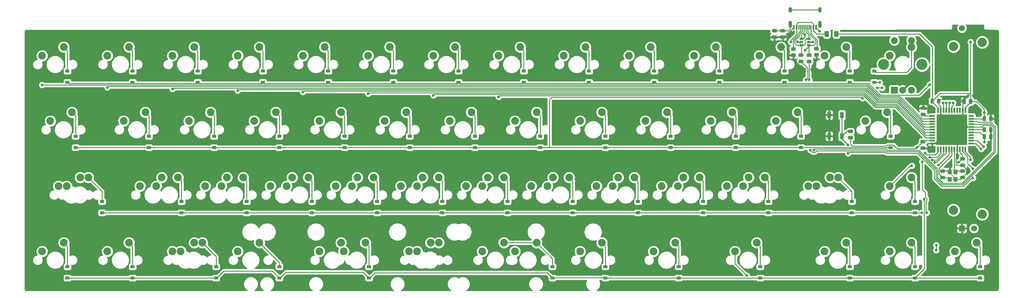
<source format=gbr>
%TF.GenerationSoftware,KiCad,Pcbnew,(5.1.9)-1*%
%TF.CreationDate,2021-09-16T08:02:45-07:00*%
%TF.ProjectId,letItSlide,6c657449-7453-46c6-9964-652e6b696361,rev?*%
%TF.SameCoordinates,Original*%
%TF.FileFunction,Copper,L2,Bot*%
%TF.FilePolarity,Positive*%
%FSLAX46Y46*%
G04 Gerber Fmt 4.6, Leading zero omitted, Abs format (unit mm)*
G04 Created by KiCad (PCBNEW (5.1.9)-1) date 2021-09-16 08:02:45*
%MOMM*%
%LPD*%
G01*
G04 APERTURE LIST*
%TA.AperFunction,SMDPad,CuDef*%
%ADD10R,1.200000X1.400000*%
%TD*%
%TA.AperFunction,SMDPad,CuDef*%
%ADD11R,0.600000X1.450000*%
%TD*%
%TA.AperFunction,SMDPad,CuDef*%
%ADD12R,0.300000X1.450000*%
%TD*%
%TA.AperFunction,ComponentPad*%
%ADD13O,1.000000X2.100000*%
%TD*%
%TA.AperFunction,ComponentPad*%
%ADD14O,1.000000X1.600000*%
%TD*%
%TA.AperFunction,ComponentPad*%
%ADD15C,2.700000*%
%TD*%
%TA.AperFunction,ComponentPad*%
%ADD16C,1.750000*%
%TD*%
%TA.AperFunction,ComponentPad*%
%ADD17R,1.750000X1.750000*%
%TD*%
%TA.AperFunction,SMDPad,CuDef*%
%ADD18R,1.060000X0.650000*%
%TD*%
%TA.AperFunction,ComponentPad*%
%ADD19R,2.000000X2.000000*%
%TD*%
%TA.AperFunction,ComponentPad*%
%ADD20C,2.000000*%
%TD*%
%TA.AperFunction,ComponentPad*%
%ADD21C,3.200000*%
%TD*%
%TA.AperFunction,SMDPad,CuDef*%
%ADD22R,1.100000X1.800000*%
%TD*%
%TA.AperFunction,SMDPad,CuDef*%
%ADD23R,0.550000X1.500000*%
%TD*%
%TA.AperFunction,SMDPad,CuDef*%
%ADD24R,1.500000X0.550000*%
%TD*%
%TA.AperFunction,ComponentPad*%
%ADD25C,2.250000*%
%TD*%
%TA.AperFunction,SMDPad,CuDef*%
%ADD26R,1.200000X0.900000*%
%TD*%
%TA.AperFunction,ViaPad*%
%ADD27C,0.800000*%
%TD*%
%TA.AperFunction,Conductor*%
%ADD28C,0.250000*%
%TD*%
%TA.AperFunction,Conductor*%
%ADD29C,0.200000*%
%TD*%
%TA.AperFunction,Conductor*%
%ADD30C,0.254000*%
%TD*%
%TA.AperFunction,Conductor*%
%ADD31C,0.100000*%
%TD*%
G04 APERTURE END LIST*
D10*
%TO.P,Y1,4*%
%TO.N,GND*%
X289240000Y-59780000D03*
%TO.P,Y1,3*%
%TO.N,Net-(C10-Pad1)*%
X289240000Y-57580000D03*
%TO.P,Y1,2*%
%TO.N,GND*%
X287540000Y-57580000D03*
%TO.P,Y1,1*%
%TO.N,Net-(C9-Pad1)*%
X287540000Y-59780000D03*
%TD*%
%TO.P,C10,2*%
%TO.N,GND*%
%TA.AperFunction,SMDPad,CuDef*%
G36*
G01*
X290815000Y-58720000D02*
X291765000Y-58720000D01*
G75*
G02*
X292015000Y-58970000I0J-250000D01*
G01*
X292015000Y-59470000D01*
G75*
G02*
X291765000Y-59720000I-250000J0D01*
G01*
X290815000Y-59720000D01*
G75*
G02*
X290565000Y-59470000I0J250000D01*
G01*
X290565000Y-58970000D01*
G75*
G02*
X290815000Y-58720000I250000J0D01*
G01*
G37*
%TD.AperFunction*%
%TO.P,C10,1*%
%TO.N,Net-(C10-Pad1)*%
%TA.AperFunction,SMDPad,CuDef*%
G36*
G01*
X290815000Y-56820000D02*
X291765000Y-56820000D01*
G75*
G02*
X292015000Y-57070000I0J-250000D01*
G01*
X292015000Y-57570000D01*
G75*
G02*
X291765000Y-57820000I-250000J0D01*
G01*
X290815000Y-57820000D01*
G75*
G02*
X290565000Y-57570000I0J250000D01*
G01*
X290565000Y-57070000D01*
G75*
G02*
X290815000Y-56820000I250000J0D01*
G01*
G37*
%TD.AperFunction*%
%TD*%
%TO.P,C9,2*%
%TO.N,GND*%
%TA.AperFunction,SMDPad,CuDef*%
G36*
G01*
X285945000Y-57830000D02*
X284995000Y-57830000D01*
G75*
G02*
X284745000Y-57580000I0J250000D01*
G01*
X284745000Y-57080000D01*
G75*
G02*
X284995000Y-56830000I250000J0D01*
G01*
X285945000Y-56830000D01*
G75*
G02*
X286195000Y-57080000I0J-250000D01*
G01*
X286195000Y-57580000D01*
G75*
G02*
X285945000Y-57830000I-250000J0D01*
G01*
G37*
%TD.AperFunction*%
%TO.P,C9,1*%
%TO.N,Net-(C9-Pad1)*%
%TA.AperFunction,SMDPad,CuDef*%
G36*
G01*
X285945000Y-59730000D02*
X284995000Y-59730000D01*
G75*
G02*
X284745000Y-59480000I0J250000D01*
G01*
X284745000Y-58980000D01*
G75*
G02*
X284995000Y-58730000I250000J0D01*
G01*
X285945000Y-58730000D01*
G75*
G02*
X286195000Y-58980000I0J-250000D01*
G01*
X286195000Y-59480000D01*
G75*
G02*
X285945000Y-59730000I-250000J0D01*
G01*
G37*
%TD.AperFunction*%
%TD*%
D11*
%TO.P,USB1,B1*%
%TO.N,GND*%
X248518956Y-15355947D03*
%TO.P,USB1,A9*%
%TO.N,VCC*%
X247718956Y-15355947D03*
%TO.P,USB1,B9*%
X242818956Y-15355947D03*
%TO.P,USB1,B12*%
%TO.N,GND*%
X242018956Y-15355947D03*
%TO.P,USB1,A1*%
X242018956Y-15355947D03*
%TO.P,USB1,A4*%
%TO.N,VCC*%
X242818956Y-15355947D03*
%TO.P,USB1,B4*%
X247718956Y-15355947D03*
%TO.P,USB1,A12*%
%TO.N,GND*%
X248518956Y-15355947D03*
D12*
%TO.P,USB1,B8*%
%TO.N,Net-(USB1-PadB8)*%
X243518956Y-15355947D03*
%TO.P,USB1,A5*%
%TO.N,Net-(R1-Pad2)*%
X244018956Y-15355947D03*
%TO.P,USB1,B7*%
%TO.N,D-*%
X244518956Y-15355947D03*
%TO.P,USB1,A7*%
X245518956Y-15355947D03*
%TO.P,USB1,B6*%
%TO.N,D+*%
X246018956Y-15355947D03*
%TO.P,USB1,A8*%
%TO.N,Net-(USB1-PadA8)*%
X246518956Y-15355947D03*
%TO.P,USB1,B5*%
%TO.N,Net-(R3-Pad2)*%
X247018956Y-15355947D03*
%TO.P,USB1,A6*%
%TO.N,D+*%
X245018956Y-15355947D03*
D13*
%TO.P,USB1,S1*%
%TO.N,Earth*%
X249588956Y-14440947D03*
X240948956Y-14440947D03*
D14*
X240948956Y-10260947D03*
X249588956Y-10260947D03*
%TD*%
D15*
%TO.P,SLIDE1,MP*%
%TO.N,N/C*%
X297058057Y-19727500D03*
X297058057Y-69927500D03*
X288658057Y-20927500D03*
X288658057Y-68727500D03*
D16*
%TO.P,SLIDE1,3*%
%TO.N,+5V*%
X291108057Y-15577500D03*
%TO.P,SLIDE1,2*%
%TO.N,ANAL_IN*%
X294608057Y-74077500D03*
D17*
%TO.P,SLIDE1,1*%
%TO.N,GND*%
X291108057Y-74077500D03*
%TD*%
D18*
%TO.P,U1,5*%
%TO.N,VCC*%
X244168956Y-19645329D03*
%TO.P,U1,6*%
%TO.N,D+*%
X244168956Y-18695329D03*
%TO.P,U1,4*%
%TO.N,D-*%
X244168956Y-20595329D03*
%TO.P,U1,3*%
%TO.N,D+*%
X246368956Y-20595329D03*
%TO.P,U1,2*%
%TO.N,GND*%
X246368956Y-19645329D03*
%TO.P,U1,1*%
%TO.N,D-*%
X246368956Y-18695329D03*
%TD*%
%TO.P,R4,2*%
%TO.N,Earth*%
%TA.AperFunction,SMDPad,CuDef*%
G36*
G01*
X239170515Y-16864077D02*
X238270511Y-16864077D01*
G75*
G02*
X238020513Y-16614079I0J249998D01*
G01*
X238020513Y-16089075D01*
G75*
G02*
X238270511Y-15839077I249998J0D01*
G01*
X239170515Y-15839077D01*
G75*
G02*
X239420513Y-16089075I0J-249998D01*
G01*
X239420513Y-16614079D01*
G75*
G02*
X239170515Y-16864077I-249998J0D01*
G01*
G37*
%TD.AperFunction*%
%TO.P,R4,1*%
%TO.N,GND*%
%TA.AperFunction,SMDPad,CuDef*%
G36*
G01*
X239170515Y-18689077D02*
X238270511Y-18689077D01*
G75*
G02*
X238020513Y-18439079I0J249998D01*
G01*
X238020513Y-17914075D01*
G75*
G02*
X238270511Y-17664077I249998J0D01*
G01*
X239170515Y-17664077D01*
G75*
G02*
X239420513Y-17914075I0J-249998D01*
G01*
X239420513Y-18439079D01*
G75*
G02*
X239170515Y-18689077I-249998J0D01*
G01*
G37*
%TD.AperFunction*%
%TD*%
%TO.P,C1,2*%
%TO.N,Earth*%
%TA.AperFunction,SMDPad,CuDef*%
G36*
G01*
X236814261Y-16814077D02*
X235864261Y-16814077D01*
G75*
G02*
X235614261Y-16564077I0J250000D01*
G01*
X235614261Y-16064077D01*
G75*
G02*
X235864261Y-15814077I250000J0D01*
G01*
X236814261Y-15814077D01*
G75*
G02*
X237064261Y-16064077I0J-250000D01*
G01*
X237064261Y-16564077D01*
G75*
G02*
X236814261Y-16814077I-250000J0D01*
G01*
G37*
%TD.AperFunction*%
%TO.P,C1,1*%
%TO.N,GND*%
%TA.AperFunction,SMDPad,CuDef*%
G36*
G01*
X236814261Y-18714077D02*
X235864261Y-18714077D01*
G75*
G02*
X235614261Y-18464077I0J250000D01*
G01*
X235614261Y-17964077D01*
G75*
G02*
X235864261Y-17714077I250000J0D01*
G01*
X236814261Y-17714077D01*
G75*
G02*
X237064261Y-17964077I0J-250000D01*
G01*
X237064261Y-18464077D01*
G75*
G02*
X236814261Y-18714077I-250000J0D01*
G01*
G37*
%TD.AperFunction*%
%TD*%
D19*
%TO.P,RE1,A*%
%TO.N,MG2*%
X271349700Y-33694392D03*
D20*
%TO.P,RE1,C*%
%TO.N,GND*%
X273849700Y-33694392D03*
%TO.P,RE1,B*%
%TO.N,MG1*%
X276349700Y-33694392D03*
D21*
%TO.P,RE1,MP*%
%TO.N,N/C*%
X268249700Y-26194392D03*
X279449700Y-26194392D03*
D20*
%TO.P,RE1,S2*%
%TO.N,c13*%
X271349700Y-19194392D03*
%TO.P,RE1,S1*%
%TO.N,Net-(D52-Pad2)*%
X276349700Y-19194392D03*
%TD*%
D22*
%TO.P,SW1,2*%
%TO.N,Net-(R2-Pad2)*%
X256048651Y-47153162D03*
X256048651Y-40953162D03*
%TO.P,SW1,1*%
%TO.N,GND*%
X252348651Y-47153162D03*
X252348651Y-40953162D03*
%TD*%
%TO.P,R3,2*%
%TO.N,Net-(R3-Pad2)*%
%TA.AperFunction,SMDPad,CuDef*%
G36*
G01*
X249050002Y-22087500D02*
X248149998Y-22087500D01*
G75*
G02*
X247900000Y-21837502I0J249998D01*
G01*
X247900000Y-21312498D01*
G75*
G02*
X248149998Y-21062500I249998J0D01*
G01*
X249050002Y-21062500D01*
G75*
G02*
X249300000Y-21312498I0J-249998D01*
G01*
X249300000Y-21837502D01*
G75*
G02*
X249050002Y-22087500I-249998J0D01*
G01*
G37*
%TD.AperFunction*%
%TO.P,R3,1*%
%TO.N,GND*%
%TA.AperFunction,SMDPad,CuDef*%
G36*
G01*
X249050002Y-23912500D02*
X248149998Y-23912500D01*
G75*
G02*
X247900000Y-23662502I0J249998D01*
G01*
X247900000Y-23137498D01*
G75*
G02*
X248149998Y-22887500I249998J0D01*
G01*
X249050002Y-22887500D01*
G75*
G02*
X249300000Y-23137498I0J-249998D01*
G01*
X249300000Y-23662502D01*
G75*
G02*
X249050002Y-23912500I-249998J0D01*
G01*
G37*
%TD.AperFunction*%
%TD*%
%TO.P,R1,2*%
%TO.N,Net-(R1-Pad2)*%
%TA.AperFunction,SMDPad,CuDef*%
G36*
G01*
X242350002Y-22187500D02*
X241449998Y-22187500D01*
G75*
G02*
X241200000Y-21937502I0J249998D01*
G01*
X241200000Y-21412498D01*
G75*
G02*
X241449998Y-21162500I249998J0D01*
G01*
X242350002Y-21162500D01*
G75*
G02*
X242600000Y-21412498I0J-249998D01*
G01*
X242600000Y-21937502D01*
G75*
G02*
X242350002Y-22187500I-249998J0D01*
G01*
G37*
%TD.AperFunction*%
%TO.P,R1,1*%
%TO.N,GND*%
%TA.AperFunction,SMDPad,CuDef*%
G36*
G01*
X242350002Y-24012500D02*
X241449998Y-24012500D01*
G75*
G02*
X241200000Y-23762502I0J249998D01*
G01*
X241200000Y-23237498D01*
G75*
G02*
X241449998Y-22987500I249998J0D01*
G01*
X242350002Y-22987500D01*
G75*
G02*
X242600000Y-23237498I0J-249998D01*
G01*
X242600000Y-23762502D01*
G75*
G02*
X242350002Y-24012500I-249998J0D01*
G01*
G37*
%TD.AperFunction*%
%TD*%
%TO.P,R7,2*%
%TO.N,Net-(R7-Pad2)*%
%TA.AperFunction,SMDPad,CuDef*%
G36*
G01*
X279347108Y-40285971D02*
X280247112Y-40285971D01*
G75*
G02*
X280497110Y-40535969I0J-249998D01*
G01*
X280497110Y-41060973D01*
G75*
G02*
X280247112Y-41310971I-249998J0D01*
G01*
X279347108Y-41310971D01*
G75*
G02*
X279097110Y-41060973I0J249998D01*
G01*
X279097110Y-40535969D01*
G75*
G02*
X279347108Y-40285971I249998J0D01*
G01*
G37*
%TD.AperFunction*%
%TO.P,R7,1*%
%TO.N,GND*%
%TA.AperFunction,SMDPad,CuDef*%
G36*
G01*
X279347108Y-38460971D02*
X280247112Y-38460971D01*
G75*
G02*
X280497110Y-38710969I0J-249998D01*
G01*
X280497110Y-39235973D01*
G75*
G02*
X280247112Y-39485971I-249998J0D01*
G01*
X279347108Y-39485971D01*
G75*
G02*
X279097110Y-39235973I0J249998D01*
G01*
X279097110Y-38710969D01*
G75*
G02*
X279347108Y-38460971I249998J0D01*
G01*
G37*
%TD.AperFunction*%
%TD*%
%TO.P,R6,2*%
%TO.N,D-*%
%TA.AperFunction,SMDPad,CuDef*%
G36*
G01*
X244528332Y-24007833D02*
X243628328Y-24007833D01*
G75*
G02*
X243378330Y-23757835I0J249998D01*
G01*
X243378330Y-23232831D01*
G75*
G02*
X243628328Y-22982833I249998J0D01*
G01*
X244528332Y-22982833D01*
G75*
G02*
X244778330Y-23232831I0J-249998D01*
G01*
X244778330Y-23757835D01*
G75*
G02*
X244528332Y-24007833I-249998J0D01*
G01*
G37*
%TD.AperFunction*%
%TO.P,R6,1*%
%TO.N,Net-(R6-Pad1)*%
%TA.AperFunction,SMDPad,CuDef*%
G36*
G01*
X244528332Y-25832833D02*
X243628328Y-25832833D01*
G75*
G02*
X243378330Y-25582835I0J249998D01*
G01*
X243378330Y-25057831D01*
G75*
G02*
X243628328Y-24807833I249998J0D01*
G01*
X244528332Y-24807833D01*
G75*
G02*
X244778330Y-25057831I0J-249998D01*
G01*
X244778330Y-25582835D01*
G75*
G02*
X244528332Y-25832833I-249998J0D01*
G01*
G37*
%TD.AperFunction*%
%TD*%
%TO.P,R5,2*%
%TO.N,D+*%
%TA.AperFunction,SMDPad,CuDef*%
G36*
G01*
X246909584Y-24007833D02*
X246009580Y-24007833D01*
G75*
G02*
X245759582Y-23757835I0J249998D01*
G01*
X245759582Y-23232831D01*
G75*
G02*
X246009580Y-22982833I249998J0D01*
G01*
X246909584Y-22982833D01*
G75*
G02*
X247159582Y-23232831I0J-249998D01*
G01*
X247159582Y-23757835D01*
G75*
G02*
X246909584Y-24007833I-249998J0D01*
G01*
G37*
%TD.AperFunction*%
%TO.P,R5,1*%
%TO.N,Net-(R5-Pad1)*%
%TA.AperFunction,SMDPad,CuDef*%
G36*
G01*
X246909584Y-25832833D02*
X246009580Y-25832833D01*
G75*
G02*
X245759582Y-25582835I0J249998D01*
G01*
X245759582Y-25057831D01*
G75*
G02*
X246009580Y-24807833I249998J0D01*
G01*
X246909584Y-24807833D01*
G75*
G02*
X247159582Y-25057831I0J-249998D01*
G01*
X247159582Y-25582835D01*
G75*
G02*
X246909584Y-25832833I-249998J0D01*
G01*
G37*
%TD.AperFunction*%
%TD*%
%TO.P,R2,2*%
%TO.N,Net-(R2-Pad2)*%
%TA.AperFunction,SMDPad,CuDef*%
G36*
G01*
X259000002Y-46250000D02*
X258099998Y-46250000D01*
G75*
G02*
X257850000Y-46000002I0J249998D01*
G01*
X257850000Y-45474998D01*
G75*
G02*
X258099998Y-45225000I249998J0D01*
G01*
X259000002Y-45225000D01*
G75*
G02*
X259250000Y-45474998I0J-249998D01*
G01*
X259250000Y-46000002D01*
G75*
G02*
X259000002Y-46250000I-249998J0D01*
G01*
G37*
%TD.AperFunction*%
%TO.P,R2,1*%
%TO.N,+5V*%
%TA.AperFunction,SMDPad,CuDef*%
G36*
G01*
X259000002Y-48075000D02*
X258099998Y-48075000D01*
G75*
G02*
X257850000Y-47825002I0J249998D01*
G01*
X257850000Y-47299998D01*
G75*
G02*
X258099998Y-47050000I249998J0D01*
G01*
X259000002Y-47050000D01*
G75*
G02*
X259250000Y-47299998I0J-249998D01*
G01*
X259250000Y-47825002D01*
G75*
G02*
X259000002Y-48075000I-249998J0D01*
G01*
G37*
%TD.AperFunction*%
%TD*%
%TO.P,F1,2*%
%TO.N,VCC*%
%TA.AperFunction,SMDPad,CuDef*%
G36*
G01*
X252233025Y-16639077D02*
X252233025Y-17889077D01*
G75*
G02*
X251983025Y-18139077I-250000J0D01*
G01*
X251233025Y-18139077D01*
G75*
G02*
X250983025Y-17889077I0J250000D01*
G01*
X250983025Y-16639077D01*
G75*
G02*
X251233025Y-16389077I250000J0D01*
G01*
X251983025Y-16389077D01*
G75*
G02*
X252233025Y-16639077I0J-250000D01*
G01*
G37*
%TD.AperFunction*%
%TO.P,F1,1*%
%TO.N,+5V*%
%TA.AperFunction,SMDPad,CuDef*%
G36*
G01*
X255033025Y-16639077D02*
X255033025Y-17889077D01*
G75*
G02*
X254783025Y-18139077I-250000J0D01*
G01*
X254033025Y-18139077D01*
G75*
G02*
X253783025Y-17889077I0J250000D01*
G01*
X253783025Y-16639077D01*
G75*
G02*
X254033025Y-16389077I250000J0D01*
G01*
X254783025Y-16389077D01*
G75*
G02*
X255033025Y-16639077I0J-250000D01*
G01*
G37*
%TD.AperFunction*%
%TD*%
%TO.P,C8,2*%
%TO.N,GND*%
%TA.AperFunction,SMDPad,CuDef*%
G36*
G01*
X283818988Y-37384406D02*
X283818988Y-36434406D01*
G75*
G02*
X284068988Y-36184406I250000J0D01*
G01*
X284568988Y-36184406D01*
G75*
G02*
X284818988Y-36434406I0J-250000D01*
G01*
X284818988Y-37384406D01*
G75*
G02*
X284568988Y-37634406I-250000J0D01*
G01*
X284068988Y-37634406D01*
G75*
G02*
X283818988Y-37384406I0J250000D01*
G01*
G37*
%TD.AperFunction*%
%TO.P,C8,1*%
%TO.N,+5V*%
%TA.AperFunction,SMDPad,CuDef*%
G36*
G01*
X281918988Y-37384406D02*
X281918988Y-36434406D01*
G75*
G02*
X282168988Y-36184406I250000J0D01*
G01*
X282668988Y-36184406D01*
G75*
G02*
X282918988Y-36434406I0J-250000D01*
G01*
X282918988Y-37384406D01*
G75*
G02*
X282668988Y-37634406I-250000J0D01*
G01*
X282168988Y-37634406D01*
G75*
G02*
X281918988Y-37384406I0J250000D01*
G01*
G37*
%TD.AperFunction*%
%TD*%
%TO.P,C7,2*%
%TO.N,GND*%
%TA.AperFunction,SMDPad,CuDef*%
G36*
G01*
X279225000Y-50150000D02*
X280175000Y-50150000D01*
G75*
G02*
X280425000Y-50400000I0J-250000D01*
G01*
X280425000Y-50900000D01*
G75*
G02*
X280175000Y-51150000I-250000J0D01*
G01*
X279225000Y-51150000D01*
G75*
G02*
X278975000Y-50900000I0J250000D01*
G01*
X278975000Y-50400000D01*
G75*
G02*
X279225000Y-50150000I250000J0D01*
G01*
G37*
%TD.AperFunction*%
%TO.P,C7,1*%
%TO.N,+5V*%
%TA.AperFunction,SMDPad,CuDef*%
G36*
G01*
X279225000Y-48250000D02*
X280175000Y-48250000D01*
G75*
G02*
X280425000Y-48500000I0J-250000D01*
G01*
X280425000Y-49000000D01*
G75*
G02*
X280175000Y-49250000I-250000J0D01*
G01*
X279225000Y-49250000D01*
G75*
G02*
X278975000Y-49000000I0J250000D01*
G01*
X278975000Y-48500000D01*
G75*
G02*
X279225000Y-48250000I250000J0D01*
G01*
G37*
%TD.AperFunction*%
%TD*%
%TO.P,C6,2*%
%TO.N,GND*%
%TA.AperFunction,SMDPad,CuDef*%
G36*
G01*
X299050000Y-47775000D02*
X299050000Y-46825000D01*
G75*
G02*
X299300000Y-46575000I250000J0D01*
G01*
X299800000Y-46575000D01*
G75*
G02*
X300050000Y-46825000I0J-250000D01*
G01*
X300050000Y-47775000D01*
G75*
G02*
X299800000Y-48025000I-250000J0D01*
G01*
X299300000Y-48025000D01*
G75*
G02*
X299050000Y-47775000I0J250000D01*
G01*
G37*
%TD.AperFunction*%
%TO.P,C6,1*%
%TO.N,+5V*%
%TA.AperFunction,SMDPad,CuDef*%
G36*
G01*
X297150000Y-47775000D02*
X297150000Y-46825000D01*
G75*
G02*
X297400000Y-46575000I250000J0D01*
G01*
X297900000Y-46575000D01*
G75*
G02*
X298150000Y-46825000I0J-250000D01*
G01*
X298150000Y-47775000D01*
G75*
G02*
X297900000Y-48025000I-250000J0D01*
G01*
X297400000Y-48025000D01*
G75*
G02*
X297150000Y-47775000I0J250000D01*
G01*
G37*
%TD.AperFunction*%
%TD*%
%TO.P,C5,2*%
%TO.N,GND*%
%TA.AperFunction,SMDPad,CuDef*%
G36*
G01*
X299050000Y-42475000D02*
X299050000Y-41525000D01*
G75*
G02*
X299300000Y-41275000I250000J0D01*
G01*
X299800000Y-41275000D01*
G75*
G02*
X300050000Y-41525000I0J-250000D01*
G01*
X300050000Y-42475000D01*
G75*
G02*
X299800000Y-42725000I-250000J0D01*
G01*
X299300000Y-42725000D01*
G75*
G02*
X299050000Y-42475000I0J250000D01*
G01*
G37*
%TD.AperFunction*%
%TO.P,C5,1*%
%TO.N,+5V*%
%TA.AperFunction,SMDPad,CuDef*%
G36*
G01*
X297150000Y-42475000D02*
X297150000Y-41525000D01*
G75*
G02*
X297400000Y-41275000I250000J0D01*
G01*
X297900000Y-41275000D01*
G75*
G02*
X298150000Y-41525000I0J-250000D01*
G01*
X298150000Y-42475000D01*
G75*
G02*
X297900000Y-42725000I-250000J0D01*
G01*
X297400000Y-42725000D01*
G75*
G02*
X297150000Y-42475000I0J250000D01*
G01*
G37*
%TD.AperFunction*%
%TD*%
%TO.P,C4,2*%
%TO.N,GND*%
%TA.AperFunction,SMDPad,CuDef*%
G36*
G01*
X290825000Y-55150000D02*
X291775000Y-55150000D01*
G75*
G02*
X292025000Y-55400000I0J-250000D01*
G01*
X292025000Y-55900000D01*
G75*
G02*
X291775000Y-56150000I-250000J0D01*
G01*
X290825000Y-56150000D01*
G75*
G02*
X290575000Y-55900000I0J250000D01*
G01*
X290575000Y-55400000D01*
G75*
G02*
X290825000Y-55150000I250000J0D01*
G01*
G37*
%TD.AperFunction*%
%TO.P,C4,1*%
%TO.N,+5V*%
%TA.AperFunction,SMDPad,CuDef*%
G36*
G01*
X290825000Y-53250000D02*
X291775000Y-53250000D01*
G75*
G02*
X292025000Y-53500000I0J-250000D01*
G01*
X292025000Y-54000000D01*
G75*
G02*
X291775000Y-54250000I-250000J0D01*
G01*
X290825000Y-54250000D01*
G75*
G02*
X290575000Y-54000000I0J250000D01*
G01*
X290575000Y-53500000D01*
G75*
G02*
X290825000Y-53250000I250000J0D01*
G01*
G37*
%TD.AperFunction*%
%TD*%
%TO.P,C3,2*%
%TO.N,GND*%
%TA.AperFunction,SMDPad,CuDef*%
G36*
G01*
X292250000Y-36525000D02*
X292250000Y-37475000D01*
G75*
G02*
X292000000Y-37725000I-250000J0D01*
G01*
X291500000Y-37725000D01*
G75*
G02*
X291250000Y-37475000I0J250000D01*
G01*
X291250000Y-36525000D01*
G75*
G02*
X291500000Y-36275000I250000J0D01*
G01*
X292000000Y-36275000D01*
G75*
G02*
X292250000Y-36525000I0J-250000D01*
G01*
G37*
%TD.AperFunction*%
%TO.P,C3,1*%
%TO.N,+5V*%
%TA.AperFunction,SMDPad,CuDef*%
G36*
G01*
X294150000Y-36525000D02*
X294150000Y-37475000D01*
G75*
G02*
X293900000Y-37725000I-250000J0D01*
G01*
X293400000Y-37725000D01*
G75*
G02*
X293150000Y-37475000I0J250000D01*
G01*
X293150000Y-36525000D01*
G75*
G02*
X293400000Y-36275000I250000J0D01*
G01*
X293900000Y-36275000D01*
G75*
G02*
X294150000Y-36525000I0J-250000D01*
G01*
G37*
%TD.AperFunction*%
%TD*%
%TO.P,C2,2*%
%TO.N,GND*%
%TA.AperFunction,SMDPad,CuDef*%
G36*
G01*
X299056499Y-45718788D02*
X299056499Y-44768788D01*
G75*
G02*
X299306499Y-44518788I250000J0D01*
G01*
X299806499Y-44518788D01*
G75*
G02*
X300056499Y-44768788I0J-250000D01*
G01*
X300056499Y-45718788D01*
G75*
G02*
X299806499Y-45968788I-250000J0D01*
G01*
X299306499Y-45968788D01*
G75*
G02*
X299056499Y-45718788I0J250000D01*
G01*
G37*
%TD.AperFunction*%
%TO.P,C2,1*%
%TO.N,Net-(C2-Pad1)*%
%TA.AperFunction,SMDPad,CuDef*%
G36*
G01*
X297156499Y-45718788D02*
X297156499Y-44768788D01*
G75*
G02*
X297406499Y-44518788I250000J0D01*
G01*
X297906499Y-44518788D01*
G75*
G02*
X298156499Y-44768788I0J-250000D01*
G01*
X298156499Y-45718788D01*
G75*
G02*
X297906499Y-45968788I-250000J0D01*
G01*
X297406499Y-45968788D01*
G75*
G02*
X297156499Y-45718788I0J250000D01*
G01*
G37*
%TD.AperFunction*%
%TD*%
D23*
%TO.P,U2,44*%
%TO.N,+5V*%
X292131492Y-39543788D03*
%TO.P,U2,43*%
%TO.N,GND*%
X291331492Y-39543788D03*
%TO.P,U2,42*%
%TO.N,Net-(U2-Pad42)*%
X290531492Y-39543788D03*
%TO.P,U2,41*%
%TO.N,Net-(U2-Pad41)*%
X289731492Y-39543788D03*
%TO.P,U2,40*%
%TO.N,Net-(U2-Pad40)*%
X288931492Y-39543788D03*
%TO.P,U2,39*%
%TO.N,r1*%
X288131492Y-39543788D03*
%TO.P,U2,38*%
%TO.N,r2*%
X287331492Y-39543788D03*
%TO.P,U2,37*%
%TO.N,MG2*%
X286531492Y-39543788D03*
%TO.P,U2,36*%
%TO.N,MG1*%
X285731492Y-39543788D03*
%TO.P,U2,35*%
%TO.N,GND*%
X284931492Y-39543788D03*
%TO.P,U2,34*%
%TO.N,+5V*%
X284131492Y-39543788D03*
D24*
%TO.P,U2,33*%
%TO.N,Net-(R7-Pad2)*%
X282431492Y-41243788D03*
%TO.P,U2,32*%
%TO.N,c1*%
X282431492Y-42043788D03*
%TO.P,U2,31*%
%TO.N,c2*%
X282431492Y-42843788D03*
%TO.P,U2,30*%
%TO.N,c3*%
X282431492Y-43643788D03*
%TO.P,U2,29*%
%TO.N,c4*%
X282431492Y-44443788D03*
%TO.P,U2,28*%
%TO.N,c5*%
X282431492Y-45243788D03*
%TO.P,U2,27*%
%TO.N,c6*%
X282431492Y-46043788D03*
%TO.P,U2,26*%
%TO.N,c7*%
X282431492Y-46843788D03*
%TO.P,U2,25*%
%TO.N,c8*%
X282431492Y-47643788D03*
%TO.P,U2,24*%
%TO.N,+5V*%
X282431492Y-48443788D03*
%TO.P,U2,23*%
%TO.N,GND*%
X282431492Y-49243788D03*
D23*
%TO.P,U2,22*%
%TO.N,r3*%
X284131492Y-50943788D03*
%TO.P,U2,21*%
%TO.N,r4*%
X284931492Y-50943788D03*
%TO.P,U2,20*%
%TO.N,c13*%
X285731492Y-50943788D03*
%TO.P,U2,19*%
%TO.N,c11*%
X286531492Y-50943788D03*
%TO.P,U2,18*%
%TO.N,c12*%
X287331492Y-50943788D03*
%TO.P,U2,17*%
%TO.N,Net-(C9-Pad1)*%
X288131492Y-50943788D03*
%TO.P,U2,16*%
%TO.N,Net-(C10-Pad1)*%
X288931492Y-50943788D03*
%TO.P,U2,15*%
%TO.N,GND*%
X289731492Y-50943788D03*
%TO.P,U2,14*%
%TO.N,+5V*%
X290531492Y-50943788D03*
%TO.P,U2,13*%
%TO.N,Net-(R2-Pad2)*%
X291331492Y-50943788D03*
%TO.P,U2,12*%
%TO.N,ANAL_IN*%
X292131492Y-50943788D03*
D24*
%TO.P,U2,11*%
%TO.N,c10*%
X293831492Y-49243788D03*
%TO.P,U2,10*%
%TO.N,c9*%
X293831492Y-48443788D03*
%TO.P,U2,9*%
%TO.N,Net-(U2-Pad9)*%
X293831492Y-47643788D03*
%TO.P,U2,8*%
%TO.N,Net-(U2-Pad8)*%
X293831492Y-46843788D03*
%TO.P,U2,7*%
%TO.N,+5V*%
X293831492Y-46043788D03*
%TO.P,U2,6*%
%TO.N,Net-(C2-Pad1)*%
X293831492Y-45243788D03*
%TO.P,U2,5*%
%TO.N,GND*%
X293831492Y-44443788D03*
%TO.P,U2,4*%
%TO.N,Net-(R5-Pad1)*%
X293831492Y-43643788D03*
%TO.P,U2,3*%
%TO.N,Net-(R6-Pad1)*%
X293831492Y-42843788D03*
%TO.P,U2,2*%
%TO.N,+5V*%
X293831492Y-42043788D03*
%TO.P,U2,1*%
%TO.N,Net-(U2-Pad1)*%
X293831492Y-41243788D03*
%TD*%
D25*
%TO.P,MX44-6u1,1*%
%TO.N,c5*%
X131921820Y-80804100D03*
%TO.P,MX44-6u1,2*%
%TO.N,Net-(D44-Pad2)*%
X138271820Y-78264100D03*
%TD*%
%TO.P,MX44-6.25u1,2*%
%TO.N,Net-(D44-Pad2)*%
X135890560Y-78264100D03*
%TO.P,MX44-6.25u1,1*%
%TO.N,c5*%
X129540560Y-80804100D03*
%TD*%
%TO.P,MX44-3u1,2*%
%TO.N,Net-(D44-Pad2)*%
X109696340Y-78263820D03*
%TO.P,MX44-3u1,1*%
%TO.N,c5*%
X103346340Y-80803820D03*
%TD*%
%TO.P,MX45-3u1,2*%
%TO.N,Net-(D45-Pad2)*%
X166846388Y-78263820D03*
%TO.P,MX45-3u1,1*%
%TO.N,c6*%
X160496388Y-80803820D03*
%TD*%
%TO.P,MX42-1.25u1,2*%
%TO.N,Net-(D42-Pad2)*%
X69215280Y-78264100D03*
%TO.P,MX42-1.25u1,1*%
%TO.N,c3*%
X62865280Y-80804100D03*
%TD*%
%TO.P,MX30,1*%
%TO.N,c4*%
X93821661Y-61754020D03*
%TO.P,MX30,2*%
%TO.N,Net-(D30-Pad2)*%
X100171661Y-59214020D03*
%TD*%
%TO.P,MX37,1*%
%TO.N,c11*%
X227172220Y-61754020D03*
%TO.P,MX37,2*%
%TO.N,Net-(D37-Pad2)*%
X233522220Y-59214020D03*
%TD*%
%TO.P,MX35,1*%
%TO.N,c9*%
X189072060Y-61754020D03*
%TO.P,MX35,2*%
%TO.N,Net-(D35-Pad2)*%
X195422060Y-59214020D03*
%TD*%
%TO.P,MX33,1*%
%TO.N,c7*%
X150971900Y-61754020D03*
%TO.P,MX33,2*%
%TO.N,Net-(D33-Pad2)*%
X157321900Y-59214020D03*
%TD*%
%TO.P,MX31,1*%
%TO.N,c5*%
X112871740Y-61754020D03*
%TO.P,MX31,2*%
%TO.N,Net-(D31-Pad2)*%
X119221740Y-59214020D03*
%TD*%
%TO.P,MX29,1*%
%TO.N,c3*%
X74771580Y-61754020D03*
%TO.P,MX29,2*%
%TO.N,Net-(D29-Pad2)*%
X81121580Y-59214020D03*
%TD*%
%TO.P,MX36,1*%
%TO.N,c10*%
X208122140Y-61754020D03*
%TO.P,MX36,2*%
%TO.N,Net-(D36-Pad2)*%
X214472140Y-59214020D03*
%TD*%
%TO.P,MX32,1*%
%TO.N,c6*%
X131921820Y-61754020D03*
%TO.P,MX32,2*%
%TO.N,Net-(D32-Pad2)*%
X138271820Y-59214020D03*
%TD*%
%TO.P,MX34,1*%
%TO.N,c8*%
X170021981Y-61754020D03*
%TO.P,MX34,2*%
%TO.N,Net-(D34-Pad2)*%
X176371981Y-59214020D03*
%TD*%
%TO.P,MX28,1*%
%TO.N,c2*%
X55721500Y-61754020D03*
%TO.P,MX28,2*%
%TO.N,Net-(D28-Pad2)*%
X62071500Y-59214020D03*
%TD*%
%TO.P,MX37,2*%
%TO.N,Net-(D37-Pad2)*%
X228759700Y-59214020D03*
%TO.P,MX37,1*%
%TO.N,c11*%
X222409700Y-61754020D03*
%TD*%
%TO.P,MX36,2*%
%TO.N,Net-(D36-Pad2)*%
X209709620Y-59214020D03*
%TO.P,MX36,1*%
%TO.N,c10*%
X203359620Y-61754020D03*
%TD*%
%TO.P,MX35,2*%
%TO.N,Net-(D35-Pad2)*%
X190659540Y-59214020D03*
%TO.P,MX35,1*%
%TO.N,c9*%
X184309540Y-61754020D03*
%TD*%
%TO.P,MX34,2*%
%TO.N,Net-(D34-Pad2)*%
X171609460Y-59214020D03*
%TO.P,MX34,1*%
%TO.N,c8*%
X165259460Y-61754020D03*
%TD*%
%TO.P,MX33,2*%
%TO.N,Net-(D33-Pad2)*%
X152559380Y-59214020D03*
%TO.P,MX33,1*%
%TO.N,c7*%
X146209380Y-61754020D03*
%TD*%
%TO.P,MX32,2*%
%TO.N,Net-(D32-Pad2)*%
X133509300Y-59214020D03*
%TO.P,MX32,1*%
%TO.N,c6*%
X127159300Y-61754020D03*
%TD*%
%TO.P,MX31,2*%
%TO.N,Net-(D31-Pad2)*%
X114459220Y-59214020D03*
%TO.P,MX31,1*%
%TO.N,c5*%
X108109220Y-61754020D03*
%TD*%
%TO.P,MX30,2*%
%TO.N,Net-(D30-Pad2)*%
X95409140Y-59214020D03*
%TO.P,MX30,1*%
%TO.N,c4*%
X89059140Y-61754020D03*
%TD*%
%TO.P,MX29,2*%
%TO.N,Net-(D29-Pad2)*%
X76359060Y-59214020D03*
%TO.P,MX29,1*%
%TO.N,c3*%
X70009060Y-61754020D03*
%TD*%
%TO.P,MX28,2*%
%TO.N,Net-(D28-Pad2)*%
X57308980Y-59214020D03*
%TO.P,MX28,1*%
%TO.N,c2*%
X50958980Y-61754020D03*
%TD*%
%TO.P,MX38-1.25u1,2*%
%TO.N,Net-(D38-Pad2)*%
X254953560Y-59214020D03*
%TO.P,MX38-1.25u1,1*%
%TO.N,c12*%
X248603560Y-61754020D03*
%TD*%
%TO.P,MX27-1.75u1,2*%
%TO.N,Net-(D27-Pad2)*%
X35877640Y-59214020D03*
%TO.P,MX27-1.75u1,1*%
%TO.N,c1*%
X29527640Y-61754020D03*
%TD*%
%TO.P,MX52,2*%
%TO.N,Net-(D52-Pad2)*%
X276384900Y-21113860D03*
%TO.P,MX52,1*%
%TO.N,c13*%
X270034900Y-23653860D03*
%TD*%
%TO.P,MX51,2*%
%TO.N,Net-(D51-Pad2)*%
X295434980Y-78264100D03*
%TO.P,MX51,1*%
%TO.N,c12*%
X289084980Y-80804100D03*
%TD*%
%TO.P,MX50,2*%
%TO.N,Net-(D50-Pad2)*%
X276384900Y-78264100D03*
%TO.P,MX50,1*%
%TO.N,c11*%
X270034900Y-80804100D03*
%TD*%
%TO.P,MX49,2*%
%TO.N,Net-(D49-Pad2)*%
X257334820Y-78264100D03*
%TO.P,MX49,1*%
%TO.N,c10*%
X250984820Y-80804100D03*
%TD*%
%TO.P,MX48,2*%
%TO.N,Net-(D48-Pad2)*%
X231140960Y-78264100D03*
%TO.P,MX48,1*%
%TO.N,c9*%
X224790960Y-80804100D03*
%TD*%
%TO.P,MX47,2*%
%TO.N,Net-(D47-Pad2)*%
X207328360Y-78264100D03*
%TO.P,MX47,1*%
%TO.N,c8*%
X200978360Y-80804100D03*
%TD*%
%TO.P,MX46,2*%
%TO.N,Net-(D46-Pad2)*%
X185897020Y-78264100D03*
%TO.P,MX46,1*%
%TO.N,c7*%
X179547020Y-80804100D03*
%TD*%
%TO.P,MX45,2*%
%TO.N,Net-(D45-Pad2)*%
X157321900Y-78264100D03*
%TO.P,MX45,1*%
%TO.N,c6*%
X150971900Y-80804100D03*
%TD*%
%TO.P,MX44,2*%
%TO.N,Net-(D44-Pad2)*%
X116840480Y-78264100D03*
%TO.P,MX44,1*%
%TO.N,c5*%
X110490480Y-80804100D03*
%TD*%
%TO.P,MX43,2*%
%TO.N,Net-(D43-Pad2)*%
X85884100Y-78264100D03*
%TO.P,MX43,1*%
%TO.N,c4*%
X79534100Y-80804100D03*
%TD*%
%TO.P,MX42,2*%
%TO.N,Net-(D42-Pad2)*%
X66834020Y-78264100D03*
%TO.P,MX42,1*%
%TO.N,c3*%
X60484020Y-80804100D03*
%TD*%
%TO.P,MX41,2*%
%TO.N,Net-(D41-Pad2)*%
X47783940Y-78264100D03*
%TO.P,MX41,1*%
%TO.N,c2*%
X41433940Y-80804100D03*
%TD*%
%TO.P,MX40,2*%
%TO.N,Net-(D40-Pad2)*%
X28733860Y-78264100D03*
%TO.P,MX40,1*%
%TO.N,c1*%
X22383860Y-80804100D03*
%TD*%
%TO.P,MX39,2*%
%TO.N,Net-(D39-Pad2)*%
X276384900Y-59214020D03*
%TO.P,MX39,1*%
%TO.N,c13*%
X270034900Y-61754020D03*
%TD*%
%TO.P,MX38,2*%
%TO.N,Net-(D38-Pad2)*%
X252572300Y-59214020D03*
%TO.P,MX38,1*%
%TO.N,c12*%
X246222300Y-61754020D03*
%TD*%
%TO.P,MX27,2*%
%TO.N,Net-(D27-Pad2)*%
X33496380Y-59214020D03*
%TO.P,MX27,1*%
%TO.N,c1*%
X27146380Y-61754020D03*
%TD*%
%TO.P,MX26,2*%
%TO.N,Net-(D26-Pad2)*%
X269241120Y-40163940D03*
%TO.P,MX26,1*%
%TO.N,c13*%
X262891120Y-42703940D03*
%TD*%
%TO.P,MX25,2*%
%TO.N,Net-(D25-Pad2)*%
X243047260Y-40163940D03*
%TO.P,MX25,1*%
%TO.N,c12*%
X236697260Y-42703940D03*
%TD*%
%TO.P,MX24,2*%
%TO.N,Net-(D24-Pad2)*%
X223997180Y-40163940D03*
%TO.P,MX24,1*%
%TO.N,c11*%
X217647180Y-42703940D03*
%TD*%
%TO.P,MX23,2*%
%TO.N,Net-(D23-Pad2)*%
X204947100Y-40163940D03*
%TO.P,MX23,1*%
%TO.N,c10*%
X198597100Y-42703940D03*
%TD*%
%TO.P,MX22,2*%
%TO.N,Net-(D22-Pad2)*%
X185897020Y-40163940D03*
%TO.P,MX22,1*%
%TO.N,c9*%
X179547020Y-42703940D03*
%TD*%
%TO.P,MX21,2*%
%TO.N,Net-(D21-Pad2)*%
X166846940Y-40163940D03*
%TO.P,MX21,1*%
%TO.N,c8*%
X160496940Y-42703940D03*
%TD*%
%TO.P,MX20,2*%
%TO.N,Net-(D20-Pad2)*%
X147796860Y-40163940D03*
%TO.P,MX20,1*%
%TO.N,c7*%
X141446860Y-42703940D03*
%TD*%
%TO.P,MX19,2*%
%TO.N,Net-(D19-Pad2)*%
X128746780Y-40163940D03*
%TO.P,MX19,1*%
%TO.N,c6*%
X122396780Y-42703940D03*
%TD*%
%TO.P,MX18,2*%
%TO.N,Net-(D18-Pad2)*%
X109696700Y-40163940D03*
%TO.P,MX18,1*%
%TO.N,c5*%
X103346700Y-42703940D03*
%TD*%
%TO.P,MX17,2*%
%TO.N,Net-(D17-Pad2)*%
X90646620Y-40163940D03*
%TO.P,MX17,1*%
%TO.N,c4*%
X84296620Y-42703940D03*
%TD*%
%TO.P,MX16,2*%
%TO.N,Net-(D16-Pad2)*%
X71596540Y-40163940D03*
%TO.P,MX16,1*%
%TO.N,c3*%
X65246540Y-42703940D03*
%TD*%
%TO.P,MX15,2*%
%TO.N,Net-(D15-Pad2)*%
X52546460Y-40163940D03*
%TO.P,MX15,1*%
%TO.N,c2*%
X46196460Y-42703940D03*
%TD*%
%TO.P,MX14,2*%
%TO.N,Net-(D14-Pad2)*%
X31115120Y-40163940D03*
%TO.P,MX14,1*%
%TO.N,c1*%
X24765120Y-42703940D03*
%TD*%
%TO.P,MX13,2*%
%TO.N,Net-(D13-Pad2)*%
X257334820Y-21113860D03*
%TO.P,MX13,1*%
%TO.N,c13*%
X250984820Y-23653860D03*
%TD*%
%TO.P,MX12,2*%
%TO.N,Net-(D12-Pad2)*%
X238284740Y-21113860D03*
%TO.P,MX12,1*%
%TO.N,c12*%
X231934740Y-23653860D03*
%TD*%
%TO.P,MX11,2*%
%TO.N,Net-(D11-Pad2)*%
X219234660Y-21113860D03*
%TO.P,MX11,1*%
%TO.N,c11*%
X212884660Y-23653860D03*
%TD*%
%TO.P,MX10,2*%
%TO.N,Net-(D10-Pad2)*%
X200184580Y-21113860D03*
%TO.P,MX10,1*%
%TO.N,c10*%
X193834580Y-23653860D03*
%TD*%
%TO.P,MX9,2*%
%TO.N,Net-(D9-Pad2)*%
X181134500Y-21113860D03*
%TO.P,MX9,1*%
%TO.N,c9*%
X174784500Y-23653860D03*
%TD*%
%TO.P,MX8,2*%
%TO.N,Net-(D8-Pad2)*%
X162084420Y-21113860D03*
%TO.P,MX8,1*%
%TO.N,c8*%
X155734420Y-23653860D03*
%TD*%
%TO.P,MX7,2*%
%TO.N,Net-(D7-Pad2)*%
X143034340Y-21113860D03*
%TO.P,MX7,1*%
%TO.N,c7*%
X136684340Y-23653860D03*
%TD*%
%TO.P,MX6,2*%
%TO.N,Net-(D6-Pad2)*%
X123984260Y-21113860D03*
%TO.P,MX6,1*%
%TO.N,c6*%
X117634260Y-23653860D03*
%TD*%
%TO.P,MX5,2*%
%TO.N,Net-(D5-Pad2)*%
X104934180Y-21113860D03*
%TO.P,MX5,1*%
%TO.N,c5*%
X98584180Y-23653860D03*
%TD*%
%TO.P,MX4,2*%
%TO.N,Net-(D4-Pad2)*%
X85884100Y-21113860D03*
%TO.P,MX4,1*%
%TO.N,c4*%
X79534100Y-23653860D03*
%TD*%
%TO.P,MX3,2*%
%TO.N,Net-(D3-Pad2)*%
X66834020Y-21113860D03*
%TO.P,MX3,1*%
%TO.N,c3*%
X60484020Y-23653860D03*
%TD*%
%TO.P,MX2,2*%
%TO.N,Net-(D2-Pad2)*%
X47783940Y-21113860D03*
%TO.P,MX2,1*%
%TO.N,c2*%
X41433940Y-23653860D03*
%TD*%
%TO.P,MX1,2*%
%TO.N,Net-(D1-Pad2)*%
X28733860Y-21113860D03*
%TO.P,MX1,1*%
%TO.N,c1*%
X22383860Y-23653860D03*
%TD*%
D26*
%TO.P,D52,2*%
%TO.N,Net-(D52-Pad2)*%
X265509598Y-28115650D03*
%TO.P,D52,1*%
%TO.N,r4*%
X265509598Y-31415650D03*
%TD*%
%TO.P,D51,2*%
%TO.N,Net-(D51-Pad2)*%
X296465874Y-85265698D03*
%TO.P,D51,1*%
%TO.N,r4*%
X296465874Y-88565698D03*
%TD*%
%TO.P,D50,2*%
%TO.N,Net-(D50-Pad2)*%
X277415858Y-85265698D03*
%TO.P,D50,1*%
%TO.N,r4*%
X277415858Y-88565698D03*
%TD*%
%TO.P,D49,2*%
%TO.N,Net-(D49-Pad2)*%
X258365842Y-85265698D03*
%TO.P,D49,1*%
%TO.N,r4*%
X258365842Y-88565698D03*
%TD*%
%TO.P,D48,2*%
%TO.N,Net-(D48-Pad2)*%
X232172070Y-85265698D03*
%TO.P,D48,1*%
%TO.N,r4*%
X232172070Y-88565698D03*
%TD*%
%TO.P,D47,2*%
%TO.N,Net-(D47-Pad2)*%
X208359550Y-85265698D03*
%TO.P,D47,1*%
%TO.N,r4*%
X208359550Y-88565698D03*
%TD*%
%TO.P,D46,2*%
%TO.N,Net-(D46-Pad2)*%
X186928282Y-85265698D03*
%TO.P,D46,1*%
%TO.N,r4*%
X186928282Y-88565698D03*
%TD*%
%TO.P,D45,2*%
%TO.N,Net-(D45-Pad2)*%
X171450144Y-85265698D03*
%TO.P,D45,1*%
%TO.N,r4*%
X171450144Y-88565698D03*
%TD*%
%TO.P,D44,2*%
%TO.N,Net-(D44-Pad2)*%
X117871974Y-85265698D03*
%TO.P,D44,1*%
%TO.N,r4*%
X117871974Y-88565698D03*
%TD*%
%TO.P,D43,2*%
%TO.N,Net-(D43-Pad2)*%
X91678202Y-85265698D03*
%TO.P,D43,1*%
%TO.N,r4*%
X91678202Y-88565698D03*
%TD*%
%TO.P,D42,2*%
%TO.N,Net-(D42-Pad2)*%
X73223499Y-85265698D03*
%TO.P,D42,1*%
%TO.N,r4*%
X73223499Y-88565698D03*
%TD*%
%TO.P,D41,2*%
%TO.N,Net-(D41-Pad2)*%
X48815666Y-85265698D03*
%TO.P,D41,1*%
%TO.N,r4*%
X48815666Y-88565698D03*
%TD*%
%TO.P,D40,2*%
%TO.N,Net-(D40-Pad2)*%
X29765650Y-85265698D03*
%TO.P,D40,1*%
%TO.N,r4*%
X29765650Y-88565698D03*
%TD*%
%TO.P,D39,2*%
%TO.N,Net-(D39-Pad2)*%
X277415858Y-66215682D03*
%TO.P,D39,1*%
%TO.N,r3*%
X277415858Y-69515682D03*
%TD*%
%TO.P,D38,2*%
%TO.N,Net-(D38-Pad2)*%
X258961155Y-66215682D03*
%TO.P,D38,1*%
%TO.N,r3*%
X258961155Y-69515682D03*
%TD*%
%TO.P,D37,2*%
%TO.N,Net-(D37-Pad2)*%
X234553322Y-66215682D03*
%TO.P,D37,1*%
%TO.N,r3*%
X234553322Y-69515682D03*
%TD*%
%TO.P,D36,2*%
%TO.N,Net-(D36-Pad2)*%
X215503306Y-66215682D03*
%TO.P,D36,1*%
%TO.N,r3*%
X215503306Y-69515682D03*
%TD*%
%TO.P,D35,2*%
%TO.N,Net-(D35-Pad2)*%
X196453290Y-66215682D03*
%TO.P,D35,1*%
%TO.N,r3*%
X196453290Y-69515682D03*
%TD*%
%TO.P,D34,2*%
%TO.N,Net-(D34-Pad2)*%
X177403274Y-66215682D03*
%TO.P,D34,1*%
%TO.N,r3*%
X177403274Y-69515682D03*
%TD*%
%TO.P,D33,2*%
%TO.N,Net-(D33-Pad2)*%
X158353258Y-66215682D03*
%TO.P,D33,1*%
%TO.N,r3*%
X158353258Y-69515682D03*
%TD*%
%TO.P,D32,2*%
%TO.N,Net-(D32-Pad2)*%
X139303242Y-66215682D03*
%TO.P,D32,1*%
%TO.N,r3*%
X139303242Y-69515682D03*
%TD*%
%TO.P,D31,2*%
%TO.N,Net-(D31-Pad2)*%
X120253226Y-66215682D03*
%TO.P,D31,1*%
%TO.N,r3*%
X120253226Y-69515682D03*
%TD*%
%TO.P,D30,2*%
%TO.N,Net-(D30-Pad2)*%
X101203210Y-66215682D03*
%TO.P,D30,1*%
%TO.N,r3*%
X101203210Y-69515682D03*
%TD*%
%TO.P,D29,2*%
%TO.N,Net-(D29-Pad2)*%
X82153194Y-66215682D03*
%TO.P,D29,1*%
%TO.N,r3*%
X82153194Y-69515682D03*
%TD*%
%TO.P,D28,2*%
%TO.N,Net-(D28-Pad2)*%
X63103178Y-66215682D03*
%TO.P,D28,1*%
%TO.N,r3*%
X63103178Y-69515682D03*
%TD*%
%TO.P,D27,2*%
%TO.N,Net-(D27-Pad2)*%
X39885971Y-66215682D03*
%TO.P,D27,1*%
%TO.N,r3*%
X39885971Y-69515682D03*
%TD*%
%TO.P,D26,2*%
%TO.N,Net-(D26-Pad2)*%
X270272102Y-47165666D03*
%TO.P,D26,1*%
%TO.N,r2*%
X270272102Y-50465666D03*
%TD*%
%TO.P,D25,2*%
%TO.N,Net-(D25-Pad2)*%
X244078330Y-47165666D03*
%TO.P,D25,1*%
%TO.N,r2*%
X244078330Y-50465666D03*
%TD*%
%TO.P,D24,2*%
%TO.N,Net-(D24-Pad2)*%
X225028314Y-47165666D03*
%TO.P,D24,1*%
%TO.N,r2*%
X225028314Y-50465666D03*
%TD*%
%TO.P,D23,2*%
%TO.N,Net-(D23-Pad2)*%
X205978298Y-47165666D03*
%TO.P,D23,1*%
%TO.N,r2*%
X205978298Y-50465666D03*
%TD*%
%TO.P,D22,2*%
%TO.N,Net-(D22-Pad2)*%
X186928282Y-47165666D03*
%TO.P,D22,1*%
%TO.N,r2*%
X186928282Y-50465666D03*
%TD*%
%TO.P,D21,2*%
%TO.N,Net-(D21-Pad2)*%
X167878266Y-47165666D03*
%TO.P,D21,1*%
%TO.N,r2*%
X167878266Y-50465666D03*
%TD*%
%TO.P,D20,2*%
%TO.N,Net-(D20-Pad2)*%
X148828250Y-47165666D03*
%TO.P,D20,1*%
%TO.N,r2*%
X148828250Y-50465666D03*
%TD*%
%TO.P,D19,2*%
%TO.N,Net-(D19-Pad2)*%
X129778234Y-47165666D03*
%TO.P,D19,1*%
%TO.N,r2*%
X129778234Y-50465666D03*
%TD*%
%TO.P,D18,2*%
%TO.N,Net-(D18-Pad2)*%
X110728218Y-47165666D03*
%TO.P,D18,1*%
%TO.N,r2*%
X110728218Y-50465666D03*
%TD*%
%TO.P,D17,2*%
%TO.N,Net-(D17-Pad2)*%
X91678202Y-47165666D03*
%TO.P,D17,1*%
%TO.N,r2*%
X91678202Y-50465666D03*
%TD*%
%TO.P,D16,2*%
%TO.N,Net-(D16-Pad2)*%
X72628186Y-47165666D03*
%TO.P,D16,1*%
%TO.N,r2*%
X72628186Y-50465666D03*
%TD*%
%TO.P,D15,2*%
%TO.N,Net-(D15-Pad2)*%
X53578170Y-47165666D03*
%TO.P,D15,1*%
%TO.N,r2*%
X53578170Y-50465666D03*
%TD*%
%TO.P,D14,2*%
%TO.N,Net-(D14-Pad2)*%
X32146902Y-47165666D03*
%TO.P,D14,1*%
%TO.N,r2*%
X32146902Y-50465666D03*
%TD*%
%TO.P,D13,2*%
%TO.N,Net-(D13-Pad2)*%
X258365842Y-28115650D03*
%TO.P,D13,1*%
%TO.N,r1*%
X258365842Y-31415650D03*
%TD*%
%TO.P,D12,2*%
%TO.N,Net-(D12-Pad2)*%
X239315826Y-28115650D03*
%TO.P,D12,1*%
%TO.N,r1*%
X239315826Y-31415650D03*
%TD*%
%TO.P,D11,2*%
%TO.N,Net-(D11-Pad2)*%
X220265810Y-28115650D03*
%TO.P,D11,1*%
%TO.N,r1*%
X220265810Y-31415650D03*
%TD*%
%TO.P,D10,2*%
%TO.N,Net-(D10-Pad2)*%
X201215794Y-28115650D03*
%TO.P,D10,1*%
%TO.N,r1*%
X201215794Y-31415650D03*
%TD*%
%TO.P,D9,2*%
%TO.N,Net-(D9-Pad2)*%
X182165778Y-28115650D03*
%TO.P,D9,1*%
%TO.N,r1*%
X182165778Y-31415650D03*
%TD*%
%TO.P,D8,2*%
%TO.N,Net-(D8-Pad2)*%
X163115762Y-28115650D03*
%TO.P,D8,1*%
%TO.N,r1*%
X163115762Y-31415650D03*
%TD*%
%TO.P,D7,2*%
%TO.N,Net-(D7-Pad2)*%
X144065746Y-28115650D03*
%TO.P,D7,1*%
%TO.N,r1*%
X144065746Y-31415650D03*
%TD*%
%TO.P,D6,2*%
%TO.N,Net-(D6-Pad2)*%
X125015730Y-28115650D03*
%TO.P,D6,1*%
%TO.N,r1*%
X125015730Y-31415650D03*
%TD*%
%TO.P,D5,2*%
%TO.N,Net-(D5-Pad2)*%
X105965714Y-28115650D03*
%TO.P,D5,1*%
%TO.N,r1*%
X105965714Y-31415650D03*
%TD*%
%TO.P,D4,2*%
%TO.N,Net-(D4-Pad2)*%
X86915698Y-28115650D03*
%TO.P,D4,1*%
%TO.N,r1*%
X86915698Y-31415650D03*
%TD*%
%TO.P,D3,2*%
%TO.N,Net-(D3-Pad2)*%
X67865682Y-28115650D03*
%TO.P,D3,1*%
%TO.N,r1*%
X67865682Y-31415650D03*
%TD*%
%TO.P,D2,2*%
%TO.N,Net-(D2-Pad2)*%
X48815666Y-28115650D03*
%TO.P,D2,1*%
%TO.N,r1*%
X48815666Y-31415650D03*
%TD*%
%TO.P,D1,2*%
%TO.N,Net-(D1-Pad2)*%
X29765650Y-28115650D03*
%TO.P,D1,1*%
%TO.N,r1*%
X29765650Y-31415650D03*
%TD*%
D27*
%TO.N,+5V*%
X290106502Y-54750000D03*
X277965000Y-50485000D03*
X297670000Y-48900000D03*
X297650000Y-40240000D03*
X293650000Y-19646694D03*
%TO.N,GND*%
X247570000Y-19640000D03*
X245284572Y-27633653D03*
X247184582Y-27650000D03*
X249500000Y-16539077D03*
X292925000Y-35350000D03*
X294375000Y-35350000D03*
X279800000Y-37350000D03*
X261400000Y-37525000D03*
X296040000Y-39300000D03*
%TO.N,VCC*%
X243000000Y-19600000D03*
X241099989Y-19610000D03*
%TO.N,D+*%
X245239940Y-17430060D03*
X245250000Y-22060000D03*
%TO.N,MG2*%
X286550003Y-37440522D03*
%TO.N,MG1*%
X285550000Y-37440522D03*
%TO.N,ANAL_IN*%
X293562347Y-54062347D03*
%TO.N,Net-(R2-Pad2)*%
X257860800Y-49740666D03*
X257860800Y-52139200D03*
X294330859Y-56680000D03*
X294345382Y-59364523D03*
%TO.N,Net-(R5-Pad1)*%
X246500000Y-30690650D03*
X247800000Y-51190666D03*
%TO.N,Net-(R6-Pad1)*%
X245499997Y-30690650D03*
X246800000Y-51190666D03*
%TO.N,r1*%
X281693988Y-32069374D03*
X288550009Y-37440522D03*
%TO.N,r2*%
X287550006Y-37440522D03*
X262084912Y-36065721D03*
X266375000Y-33050000D03*
X267825000Y-33050000D03*
%TO.N,r3*%
X279399901Y-69500000D03*
X279500000Y-54593787D03*
X280849901Y-69500000D03*
X280330323Y-52055018D03*
%TO.N,r4*%
X280100000Y-65550000D03*
X267100000Y-31450000D03*
X281657653Y-53382347D03*
%TO.N,c1*%
X22383860Y-32183860D03*
%TO.N,c2*%
X41433940Y-32916060D03*
%TO.N,c3*%
X60484020Y-33365980D03*
%TO.N,c4*%
X79534100Y-33815900D03*
%TO.N,c5*%
X98584180Y-34265820D03*
%TO.N,c6*%
X117634260Y-34715740D03*
%TO.N,c7*%
X136684340Y-35215660D03*
%TO.N,c8*%
X155734420Y-35665580D03*
%TO.N,c9*%
X297419455Y-50205239D03*
X228250000Y-87840698D03*
%TO.N,c10*%
X296712347Y-50912347D03*
%TO.N,c11*%
X283600000Y-78989101D03*
X283580000Y-80439101D03*
X283099032Y-54823727D03*
%TO.N,c12*%
X284318606Y-55534854D03*
%TO.N,c13*%
X276472900Y-55777099D03*
X282391924Y-54116619D03*
%TD*%
D28*
%TO.N,Net-(D1-Pad2)*%
X29765650Y-22145650D02*
X28733860Y-21113860D01*
X29765650Y-28115650D02*
X29765650Y-22145650D01*
%TO.N,Net-(D2-Pad2)*%
X48815666Y-22145586D02*
X47783940Y-21113860D01*
X48815666Y-28115650D02*
X48815666Y-22145586D01*
%TO.N,Net-(D3-Pad2)*%
X67865682Y-22145522D02*
X66834020Y-21113860D01*
X67865682Y-28115650D02*
X67865682Y-22145522D01*
%TO.N,Net-(D4-Pad2)*%
X86915698Y-22145458D02*
X85884100Y-21113860D01*
X86915698Y-28115650D02*
X86915698Y-22145458D01*
%TO.N,Net-(D5-Pad2)*%
X105965714Y-22145394D02*
X104934180Y-21113860D01*
X105965714Y-28115650D02*
X105965714Y-22145394D01*
%TO.N,Net-(D6-Pad2)*%
X125015730Y-22145330D02*
X123984260Y-21113860D01*
X125015730Y-28115650D02*
X125015730Y-22145330D01*
%TO.N,Net-(D7-Pad2)*%
X144065746Y-22145266D02*
X143034340Y-21113860D01*
X144065746Y-28115650D02*
X144065746Y-22145266D01*
%TO.N,Net-(D8-Pad2)*%
X163115762Y-22145202D02*
X162084420Y-21113860D01*
X163115762Y-28115650D02*
X163115762Y-22145202D01*
%TO.N,Net-(D9-Pad2)*%
X182165778Y-22145138D02*
X181134500Y-21113860D01*
X182165778Y-28115650D02*
X182165778Y-22145138D01*
%TO.N,Net-(D10-Pad2)*%
X201215794Y-22145074D02*
X200184580Y-21113860D01*
X201215794Y-28115650D02*
X201215794Y-22145074D01*
%TO.N,Net-(D11-Pad2)*%
X220265810Y-22145010D02*
X219234660Y-21113860D01*
X220265810Y-28115650D02*
X220265810Y-22145010D01*
%TO.N,Net-(D12-Pad2)*%
X239315826Y-22144946D02*
X238284740Y-21113860D01*
X239315826Y-28115650D02*
X239315826Y-22144946D01*
%TO.N,Net-(D13-Pad2)*%
X258365842Y-22144882D02*
X257334820Y-21113860D01*
X258365842Y-28115650D02*
X258365842Y-22144882D01*
%TO.N,Net-(D14-Pad2)*%
X32146902Y-41195722D02*
X31115120Y-40163940D01*
X32146902Y-47165666D02*
X32146902Y-41195722D01*
%TO.N,Net-(D15-Pad2)*%
X53578170Y-41195650D02*
X52546460Y-40163940D01*
X53578170Y-47165666D02*
X53578170Y-41195650D01*
%TO.N,Net-(D16-Pad2)*%
X72628186Y-41195586D02*
X71596540Y-40163940D01*
X72628186Y-47165666D02*
X72628186Y-41195586D01*
%TO.N,Net-(D17-Pad2)*%
X91678202Y-41195522D02*
X90646620Y-40163940D01*
X91678202Y-47165666D02*
X91678202Y-41195522D01*
%TO.N,Net-(D18-Pad2)*%
X110728218Y-41195458D02*
X109696700Y-40163940D01*
X110728218Y-47165666D02*
X110728218Y-41195458D01*
%TO.N,Net-(D19-Pad2)*%
X129778234Y-41195394D02*
X128746780Y-40163940D01*
X129778234Y-47165666D02*
X129778234Y-41195394D01*
%TO.N,Net-(D20-Pad2)*%
X148828250Y-41195330D02*
X147796860Y-40163940D01*
X148828250Y-47165666D02*
X148828250Y-41195330D01*
%TO.N,Net-(D21-Pad2)*%
X167878266Y-41195266D02*
X166846940Y-40163940D01*
X167878266Y-47165666D02*
X167878266Y-41195266D01*
%TO.N,Net-(D22-Pad2)*%
X186928282Y-41195202D02*
X185897020Y-40163940D01*
X186928282Y-47165666D02*
X186928282Y-41195202D01*
%TO.N,Net-(D23-Pad2)*%
X205978298Y-41195138D02*
X204947100Y-40163940D01*
X205978298Y-47165666D02*
X205978298Y-41195138D01*
%TO.N,Net-(D24-Pad2)*%
X225028314Y-41195074D02*
X223997180Y-40163940D01*
X225028314Y-47165666D02*
X225028314Y-41195074D01*
%TO.N,Net-(D25-Pad2)*%
X244078330Y-41195010D02*
X243047260Y-40163940D01*
X244078330Y-47165666D02*
X244078330Y-41195010D01*
%TO.N,Net-(D26-Pad2)*%
X270272102Y-41194922D02*
X269241120Y-40163940D01*
X270272102Y-47165666D02*
X270272102Y-41194922D01*
%TO.N,Net-(D27-Pad2)*%
X39885971Y-63222351D02*
X35877640Y-59214020D01*
X39885971Y-66215682D02*
X39885971Y-63222351D01*
%TO.N,Net-(D28-Pad2)*%
X63103178Y-60245698D02*
X62071500Y-59214020D01*
X63103178Y-66215682D02*
X63103178Y-60245698D01*
%TO.N,Net-(D29-Pad2)*%
X82153194Y-60245634D02*
X81121580Y-59214020D01*
X82153194Y-66215682D02*
X82153194Y-60245634D01*
%TO.N,Net-(D30-Pad2)*%
X101203210Y-60245569D02*
X100171661Y-59214020D01*
X101203210Y-66215682D02*
X101203210Y-60245569D01*
%TO.N,Net-(D31-Pad2)*%
X120253226Y-60245506D02*
X119221740Y-59214020D01*
X120253226Y-66215682D02*
X120253226Y-60245506D01*
%TO.N,Net-(D32-Pad2)*%
X139303242Y-60245442D02*
X138271820Y-59214020D01*
X139303242Y-66215682D02*
X139303242Y-60245442D01*
%TO.N,Net-(D33-Pad2)*%
X158353258Y-60245378D02*
X157321900Y-59214020D01*
X158353258Y-66215682D02*
X158353258Y-60245378D01*
%TO.N,Net-(D34-Pad2)*%
X177403274Y-60245313D02*
X176371981Y-59214020D01*
X177403274Y-66215682D02*
X177403274Y-60245313D01*
%TO.N,Net-(D35-Pad2)*%
X196453290Y-60245250D02*
X195422060Y-59214020D01*
X196453290Y-66215682D02*
X196453290Y-60245250D01*
%TO.N,Net-(D36-Pad2)*%
X215503306Y-60245186D02*
X214472140Y-59214020D01*
X215503306Y-66215682D02*
X215503306Y-60245186D01*
%TO.N,Net-(D37-Pad2)*%
X234553322Y-60245122D02*
X233522220Y-59214020D01*
X234553322Y-66215682D02*
X234553322Y-60245122D01*
%TO.N,Net-(D38-Pad2)*%
X258961155Y-63221615D02*
X254953560Y-59214020D01*
X258961155Y-66215682D02*
X258961155Y-63221615D01*
%TO.N,Net-(D39-Pad2)*%
X277415858Y-60244978D02*
X276384900Y-59214020D01*
X277415858Y-66215682D02*
X277415858Y-60244978D01*
%TO.N,Net-(D40-Pad2)*%
X29765650Y-79295890D02*
X28733860Y-78264100D01*
X29765650Y-85265698D02*
X29765650Y-79295890D01*
%TO.N,Net-(D41-Pad2)*%
X48815666Y-79295826D02*
X47783940Y-78264100D01*
X48815666Y-85265698D02*
X48815666Y-79295826D01*
%TO.N,Net-(D42-Pad2)*%
X73223499Y-82272319D02*
X69215280Y-78264100D01*
X73223499Y-85265698D02*
X73223499Y-82272319D01*
%TO.N,Net-(D43-Pad2)*%
X91678202Y-84058202D02*
X85884100Y-78264100D01*
X91678202Y-85265698D02*
X91678202Y-84058202D01*
%TO.N,Net-(D44-Pad2)*%
X117871974Y-79295594D02*
X116840480Y-78264100D01*
X117871974Y-85265698D02*
X117871974Y-79295594D01*
%TO.N,Net-(D45-Pad2)*%
X171450144Y-82867576D02*
X166846388Y-78263820D01*
X171450144Y-85265698D02*
X171450144Y-82867576D01*
X157322180Y-78263820D02*
X157321900Y-78264100D01*
X166846388Y-78263820D02*
X157322180Y-78263820D01*
%TO.N,Net-(D46-Pad2)*%
X186928282Y-79295362D02*
X185897020Y-78264100D01*
X186928282Y-85265698D02*
X186928282Y-79295362D01*
%TO.N,Net-(D47-Pad2)*%
X208359550Y-79295290D02*
X207328360Y-78264100D01*
X208359550Y-85265698D02*
X208359550Y-79295290D01*
%TO.N,Net-(D48-Pad2)*%
X232172070Y-79295210D02*
X231140960Y-78264100D01*
X232172070Y-85265698D02*
X232172070Y-79295210D01*
%TO.N,Net-(D49-Pad2)*%
X258365842Y-79295122D02*
X257334820Y-78264100D01*
X258365842Y-85265698D02*
X258365842Y-79295122D01*
%TO.N,Net-(D50-Pad2)*%
X277415858Y-79295058D02*
X276384900Y-78264100D01*
X277415858Y-85265698D02*
X277415858Y-79295058D01*
%TO.N,Net-(D51-Pad2)*%
X296465874Y-79294994D02*
X295434980Y-78264100D01*
X296465874Y-85265698D02*
X296465874Y-79294994D01*
%TO.N,Net-(D52-Pad2)*%
X276349700Y-21078660D02*
X276384900Y-21113860D01*
X276349700Y-19194392D02*
X276349700Y-21078660D01*
X265906709Y-28512761D02*
X265509598Y-28115650D01*
X274957973Y-28512761D02*
X265906709Y-28512761D01*
X276384900Y-27085834D02*
X274957973Y-28512761D01*
X276384900Y-21113860D02*
X276384900Y-27085834D01*
%TO.N,+5V*%
X284131492Y-39543788D02*
X284131492Y-38862536D01*
X296393788Y-46043788D02*
X297650000Y-47300000D01*
X293831492Y-46043788D02*
X295806212Y-46043788D01*
X297606212Y-42043788D02*
X297650000Y-42000000D01*
X293831492Y-42043788D02*
X295856212Y-42043788D01*
X292131492Y-39543788D02*
X292131492Y-38768508D01*
X280006212Y-48443788D02*
X279700000Y-48750000D01*
X282431492Y-48443788D02*
X281056212Y-48443788D01*
X282418988Y-37150032D02*
X283434478Y-38165522D01*
X282418988Y-36909406D02*
X282418988Y-37150032D01*
X284131492Y-38862536D02*
X283434478Y-38165522D01*
X293650000Y-37250000D02*
X292700000Y-38200000D01*
X293650000Y-37000000D02*
X293650000Y-37250000D01*
X292131492Y-38768508D02*
X292700000Y-38200000D01*
X295856212Y-42043788D02*
X297606212Y-42043788D01*
X295806212Y-46043788D02*
X296393788Y-46043788D01*
X291300000Y-52700000D02*
X291075000Y-52475000D01*
X291300000Y-53750000D02*
X291300000Y-52700000D01*
X290531492Y-50943788D02*
X290531492Y-51931492D01*
X291075000Y-52475000D02*
X290531492Y-51931492D01*
X281056212Y-48443788D02*
X280006212Y-48443788D01*
X293650000Y-19646694D02*
X293650000Y-19646694D01*
X282418988Y-24568988D02*
X282418988Y-36909406D01*
X282418988Y-20968988D02*
X282418988Y-24568988D01*
X278714077Y-17264077D02*
X282418988Y-20968988D01*
X254408025Y-17264077D02*
X278714077Y-17264077D01*
X271132103Y-49690665D02*
X272232095Y-50790657D01*
X269359335Y-49690665D02*
X271132103Y-49690665D01*
X269034344Y-50015656D02*
X269359335Y-49690665D01*
X259050000Y-50015656D02*
X269034344Y-50015656D01*
X272232095Y-50790657D02*
X277659343Y-50790657D01*
X258550000Y-49515656D02*
X259050000Y-50015656D01*
X258550000Y-47562500D02*
X258550000Y-49515656D01*
X293650000Y-35001998D02*
X293650000Y-35620000D01*
X284703395Y-34624999D02*
X293273001Y-34624999D01*
X282418988Y-36909406D02*
X284703395Y-34624999D01*
X293650000Y-35620000D02*
X293650000Y-19646694D01*
X293273001Y-34624999D02*
X293650000Y-35001998D01*
X293650000Y-37000000D02*
X293650000Y-35620000D01*
X297650000Y-39261410D02*
X297650000Y-40240000D01*
X295388590Y-37000000D02*
X297650000Y-39261410D01*
X293650000Y-37000000D02*
X295388590Y-37000000D01*
X291106502Y-53750000D02*
X290106502Y-54750000D01*
X291300000Y-53750000D02*
X291106502Y-53750000D01*
X277965000Y-50485000D02*
X279700000Y-48750000D01*
X277659343Y-50790657D02*
X277965000Y-50485000D01*
X297670000Y-47320000D02*
X297650000Y-47300000D01*
X297670000Y-48900000D02*
X297670000Y-47320000D01*
X297650000Y-40240000D02*
X297650000Y-42000000D01*
%TO.N,GND*%
X236376761Y-18176577D02*
X236339261Y-18214077D01*
X238720513Y-18176577D02*
X236376761Y-18176577D01*
X239198326Y-18176577D02*
X238720513Y-18176577D01*
X242018956Y-15355947D02*
X239198326Y-18176577D01*
X247564671Y-19645329D02*
X247570000Y-19640000D01*
X246368956Y-19645329D02*
X247564671Y-19645329D01*
X292831492Y-44443788D02*
X293831492Y-44443788D01*
X291331492Y-42943788D02*
X292831492Y-44443788D01*
X291331492Y-39543788D02*
X291331492Y-42943788D01*
X283241494Y-49243788D02*
X282431492Y-49243788D01*
X284931492Y-47553790D02*
X283241494Y-49243788D01*
X284931492Y-39543788D02*
X284931492Y-47553790D01*
X289731492Y-44543788D02*
X291331492Y-42943788D01*
X289731492Y-50943788D02*
X289731492Y-44543788D01*
X287941494Y-44543788D02*
X284931492Y-47553790D01*
X289731492Y-44543788D02*
X287941494Y-44543788D01*
X291331492Y-37418508D02*
X291750000Y-37000000D01*
X291331492Y-39543788D02*
X291331492Y-37418508D01*
X284318988Y-37931284D02*
X284318988Y-36909406D01*
X284931492Y-38543788D02*
X284318988Y-37931284D01*
X284931492Y-39543788D02*
X284931492Y-38543788D01*
X299556499Y-47293501D02*
X299550000Y-47300000D01*
X299556499Y-45243788D02*
X299556499Y-47293501D01*
X299556499Y-44342007D02*
X299556499Y-45243788D01*
X299164512Y-43950020D02*
X299556499Y-44342007D01*
X297412077Y-43950020D02*
X299164512Y-43950020D01*
X296918309Y-44443788D02*
X297412077Y-43950020D01*
X293831492Y-44443788D02*
X296918309Y-44443788D01*
X244865960Y-27633653D02*
X245284572Y-27633653D01*
X241900000Y-24667693D02*
X244865960Y-27633653D01*
X241900000Y-23500000D02*
X241900000Y-24667693D01*
X248600000Y-23400000D02*
X248450000Y-23550000D01*
X248450000Y-26384582D02*
X247184582Y-27650000D01*
X248450000Y-23550000D02*
X248450000Y-26384582D01*
X248518956Y-15558033D02*
X249500000Y-16539077D01*
X248518956Y-15355947D02*
X248518956Y-15558033D01*
X291750000Y-36525000D02*
X292925000Y-35350000D01*
X291750000Y-37000000D02*
X291750000Y-36525000D01*
X299550000Y-40525000D02*
X299550000Y-42000000D01*
X294375000Y-35350000D02*
X299550000Y-40525000D01*
X291160577Y-36410577D02*
X284817817Y-36410577D01*
X284817817Y-36410577D02*
X284318988Y-36909406D01*
X291750000Y-37000000D02*
X291160577Y-36410577D01*
X279800000Y-38970581D02*
X279797110Y-38973471D01*
X279800000Y-37350000D02*
X279800000Y-38970581D01*
X285599979Y-57393817D02*
X285599981Y-57393815D01*
X287540000Y-57580000D02*
X287540000Y-57810000D01*
X289240000Y-59510000D02*
X289240000Y-59780000D01*
D29*
X287540000Y-57810000D02*
X289240000Y-59510000D01*
D28*
X287290000Y-57330000D02*
X287540000Y-57580000D01*
X285470000Y-57330000D02*
X287290000Y-57330000D01*
X290730000Y-59780000D02*
X291290000Y-59220000D01*
X289240000Y-59780000D02*
X290730000Y-59780000D01*
X292340010Y-58169990D02*
X291290000Y-59220000D01*
X292340010Y-56690010D02*
X292340010Y-58169990D01*
X291300000Y-55650000D02*
X292340010Y-56690010D01*
X289381502Y-55521502D02*
X289510000Y-55650000D01*
X289381502Y-52293778D02*
X289381502Y-55521502D01*
X289731492Y-51943788D02*
X289381502Y-52293778D01*
X289510000Y-55650000D02*
X291300000Y-55650000D01*
X289731492Y-50943788D02*
X289731492Y-51943788D01*
%TO.N,Net-(R1-Pad2)*%
X244018956Y-16330950D02*
X243268936Y-17080968D01*
X244018956Y-15355947D02*
X244018956Y-16330950D01*
X241824989Y-21599989D02*
X241900000Y-21675000D01*
X241824989Y-19065599D02*
X241824989Y-21599989D01*
X243268936Y-17621652D02*
X241824989Y-19065599D01*
X243268936Y-17080968D02*
X243268936Y-17621652D01*
%TO.N,VCC*%
X248652086Y-17264077D02*
X251608025Y-17264077D01*
X247718956Y-16330947D02*
X248652086Y-17264077D01*
X247718956Y-15355947D02*
X247718956Y-16330947D01*
X247718956Y-14432949D02*
X247718956Y-15355947D01*
X247186007Y-13900000D02*
X247718956Y-14432949D01*
X242818956Y-14432949D02*
X243351905Y-13900000D01*
X243351905Y-13900000D02*
X247186007Y-13900000D01*
X242818956Y-15355947D02*
X242818956Y-14432949D01*
X243045329Y-19645329D02*
X243000000Y-19600000D01*
X244168956Y-19645329D02*
X243045329Y-19645329D01*
X242818926Y-15355977D02*
X242818956Y-15355947D01*
X242818926Y-17435252D02*
X242818926Y-15355977D01*
X241099989Y-19154189D02*
X242818926Y-17435252D01*
X241099989Y-19610000D02*
X241099989Y-19154189D01*
%TO.N,D+*%
X244168956Y-18695329D02*
X244168956Y-17453767D01*
X245018956Y-16603767D02*
X245018956Y-15355947D01*
X244168956Y-17453767D02*
X245018956Y-16603767D01*
X246368956Y-20941044D02*
X245250000Y-22060000D01*
X246368956Y-20595329D02*
X246368956Y-20941044D01*
X245239940Y-17430060D02*
X245239940Y-18170060D01*
X244714671Y-18695329D02*
X244168956Y-18695329D01*
X245239940Y-18170060D02*
X244714671Y-18695329D01*
X246368956Y-23404707D02*
X246459582Y-23495333D01*
X246368956Y-20595329D02*
X246368956Y-23404707D01*
X246018956Y-16547361D02*
X246018956Y-15355947D01*
X246818966Y-17705337D02*
X246818966Y-17347372D01*
X246818966Y-17347372D02*
X246018956Y-16547361D01*
X248295001Y-19181372D02*
X246818966Y-17705337D01*
X248295001Y-19988001D02*
X248295001Y-19181372D01*
X247484671Y-20595329D02*
X247687673Y-20595329D01*
X246368956Y-20595329D02*
X247484671Y-20595329D01*
X247687673Y-20595329D02*
X248295001Y-19988001D01*
X247484671Y-20595329D02*
X247677673Y-20595329D01*
%TO.N,D-*%
X245588956Y-18695329D02*
X245260000Y-19024285D01*
X246368956Y-18695329D02*
X245588956Y-18695329D01*
X244948956Y-20595329D02*
X244168956Y-20595329D01*
X245260000Y-20284285D02*
X244948956Y-20595329D01*
X245260000Y-19024285D02*
X245260000Y-20284285D01*
X246368956Y-18695329D02*
X246368956Y-17533771D01*
X245518956Y-16683771D02*
X245518956Y-15355947D01*
X246368956Y-17533771D02*
X245518956Y-16683771D01*
X244168956Y-23404707D02*
X244078330Y-23495333D01*
X244168956Y-20595329D02*
X244168956Y-23404707D01*
X243718946Y-17808052D02*
X243718946Y-17267368D01*
X242274999Y-19251999D02*
X243718946Y-17808052D01*
X242274999Y-19948001D02*
X242274999Y-19251999D01*
X244518956Y-16467357D02*
X244518956Y-15355947D01*
X243718946Y-17267368D02*
X244518956Y-16467357D01*
X242922327Y-20595329D02*
X242274999Y-19948001D01*
X244168956Y-20595329D02*
X242922327Y-20595329D01*
%TO.N,Net-(R7-Pad2)*%
X280242427Y-41243788D02*
X279797110Y-40798471D01*
X282431492Y-41243788D02*
X280242427Y-41243788D01*
%TO.N,MG2*%
X286550003Y-39525277D02*
X286531492Y-39543788D01*
X286550003Y-37440522D02*
X286550003Y-39525277D01*
%TO.N,MG1*%
X285750000Y-39525280D02*
X285731492Y-39543788D01*
X285750000Y-37440522D02*
X285750000Y-39525280D01*
X285731492Y-37622014D02*
X285550000Y-37440522D01*
X285731492Y-39543788D02*
X285731492Y-37622014D01*
%TO.N,ANAL_IN*%
X292131492Y-50943788D02*
X292131492Y-51822080D01*
X293562347Y-53252935D02*
X293562347Y-54062347D01*
X292131492Y-51822080D02*
X293562347Y-53252935D01*
%TO.N,Earth*%
X238683013Y-16314077D02*
X238720513Y-16351577D01*
X236339261Y-16314077D02*
X238683013Y-16314077D01*
X240338326Y-16351577D02*
X238720513Y-16351577D01*
X240948956Y-15740947D02*
X240338326Y-16351577D01*
X240948956Y-14440947D02*
X240948956Y-15740947D01*
X249588956Y-10260947D02*
X240948956Y-10260947D01*
%TO.N,Net-(C2-Pad1)*%
X293831492Y-45243788D02*
X297656499Y-45243788D01*
%TO.N,Net-(R2-Pad2)*%
X256048651Y-47153162D02*
X256048651Y-40953162D01*
X256037500Y-40942011D02*
X256048651Y-40953162D01*
X257464313Y-45737500D02*
X256048651Y-47153162D01*
X258550000Y-45737500D02*
X257464313Y-45737500D01*
X292812347Y-53139345D02*
X292812347Y-54812347D01*
X291331492Y-51658490D02*
X292812347Y-53139345D01*
X291331492Y-50943788D02*
X291331492Y-51658490D01*
X256048651Y-47928517D02*
X257860800Y-49740666D01*
X256048651Y-47153162D02*
X256048651Y-47928517D01*
X292812347Y-55161488D02*
X294330859Y-56680000D01*
X292812347Y-54812347D02*
X292812347Y-55161488D01*
X258334304Y-51815696D02*
X258010800Y-52139200D01*
X268714310Y-51815696D02*
X258334304Y-51815696D01*
X258010800Y-52139200D02*
X257860800Y-52139200D01*
X269039301Y-52140687D02*
X268714310Y-51815696D01*
X278117867Y-52140687D02*
X269039301Y-52140687D01*
X283069961Y-57092781D02*
X278117867Y-52140687D01*
X285219009Y-61790019D02*
X283069961Y-59640967D01*
X283069961Y-59640967D02*
X283069961Y-57092781D01*
X291530991Y-61790019D02*
X285219009Y-61790019D01*
X293956487Y-59364523D02*
X291530991Y-61790019D01*
X294345382Y-59364523D02*
X293956487Y-59364523D01*
%TO.N,Net-(R3-Pad2)*%
X247018956Y-16910952D02*
X247268976Y-17160972D01*
X247018956Y-15355947D02*
X247018956Y-16910952D01*
X248745011Y-21429989D02*
X248600000Y-21575000D01*
X248745011Y-18994972D02*
X248745011Y-21429989D01*
X247268976Y-17518937D02*
X248745011Y-18994972D01*
X247268976Y-17160972D02*
X247268976Y-17518937D01*
%TO.N,Net-(R5-Pad1)*%
X246459582Y-30650232D02*
X246500000Y-30690650D01*
X246459582Y-25320333D02*
X246459582Y-30650232D01*
X248234324Y-50915676D02*
X269115676Y-50915676D01*
X269115676Y-50944242D02*
X269412101Y-51240667D01*
X269115676Y-50915676D02*
X269115676Y-50944242D01*
X247800000Y-51190666D02*
X247959334Y-51190666D01*
X269412101Y-51240667D02*
X278490667Y-51240667D01*
X247959334Y-51190666D02*
X248234324Y-50915676D01*
X278575000Y-51325000D02*
X278725010Y-51475010D01*
X278490667Y-51240667D02*
X278575000Y-51325000D01*
X299350912Y-43500010D02*
X300381509Y-44530608D01*
X297225677Y-43500010D02*
X299350912Y-43500010D01*
X297081899Y-43643788D02*
X297225677Y-43500010D01*
X293831492Y-43643788D02*
X297081899Y-43643788D01*
X283969980Y-59268170D02*
X285591810Y-60890000D01*
X283969980Y-56739980D02*
X283969980Y-59268170D01*
X300381509Y-51666681D02*
X300381509Y-47948491D01*
X291158190Y-60890000D02*
X300381509Y-51666681D01*
X285591810Y-60890000D02*
X291158190Y-60890000D01*
X300381509Y-47948491D02*
X300381509Y-48268491D01*
X300381509Y-44530608D02*
X300381509Y-47948491D01*
X285591810Y-60890001D02*
X291158189Y-60890001D01*
X283969979Y-59268169D02*
X285591810Y-60890001D01*
X283969979Y-56719979D02*
X283969979Y-59268169D01*
X283310000Y-56060000D02*
X283969979Y-56719979D01*
X283743797Y-56493797D02*
X283310000Y-56060000D01*
X283310000Y-56060000D02*
X278575000Y-51325000D01*
X291158189Y-60890001D02*
X300381508Y-51666682D01*
%TO.N,Net-(R6-Pad1)*%
X293831492Y-42843788D02*
X294900010Y-42843788D01*
X245499997Y-30690650D02*
X245499997Y-30617651D01*
X245499997Y-30617651D02*
X246009572Y-30108076D01*
X246009572Y-27251575D02*
X244078330Y-25320333D01*
X246009572Y-30108076D02*
X246009572Y-27251575D01*
X246800000Y-51190666D02*
X246800000Y-51200000D01*
X248148001Y-51915667D02*
X248697982Y-51365686D01*
X247451999Y-51915667D02*
X248148001Y-51915667D01*
X247074999Y-51538667D02*
X247451999Y-51915667D01*
X247074999Y-51474999D02*
X247074999Y-51538667D01*
X246800000Y-51200000D02*
X247074999Y-51474999D01*
X248697982Y-51365686D02*
X268400000Y-51365686D01*
X268900710Y-51365686D02*
X269225701Y-51690677D01*
X268400000Y-51365686D02*
X268900710Y-51365686D01*
X269225701Y-51690677D02*
X275509323Y-51690677D01*
X275509323Y-51690677D02*
X275650000Y-51690677D01*
X299537311Y-43050000D02*
X300831518Y-44344207D01*
X295443788Y-42843788D02*
X295650000Y-43050000D01*
X293831492Y-42843788D02*
X295443788Y-42843788D01*
X295650000Y-43050000D02*
X299537311Y-43050000D01*
X300831518Y-48118482D02*
X300831519Y-48454891D01*
X300831518Y-44344207D02*
X300831518Y-48118482D01*
X300831518Y-51853082D02*
X300831518Y-48118482D01*
X291344591Y-61340009D02*
X300831518Y-51853082D01*
X285405410Y-61340010D02*
X291344591Y-61340009D01*
X283519971Y-59454571D02*
X285405410Y-61340010D01*
X283519970Y-56906380D02*
X283519971Y-59454571D01*
X278304267Y-51690677D02*
X283519970Y-56906380D01*
X275509323Y-51690677D02*
X278304267Y-51690677D01*
%TO.N,r1*%
X29765650Y-31415650D02*
X30115650Y-31415650D01*
X29815650Y-31415650D02*
X30140641Y-31740641D01*
X29765650Y-31415650D02*
X29815650Y-31415650D01*
X239315826Y-31415826D02*
X239640641Y-31740641D01*
X239315826Y-31415650D02*
X239315826Y-31415826D01*
X258040851Y-31740641D02*
X258365842Y-31415650D01*
X239640641Y-31740641D02*
X258040851Y-31740641D01*
X288550009Y-38125271D02*
X288550009Y-37440522D01*
X288131492Y-38543788D02*
X288550009Y-38125271D01*
X288131492Y-39543788D02*
X288131492Y-38543788D01*
X258365842Y-31465842D02*
X258365842Y-31415650D01*
X258640641Y-31740641D02*
X258365842Y-31465842D01*
X263200000Y-31740641D02*
X258640641Y-31740641D01*
X263877052Y-31740642D02*
X263200000Y-31740641D01*
X267250269Y-35113859D02*
X263877052Y-31740642D01*
X278649503Y-35113859D02*
X267250269Y-35113859D01*
X281693988Y-32069374D02*
X278649503Y-35113859D01*
X29865650Y-31415650D02*
X30190641Y-31740641D01*
X29765650Y-31415650D02*
X29865650Y-31415650D01*
X48490675Y-31740641D02*
X48815666Y-31415650D01*
X30190641Y-31740641D02*
X48490675Y-31740641D01*
X48815666Y-31415666D02*
X49140641Y-31740641D01*
X48815666Y-31415650D02*
X48815666Y-31415666D01*
X67540691Y-31740641D02*
X67865682Y-31415650D01*
X49140641Y-31740641D02*
X67540691Y-31740641D01*
X67965650Y-31415650D02*
X68290641Y-31740641D01*
X67865682Y-31415650D02*
X67965650Y-31415650D01*
X86590707Y-31740641D02*
X86915698Y-31415650D01*
X68290641Y-31740641D02*
X86590707Y-31740641D01*
X86915698Y-31465698D02*
X87190641Y-31740641D01*
X86915698Y-31415650D02*
X86915698Y-31465698D01*
X105640723Y-31740641D02*
X105965714Y-31415650D01*
X87190641Y-31740641D02*
X105640723Y-31740641D01*
X106115650Y-31415650D02*
X106440641Y-31740641D01*
X105965714Y-31415650D02*
X106115650Y-31415650D01*
X124690739Y-31740641D02*
X125015730Y-31415650D01*
X106440641Y-31740641D02*
X124690739Y-31740641D01*
X125015730Y-31515730D02*
X125240641Y-31740641D01*
X125015730Y-31415650D02*
X125015730Y-31515730D01*
X143740755Y-31740641D02*
X144065746Y-31415650D01*
X125240641Y-31740641D02*
X143740755Y-31740641D01*
X144115650Y-31415650D02*
X144440641Y-31740641D01*
X144065746Y-31415650D02*
X144115650Y-31415650D01*
X162790771Y-31740641D02*
X163115762Y-31415650D01*
X144440641Y-31740641D02*
X162790771Y-31740641D01*
X163315650Y-31415650D02*
X163640641Y-31740641D01*
X163115762Y-31415650D02*
X163315650Y-31415650D01*
X181840787Y-31740641D02*
X182165778Y-31415650D01*
X163640641Y-31740641D02*
X181840787Y-31740641D01*
X182236450Y-31415650D02*
X182561441Y-31740641D01*
X182165778Y-31415650D02*
X182236450Y-31415650D01*
X200890803Y-31740641D02*
X201215794Y-31415650D01*
X182561441Y-31740641D02*
X200890803Y-31740641D01*
X201487494Y-31415650D02*
X201812485Y-31740641D01*
X201215794Y-31415650D02*
X201487494Y-31415650D01*
X219940819Y-31740641D02*
X220265810Y-31415650D01*
X201812485Y-31740641D02*
X219940819Y-31740641D01*
X220265810Y-31427302D02*
X220579149Y-31740641D01*
X220265810Y-31415650D02*
X220265810Y-31427302D01*
X238990835Y-31740641D02*
X239315826Y-31415650D01*
X220579149Y-31740641D02*
X238990835Y-31740641D01*
%TO.N,r2*%
X32146902Y-50465666D02*
X170415666Y-50465666D01*
X170415666Y-50465666D02*
X270272102Y-50465666D01*
X287331492Y-37659036D02*
X287550006Y-37440522D01*
X287331492Y-39543788D02*
X287331492Y-37659036D01*
X170586941Y-50294391D02*
X170415666Y-50465666D01*
X171209269Y-35790731D02*
X170586941Y-36413059D01*
X170586941Y-36413059D02*
X170586941Y-50294391D01*
X260600000Y-35790731D02*
X171209269Y-35790731D01*
X261809922Y-35790731D02*
X262084912Y-36065721D01*
X260600000Y-35790731D02*
X261809922Y-35790731D01*
X267825000Y-33050000D02*
X266375000Y-33050000D01*
%TO.N,r3*%
X39885971Y-69515682D02*
X63103178Y-69515682D01*
X63103178Y-69515682D02*
X234553322Y-69515682D01*
X234553322Y-69515682D02*
X258961155Y-69515682D01*
X258961155Y-69515682D02*
X277415858Y-69515682D01*
X277431540Y-69500000D02*
X277415858Y-69515682D01*
X280574911Y-66148091D02*
X280825001Y-65898001D01*
X280574911Y-69074911D02*
X280574911Y-66148091D01*
X280849901Y-69349901D02*
X280574911Y-69074911D01*
X280849901Y-69500000D02*
X280849901Y-69349901D01*
X280825001Y-65227154D02*
X280422846Y-64824999D01*
X280825001Y-65898001D02*
X280825001Y-65227154D01*
X279399901Y-69500000D02*
X277431540Y-69500000D01*
X284131492Y-50943788D02*
X284131492Y-51748508D01*
X279500000Y-62640000D02*
X280422846Y-63562846D01*
X279500000Y-54593787D02*
X279500000Y-62640000D01*
X280422846Y-64824999D02*
X280422846Y-63562846D01*
X283265000Y-52615000D02*
X280890305Y-52615000D01*
X280890305Y-52615000D02*
X280330323Y-52055018D01*
X284131492Y-51748508D02*
X283265000Y-52615000D01*
%TO.N,r4*%
X48815666Y-88565698D02*
X73223499Y-88565698D01*
X117786375Y-88480099D02*
X117871974Y-88565698D01*
X186842403Y-88479819D02*
X186928282Y-88565698D01*
X171536023Y-88479819D02*
X186842403Y-88479819D01*
X171450144Y-88565698D02*
X171536023Y-88479819D01*
X186928282Y-88565698D02*
X208359550Y-88565698D01*
X208359550Y-88565698D02*
X232172070Y-88565698D01*
X232172070Y-88565698D02*
X258365842Y-88565698D01*
X258365842Y-88565698D02*
X277415858Y-88565698D01*
X282175698Y-88565698D02*
X296465874Y-88565698D01*
X277415858Y-88565698D02*
X282175698Y-88565698D01*
X280124901Y-85856655D02*
X277415858Y-88565698D01*
X280124901Y-78832793D02*
X280124901Y-85856655D01*
X73223499Y-88565698D02*
X73414302Y-88565698D01*
X73414302Y-88565698D02*
X75480000Y-86500000D01*
X89612504Y-86500000D02*
X91678202Y-88565698D01*
X75480000Y-86500000D02*
X89612504Y-86500000D01*
X91678202Y-88565698D02*
X91904302Y-88565698D01*
X91904302Y-88565698D02*
X93590000Y-86880000D01*
X116186276Y-86880000D02*
X117871974Y-88565698D01*
X93590000Y-86880000D02*
X116186276Y-86880000D01*
X117871974Y-88565698D02*
X118104302Y-88565698D01*
X118104302Y-88565698D02*
X119590000Y-87080000D01*
X169964446Y-87080000D02*
X171450144Y-88565698D01*
X119590000Y-87080000D02*
X169964446Y-87080000D01*
X280124901Y-65574901D02*
X280100000Y-65550000D01*
X280124901Y-78832793D02*
X280124901Y-65574901D01*
X267065650Y-31415650D02*
X267100000Y-31450000D01*
X265509598Y-31415650D02*
X267065650Y-31415650D01*
X48815666Y-88565698D02*
X29765650Y-88565698D01*
X284931492Y-50943788D02*
X284931492Y-51753790D01*
X281657653Y-53382347D02*
X283833277Y-53382347D01*
X284931492Y-52284132D02*
X284931492Y-50943788D01*
X283833277Y-53382347D02*
X284931492Y-52284132D01*
%TO.N,c1*%
X29150000Y-32190651D02*
X238455825Y-32190651D01*
X22390651Y-32190651D02*
X22383860Y-32183860D01*
X29150000Y-32190651D02*
X22390651Y-32190651D01*
X238455825Y-32190651D02*
X239559349Y-32190651D01*
X239559349Y-32190651D02*
X239800000Y-32190651D01*
X263690651Y-32190651D02*
X239559349Y-32190651D01*
X267063869Y-35563869D02*
X263690651Y-32190651D01*
X273013869Y-35563869D02*
X267063869Y-35563869D01*
X276850000Y-39400000D02*
X273013869Y-35563869D01*
X276872949Y-39400000D02*
X276850000Y-39400000D01*
X279516737Y-42043788D02*
X276872949Y-39400000D01*
X282431492Y-42043788D02*
X279516737Y-42043788D01*
%TO.N,c2*%
X41483940Y-32916060D02*
X41433940Y-32916060D01*
X41759339Y-32640661D02*
X41483940Y-32916060D01*
X263504251Y-32640661D02*
X41759339Y-32640661D01*
X272827469Y-36013879D02*
X266877469Y-36013879D01*
X279657378Y-42843788D02*
X272827469Y-36013879D01*
X266877469Y-36013879D02*
X263504251Y-32640661D01*
X282431492Y-42843788D02*
X279657378Y-42843788D01*
%TO.N,c3*%
X60684020Y-33365980D02*
X60484020Y-33365980D01*
X60959329Y-33090671D02*
X60684020Y-33365980D01*
X263317851Y-33090671D02*
X60959329Y-33090671D01*
X266691069Y-36463889D02*
X263317851Y-33090671D01*
X272641069Y-36463889D02*
X266691069Y-36463889D01*
X279820968Y-43643788D02*
X272641069Y-36463889D01*
X282431492Y-43643788D02*
X279820968Y-43643788D01*
%TO.N,c4*%
X79634100Y-33815900D02*
X79909319Y-33540681D01*
X79534100Y-33815900D02*
X79634100Y-33815900D01*
X79909319Y-33540681D02*
X237896625Y-33540681D01*
X237896625Y-33540681D02*
X238909319Y-33540681D01*
X238909319Y-33540681D02*
X239050000Y-33540681D01*
X263131451Y-33540681D02*
X238909319Y-33540681D01*
X266504669Y-36913899D02*
X263131451Y-33540681D01*
X272454669Y-36913899D02*
X266504669Y-36913899D01*
X279984558Y-44443788D02*
X272454669Y-36913899D01*
X282431492Y-44443788D02*
X279984558Y-44443788D01*
%TO.N,c5*%
X98684180Y-34265820D02*
X98584180Y-34265820D01*
X98959309Y-33990691D02*
X98684180Y-34265820D01*
X262945051Y-33990691D02*
X98959309Y-33990691D01*
X266318269Y-37363909D02*
X262945051Y-33990691D01*
X272268269Y-37363909D02*
X266318269Y-37363909D01*
X280148148Y-45243788D02*
X272268269Y-37363909D01*
X282431492Y-45243788D02*
X280148148Y-45243788D01*
%TO.N,c6*%
X117684260Y-34715740D02*
X117959299Y-34440701D01*
X117634260Y-34715740D02*
X117684260Y-34715740D01*
X117959299Y-34440701D02*
X237523825Y-34440701D01*
X237523825Y-34440701D02*
X238759299Y-34440701D01*
X238759299Y-34440701D02*
X238950000Y-34440701D01*
X262758651Y-34440701D02*
X238759299Y-34440701D01*
X266131869Y-37813919D02*
X262758651Y-34440701D01*
X272081869Y-37813919D02*
X266131869Y-37813919D01*
X280311738Y-46043788D02*
X272081869Y-37813919D01*
X282431492Y-46043788D02*
X280311738Y-46043788D01*
%TO.N,c7*%
X136784340Y-35215660D02*
X137109289Y-34890711D01*
X136684340Y-35215660D02*
X136784340Y-35215660D01*
X137109289Y-34890711D02*
X237337425Y-34890711D01*
X237337425Y-34890711D02*
X238709289Y-34890711D01*
X238709289Y-34890711D02*
X238850000Y-34890711D01*
X262572251Y-34890711D02*
X238709289Y-34890711D01*
X265945469Y-38263929D02*
X262572251Y-34890711D01*
X271895469Y-38263929D02*
X265945469Y-38263929D01*
X280475328Y-46843788D02*
X271895469Y-38263929D01*
X282431492Y-46843788D02*
X280475328Y-46843788D01*
%TO.N,c8*%
X155834420Y-35665580D02*
X156159279Y-35340721D01*
X155734420Y-35665580D02*
X155834420Y-35665580D01*
X156159279Y-35340721D02*
X237151025Y-35340721D01*
X237151025Y-35340721D02*
X238509279Y-35340721D01*
X238509279Y-35340721D02*
X238650000Y-35340721D01*
X280638918Y-47643788D02*
X282431492Y-47643788D01*
X271709069Y-38713939D02*
X280638918Y-47643788D01*
X265759069Y-38713939D02*
X271709069Y-38713939D01*
X262385851Y-35340721D02*
X265759069Y-38713939D01*
X238509279Y-35340721D02*
X262385851Y-35340721D01*
%TO.N,c9*%
X293831492Y-48443788D02*
X294880198Y-48443788D01*
X295658004Y-48443788D02*
X297419455Y-50205239D01*
X294880198Y-48443788D02*
X295658004Y-48443788D01*
X224790960Y-84381658D02*
X228250000Y-87840698D01*
X224790960Y-80804100D02*
X224790960Y-84381658D01*
%TO.N,c10*%
X295043788Y-49243788D02*
X296712347Y-50912347D01*
X293831492Y-49243788D02*
X295043788Y-49243788D01*
%TO.N,c11*%
X283600000Y-80419101D02*
X283580000Y-80439101D01*
X283600000Y-78989101D02*
X283600000Y-80419101D01*
X286531492Y-51956952D02*
X286531492Y-50943788D01*
X283664717Y-54823727D02*
X286531492Y-51956952D01*
X283099032Y-54823727D02*
X283664717Y-54823727D01*
%TO.N,c12*%
X287331492Y-52521968D02*
X287331492Y-50943788D01*
X284318606Y-55534854D02*
X287331492Y-52521968D01*
%TO.N,c13*%
X276011821Y-55777099D02*
X276472900Y-55777099D01*
X270034900Y-61754020D02*
X276011821Y-55777099D01*
X282779757Y-54070000D02*
X283782034Y-54070000D01*
X282733138Y-54116619D02*
X282779757Y-54070000D01*
X282391924Y-54116619D02*
X282733138Y-54116619D01*
X285731492Y-52120542D02*
X285731492Y-50943788D01*
X283782034Y-54070000D02*
X285731492Y-52120542D01*
%TO.N,Net-(C9-Pad1)*%
X286990000Y-59230000D02*
X287540000Y-59780000D01*
X285470000Y-59230000D02*
X286990000Y-59230000D01*
X284419990Y-58179990D02*
X285470000Y-59230000D01*
X287915060Y-53038508D02*
X284419989Y-56533579D01*
X288131492Y-52828508D02*
X284419990Y-56540010D01*
X288131492Y-52691492D02*
X288131492Y-52828508D01*
X284419990Y-57039990D02*
X284419990Y-58179990D01*
X284419990Y-56540010D02*
X284419990Y-57039990D01*
X284419990Y-56841820D02*
X284419990Y-57039990D01*
X288131492Y-52691492D02*
X288131492Y-50943788D01*
%TO.N,Net-(C10-Pad1)*%
X289500000Y-57320000D02*
X289240000Y-57580000D01*
X291290000Y-57320000D02*
X289500000Y-57320000D01*
X288931492Y-57271492D02*
X288931492Y-50943788D01*
X289240000Y-57580000D02*
X288931492Y-57271492D01*
%TD*%
D30*
%TO.N,GND*%
X234976189Y-16564077D02*
X234993253Y-16737331D01*
X235043789Y-16903927D01*
X235125856Y-17057463D01*
X235236299Y-17192039D01*
X235242855Y-17197419D01*
X235163076Y-17262892D01*
X235083724Y-17359583D01*
X235024759Y-17469897D01*
X234988449Y-17589595D01*
X234976189Y-17714077D01*
X234979261Y-17928327D01*
X235138011Y-18087077D01*
X236212261Y-18087077D01*
X236212261Y-18067077D01*
X236466261Y-18067077D01*
X236466261Y-18087077D01*
X237540511Y-18087077D01*
X237578011Y-18049577D01*
X238593513Y-18049577D01*
X238593513Y-18029577D01*
X238847513Y-18029577D01*
X238847513Y-18049577D01*
X239896763Y-18049577D01*
X240055513Y-17890827D01*
X240058585Y-17664077D01*
X240046325Y-17539595D01*
X240010015Y-17419897D01*
X239951050Y-17309583D01*
X239871698Y-17212892D01*
X239842237Y-17188714D01*
X239905543Y-17111577D01*
X240301004Y-17111577D01*
X240338326Y-17115253D01*
X240375648Y-17111577D01*
X240375659Y-17111577D01*
X240487312Y-17100580D01*
X240630573Y-17057123D01*
X240762602Y-16986551D01*
X240878327Y-16891578D01*
X240902129Y-16862575D01*
X241251905Y-16512799D01*
X241267771Y-16532132D01*
X241364462Y-16611484D01*
X241474776Y-16670449D01*
X241594474Y-16706759D01*
X241718956Y-16719019D01*
X241733206Y-16715947D01*
X241891956Y-16557197D01*
X241891956Y-16193367D01*
X241893144Y-16205429D01*
X241929454Y-16325127D01*
X241988419Y-16435441D01*
X242058926Y-16521355D01*
X242058926Y-17120450D01*
X240588987Y-18590390D01*
X240559989Y-18614188D01*
X240465015Y-18729913D01*
X240406049Y-18840229D01*
X240296052Y-18950226D01*
X240182784Y-19119744D01*
X240104763Y-19308102D01*
X240064989Y-19508061D01*
X240064989Y-19711939D01*
X240104763Y-19911898D01*
X240182784Y-20100256D01*
X240296052Y-20269774D01*
X240440215Y-20413937D01*
X240609733Y-20527205D01*
X240798091Y-20605226D01*
X240998050Y-20645000D01*
X241011045Y-20645000D01*
X240956613Y-20674095D01*
X240822038Y-20784538D01*
X240711595Y-20919113D01*
X240629528Y-21072648D01*
X240578992Y-21239244D01*
X240561928Y-21412498D01*
X240561928Y-21937502D01*
X240578992Y-22110756D01*
X240629528Y-22277352D01*
X240711595Y-22430887D01*
X240778276Y-22512137D01*
X240748815Y-22536315D01*
X240669463Y-22633006D01*
X240610498Y-22743320D01*
X240574188Y-22863018D01*
X240561928Y-22987500D01*
X240565000Y-23214250D01*
X240723750Y-23373000D01*
X241773000Y-23373000D01*
X241773000Y-23353000D01*
X242027000Y-23353000D01*
X242027000Y-23373000D01*
X242047000Y-23373000D01*
X242047000Y-23627000D01*
X242027000Y-23627000D01*
X242027000Y-24488750D01*
X242185750Y-24647500D01*
X242600000Y-24650572D01*
X242724482Y-24638312D01*
X242844180Y-24602002D01*
X242880119Y-24582792D01*
X242807858Y-24717981D01*
X242757322Y-24884577D01*
X242740258Y-25057831D01*
X242740258Y-25582835D01*
X242757322Y-25756089D01*
X242807858Y-25922685D01*
X242889925Y-26076220D01*
X243000368Y-26210795D01*
X243134943Y-26321238D01*
X243288478Y-26403305D01*
X243455074Y-26453841D01*
X243628328Y-26470905D01*
X244154101Y-26470905D01*
X245249573Y-27566378D01*
X245249572Y-29685185D01*
X245198099Y-29695424D01*
X245009741Y-29773445D01*
X244840223Y-29886713D01*
X244696060Y-30030876D01*
X244582792Y-30200394D01*
X244504771Y-30388752D01*
X244464997Y-30588711D01*
X244464997Y-30792589D01*
X244502403Y-30980641D01*
X240553898Y-30980641D01*
X240553898Y-30965650D01*
X240541638Y-30841168D01*
X240505328Y-30721470D01*
X240446363Y-30611156D01*
X240367011Y-30514465D01*
X240270320Y-30435113D01*
X240160006Y-30376148D01*
X240040308Y-30339838D01*
X239915826Y-30327578D01*
X238715826Y-30327578D01*
X238591344Y-30339838D01*
X238471646Y-30376148D01*
X238361332Y-30435113D01*
X238264641Y-30514465D01*
X238185289Y-30611156D01*
X238126324Y-30721470D01*
X238090014Y-30841168D01*
X238077754Y-30965650D01*
X238077754Y-30980641D01*
X221503882Y-30980641D01*
X221503882Y-30965650D01*
X221491622Y-30841168D01*
X221455312Y-30721470D01*
X221396347Y-30611156D01*
X221316995Y-30514465D01*
X221220304Y-30435113D01*
X221109990Y-30376148D01*
X220990292Y-30339838D01*
X220865810Y-30327578D01*
X219665810Y-30327578D01*
X219541328Y-30339838D01*
X219421630Y-30376148D01*
X219311316Y-30435113D01*
X219214625Y-30514465D01*
X219135273Y-30611156D01*
X219076308Y-30721470D01*
X219039998Y-30841168D01*
X219027738Y-30965650D01*
X219027738Y-30980641D01*
X202453866Y-30980641D01*
X202453866Y-30965650D01*
X202441606Y-30841168D01*
X202405296Y-30721470D01*
X202346331Y-30611156D01*
X202266979Y-30514465D01*
X202170288Y-30435113D01*
X202059974Y-30376148D01*
X201940276Y-30339838D01*
X201815794Y-30327578D01*
X200615794Y-30327578D01*
X200491312Y-30339838D01*
X200371614Y-30376148D01*
X200261300Y-30435113D01*
X200164609Y-30514465D01*
X200085257Y-30611156D01*
X200026292Y-30721470D01*
X199989982Y-30841168D01*
X199977722Y-30965650D01*
X199977722Y-30980641D01*
X183403850Y-30980641D01*
X183403850Y-30965650D01*
X183391590Y-30841168D01*
X183355280Y-30721470D01*
X183296315Y-30611156D01*
X183216963Y-30514465D01*
X183120272Y-30435113D01*
X183009958Y-30376148D01*
X182890260Y-30339838D01*
X182765778Y-30327578D01*
X181565778Y-30327578D01*
X181441296Y-30339838D01*
X181321598Y-30376148D01*
X181211284Y-30435113D01*
X181114593Y-30514465D01*
X181035241Y-30611156D01*
X180976276Y-30721470D01*
X180939966Y-30841168D01*
X180927706Y-30965650D01*
X180927706Y-30980641D01*
X164353834Y-30980641D01*
X164353834Y-30965650D01*
X164341574Y-30841168D01*
X164305264Y-30721470D01*
X164246299Y-30611156D01*
X164166947Y-30514465D01*
X164070256Y-30435113D01*
X163959942Y-30376148D01*
X163840244Y-30339838D01*
X163715762Y-30327578D01*
X162515762Y-30327578D01*
X162391280Y-30339838D01*
X162271582Y-30376148D01*
X162161268Y-30435113D01*
X162064577Y-30514465D01*
X161985225Y-30611156D01*
X161926260Y-30721470D01*
X161889950Y-30841168D01*
X161877690Y-30965650D01*
X161877690Y-30980641D01*
X145303818Y-30980641D01*
X145303818Y-30965650D01*
X145291558Y-30841168D01*
X145255248Y-30721470D01*
X145196283Y-30611156D01*
X145116931Y-30514465D01*
X145020240Y-30435113D01*
X144909926Y-30376148D01*
X144790228Y-30339838D01*
X144665746Y-30327578D01*
X143465746Y-30327578D01*
X143341264Y-30339838D01*
X143221566Y-30376148D01*
X143111252Y-30435113D01*
X143014561Y-30514465D01*
X142935209Y-30611156D01*
X142876244Y-30721470D01*
X142839934Y-30841168D01*
X142827674Y-30965650D01*
X142827674Y-30980641D01*
X126253802Y-30980641D01*
X126253802Y-30965650D01*
X126241542Y-30841168D01*
X126205232Y-30721470D01*
X126146267Y-30611156D01*
X126066915Y-30514465D01*
X125970224Y-30435113D01*
X125859910Y-30376148D01*
X125740212Y-30339838D01*
X125615730Y-30327578D01*
X124415730Y-30327578D01*
X124291248Y-30339838D01*
X124171550Y-30376148D01*
X124061236Y-30435113D01*
X123964545Y-30514465D01*
X123885193Y-30611156D01*
X123826228Y-30721470D01*
X123789918Y-30841168D01*
X123777658Y-30965650D01*
X123777658Y-30980641D01*
X107203786Y-30980641D01*
X107203786Y-30965650D01*
X107191526Y-30841168D01*
X107155216Y-30721470D01*
X107096251Y-30611156D01*
X107016899Y-30514465D01*
X106920208Y-30435113D01*
X106809894Y-30376148D01*
X106690196Y-30339838D01*
X106565714Y-30327578D01*
X105365714Y-30327578D01*
X105241232Y-30339838D01*
X105121534Y-30376148D01*
X105011220Y-30435113D01*
X104914529Y-30514465D01*
X104835177Y-30611156D01*
X104776212Y-30721470D01*
X104739902Y-30841168D01*
X104727642Y-30965650D01*
X104727642Y-30980641D01*
X88153770Y-30980641D01*
X88153770Y-30965650D01*
X88141510Y-30841168D01*
X88105200Y-30721470D01*
X88046235Y-30611156D01*
X87966883Y-30514465D01*
X87870192Y-30435113D01*
X87759878Y-30376148D01*
X87640180Y-30339838D01*
X87515698Y-30327578D01*
X86315698Y-30327578D01*
X86191216Y-30339838D01*
X86071518Y-30376148D01*
X85961204Y-30435113D01*
X85864513Y-30514465D01*
X85785161Y-30611156D01*
X85726196Y-30721470D01*
X85689886Y-30841168D01*
X85677626Y-30965650D01*
X85677626Y-30980641D01*
X69103754Y-30980641D01*
X69103754Y-30965650D01*
X69091494Y-30841168D01*
X69055184Y-30721470D01*
X68996219Y-30611156D01*
X68916867Y-30514465D01*
X68820176Y-30435113D01*
X68709862Y-30376148D01*
X68590164Y-30339838D01*
X68465682Y-30327578D01*
X67265682Y-30327578D01*
X67141200Y-30339838D01*
X67021502Y-30376148D01*
X66911188Y-30435113D01*
X66814497Y-30514465D01*
X66735145Y-30611156D01*
X66676180Y-30721470D01*
X66639870Y-30841168D01*
X66627610Y-30965650D01*
X66627610Y-30980641D01*
X50053738Y-30980641D01*
X50053738Y-30965650D01*
X50041478Y-30841168D01*
X50005168Y-30721470D01*
X49946203Y-30611156D01*
X49866851Y-30514465D01*
X49770160Y-30435113D01*
X49659846Y-30376148D01*
X49540148Y-30339838D01*
X49415666Y-30327578D01*
X48215666Y-30327578D01*
X48091184Y-30339838D01*
X47971486Y-30376148D01*
X47861172Y-30435113D01*
X47764481Y-30514465D01*
X47685129Y-30611156D01*
X47626164Y-30721470D01*
X47589854Y-30841168D01*
X47577594Y-30965650D01*
X47577594Y-30980641D01*
X31003722Y-30980641D01*
X31003722Y-30965650D01*
X30991462Y-30841168D01*
X30955152Y-30721470D01*
X30896187Y-30611156D01*
X30816835Y-30514465D01*
X30720144Y-30435113D01*
X30609830Y-30376148D01*
X30490132Y-30339838D01*
X30365650Y-30327578D01*
X29165650Y-30327578D01*
X29041168Y-30339838D01*
X28921470Y-30376148D01*
X28811156Y-30435113D01*
X28714465Y-30514465D01*
X28635113Y-30611156D01*
X28576148Y-30721470D01*
X28539838Y-30841168D01*
X28527578Y-30965650D01*
X28527578Y-31430651D01*
X23094362Y-31430651D01*
X23043634Y-31379923D01*
X22874116Y-31266655D01*
X22685758Y-31188634D01*
X22485799Y-31148860D01*
X22281921Y-31148860D01*
X22081962Y-31188634D01*
X21893604Y-31266655D01*
X21724086Y-31379923D01*
X21579923Y-31524086D01*
X21466655Y-31693604D01*
X21388634Y-31881962D01*
X21348860Y-32081921D01*
X21348860Y-32285799D01*
X21388634Y-32485758D01*
X21466655Y-32674116D01*
X21579923Y-32843634D01*
X21724086Y-32987797D01*
X21893604Y-33101065D01*
X22081962Y-33179086D01*
X22281921Y-33218860D01*
X22485799Y-33218860D01*
X22685758Y-33179086D01*
X22874116Y-33101065D01*
X23043634Y-32987797D01*
X23080780Y-32950651D01*
X40398940Y-32950651D01*
X40398940Y-33017999D01*
X40438714Y-33217958D01*
X40516735Y-33406316D01*
X40630003Y-33575834D01*
X40774166Y-33719997D01*
X40943684Y-33833265D01*
X41132042Y-33911286D01*
X41332001Y-33951060D01*
X41535879Y-33951060D01*
X41735838Y-33911286D01*
X41924196Y-33833265D01*
X42093714Y-33719997D01*
X42237877Y-33575834D01*
X42351145Y-33406316D01*
X42353487Y-33400661D01*
X59449020Y-33400661D01*
X59449020Y-33467919D01*
X59488794Y-33667878D01*
X59566815Y-33856236D01*
X59680083Y-34025754D01*
X59824246Y-34169917D01*
X59993764Y-34283185D01*
X60182122Y-34361206D01*
X60382081Y-34400980D01*
X60585959Y-34400980D01*
X60785918Y-34361206D01*
X60974276Y-34283185D01*
X61143794Y-34169917D01*
X61287957Y-34025754D01*
X61401225Y-33856236D01*
X61403530Y-33850671D01*
X78499100Y-33850671D01*
X78499100Y-33917839D01*
X78538874Y-34117798D01*
X78616895Y-34306156D01*
X78730163Y-34475674D01*
X78874326Y-34619837D01*
X79043844Y-34733105D01*
X79232202Y-34811126D01*
X79432161Y-34850900D01*
X79636039Y-34850900D01*
X79835998Y-34811126D01*
X80024356Y-34733105D01*
X80193874Y-34619837D01*
X80338037Y-34475674D01*
X80451305Y-34306156D01*
X80453573Y-34300681D01*
X97549180Y-34300681D01*
X97549180Y-34367759D01*
X97588954Y-34567718D01*
X97666975Y-34756076D01*
X97780243Y-34925594D01*
X97924406Y-35069757D01*
X98093924Y-35183025D01*
X98282282Y-35261046D01*
X98482241Y-35300820D01*
X98686119Y-35300820D01*
X98886078Y-35261046D01*
X99074436Y-35183025D01*
X99243954Y-35069757D01*
X99388117Y-34925594D01*
X99501385Y-34756076D01*
X99503616Y-34750691D01*
X116599260Y-34750691D01*
X116599260Y-34817679D01*
X116639034Y-35017638D01*
X116717055Y-35205996D01*
X116830323Y-35375514D01*
X116974486Y-35519677D01*
X117144004Y-35632945D01*
X117332362Y-35710966D01*
X117532321Y-35750740D01*
X117736199Y-35750740D01*
X117936158Y-35710966D01*
X118124516Y-35632945D01*
X118294034Y-35519677D01*
X118438197Y-35375514D01*
X118551465Y-35205996D01*
X118553658Y-35200701D01*
X135649340Y-35200701D01*
X135649340Y-35317599D01*
X135689114Y-35517558D01*
X135767135Y-35705916D01*
X135880403Y-35875434D01*
X136024566Y-36019597D01*
X136194084Y-36132865D01*
X136382442Y-36210886D01*
X136582401Y-36250660D01*
X136786279Y-36250660D01*
X136986238Y-36210886D01*
X137174596Y-36132865D01*
X137344114Y-36019597D01*
X137488277Y-35875434D01*
X137601545Y-35705916D01*
X137624412Y-35650711D01*
X154699420Y-35650711D01*
X154699420Y-35767519D01*
X154739194Y-35967478D01*
X154817215Y-36155836D01*
X154930483Y-36325354D01*
X155074646Y-36469517D01*
X155244164Y-36582785D01*
X155432522Y-36660806D01*
X155632481Y-36700580D01*
X155836359Y-36700580D01*
X156036318Y-36660806D01*
X156224676Y-36582785D01*
X156394194Y-36469517D01*
X156538357Y-36325354D01*
X156651625Y-36155836D01*
X156674455Y-36100721D01*
X169892134Y-36100721D01*
X169890451Y-36103870D01*
X169881395Y-36120813D01*
X169837938Y-36264074D01*
X169826941Y-36375727D01*
X169826941Y-36375737D01*
X169823265Y-36413059D01*
X169826941Y-36450381D01*
X169826942Y-43791880D01*
X169535662Y-43733940D01*
X169238218Y-43733940D01*
X168946489Y-43791969D01*
X168671687Y-43905796D01*
X168638266Y-43928127D01*
X168638266Y-41232588D01*
X168641942Y-41195265D01*
X168638266Y-41157942D01*
X168638266Y-41157933D01*
X168627269Y-41046280D01*
X168583812Y-40903019D01*
X168513240Y-40770990D01*
X168504775Y-40760675D01*
X168539304Y-40677313D01*
X168606940Y-40337285D01*
X168606940Y-39990595D01*
X168539304Y-39650567D01*
X168406632Y-39330267D01*
X168214021Y-39042005D01*
X167968875Y-38796859D01*
X167680613Y-38604248D01*
X167360313Y-38471576D01*
X167020285Y-38403940D01*
X166673595Y-38403940D01*
X166333567Y-38471576D01*
X166013267Y-38604248D01*
X165725005Y-38796859D01*
X165479859Y-39042005D01*
X165287248Y-39330267D01*
X165154576Y-39650567D01*
X165086940Y-39990595D01*
X165086940Y-40337285D01*
X165154576Y-40677313D01*
X165287248Y-40997613D01*
X165479859Y-41285875D01*
X165725005Y-41531021D01*
X166013267Y-41723632D01*
X166333567Y-41856304D01*
X166673595Y-41923940D01*
X167020285Y-41923940D01*
X167118267Y-41904450D01*
X167118266Y-46100628D01*
X167034086Y-46126164D01*
X166923772Y-46185129D01*
X166827081Y-46264481D01*
X166747729Y-46361172D01*
X166688764Y-46471486D01*
X166652454Y-46591184D01*
X166640194Y-46715666D01*
X166640194Y-47615666D01*
X166652454Y-47740148D01*
X166688764Y-47859846D01*
X166747729Y-47970160D01*
X166827081Y-48066851D01*
X166923772Y-48146203D01*
X167034086Y-48205168D01*
X167153784Y-48241478D01*
X167278266Y-48253738D01*
X168478266Y-48253738D01*
X168602748Y-48241478D01*
X168722446Y-48205168D01*
X168832760Y-48146203D01*
X168929451Y-48066851D01*
X169008803Y-47970160D01*
X169067768Y-47859846D01*
X169104078Y-47740148D01*
X169116338Y-47615666D01*
X169116338Y-46729696D01*
X169238218Y-46753940D01*
X169535662Y-46753940D01*
X169826942Y-46696000D01*
X169826942Y-49705666D01*
X169032586Y-49705666D01*
X169008803Y-49661172D01*
X168929451Y-49564481D01*
X168832760Y-49485129D01*
X168722446Y-49426164D01*
X168602748Y-49389854D01*
X168478266Y-49377594D01*
X167278266Y-49377594D01*
X167153784Y-49389854D01*
X167034086Y-49426164D01*
X166923772Y-49485129D01*
X166827081Y-49564481D01*
X166747729Y-49661172D01*
X166723946Y-49705666D01*
X149982570Y-49705666D01*
X149958787Y-49661172D01*
X149879435Y-49564481D01*
X149782744Y-49485129D01*
X149672430Y-49426164D01*
X149552732Y-49389854D01*
X149428250Y-49377594D01*
X148228250Y-49377594D01*
X148103768Y-49389854D01*
X147984070Y-49426164D01*
X147873756Y-49485129D01*
X147777065Y-49564481D01*
X147697713Y-49661172D01*
X147673930Y-49705666D01*
X130932554Y-49705666D01*
X130908771Y-49661172D01*
X130829419Y-49564481D01*
X130732728Y-49485129D01*
X130622414Y-49426164D01*
X130502716Y-49389854D01*
X130378234Y-49377594D01*
X129178234Y-49377594D01*
X129053752Y-49389854D01*
X128934054Y-49426164D01*
X128823740Y-49485129D01*
X128727049Y-49564481D01*
X128647697Y-49661172D01*
X128623914Y-49705666D01*
X111882538Y-49705666D01*
X111858755Y-49661172D01*
X111779403Y-49564481D01*
X111682712Y-49485129D01*
X111572398Y-49426164D01*
X111452700Y-49389854D01*
X111328218Y-49377594D01*
X110128218Y-49377594D01*
X110003736Y-49389854D01*
X109884038Y-49426164D01*
X109773724Y-49485129D01*
X109677033Y-49564481D01*
X109597681Y-49661172D01*
X109573898Y-49705666D01*
X92832522Y-49705666D01*
X92808739Y-49661172D01*
X92729387Y-49564481D01*
X92632696Y-49485129D01*
X92522382Y-49426164D01*
X92402684Y-49389854D01*
X92278202Y-49377594D01*
X91078202Y-49377594D01*
X90953720Y-49389854D01*
X90834022Y-49426164D01*
X90723708Y-49485129D01*
X90627017Y-49564481D01*
X90547665Y-49661172D01*
X90523882Y-49705666D01*
X73782506Y-49705666D01*
X73758723Y-49661172D01*
X73679371Y-49564481D01*
X73582680Y-49485129D01*
X73472366Y-49426164D01*
X73352668Y-49389854D01*
X73228186Y-49377594D01*
X72028186Y-49377594D01*
X71903704Y-49389854D01*
X71784006Y-49426164D01*
X71673692Y-49485129D01*
X71577001Y-49564481D01*
X71497649Y-49661172D01*
X71473866Y-49705666D01*
X54732490Y-49705666D01*
X54708707Y-49661172D01*
X54629355Y-49564481D01*
X54532664Y-49485129D01*
X54422350Y-49426164D01*
X54302652Y-49389854D01*
X54178170Y-49377594D01*
X52978170Y-49377594D01*
X52853688Y-49389854D01*
X52733990Y-49426164D01*
X52623676Y-49485129D01*
X52526985Y-49564481D01*
X52447633Y-49661172D01*
X52423850Y-49705666D01*
X33301222Y-49705666D01*
X33277439Y-49661172D01*
X33198087Y-49564481D01*
X33101396Y-49485129D01*
X32991082Y-49426164D01*
X32871384Y-49389854D01*
X32746902Y-49377594D01*
X31546902Y-49377594D01*
X31422420Y-49389854D01*
X31302722Y-49426164D01*
X31192408Y-49485129D01*
X31095717Y-49564481D01*
X31016365Y-49661172D01*
X30957400Y-49771486D01*
X30921090Y-49891184D01*
X30908830Y-50015666D01*
X30908830Y-50915666D01*
X30921090Y-51040148D01*
X30957400Y-51159846D01*
X31016365Y-51270160D01*
X31095717Y-51366851D01*
X31192408Y-51446203D01*
X31302722Y-51505168D01*
X31422420Y-51541478D01*
X31546902Y-51553738D01*
X32746902Y-51553738D01*
X32871384Y-51541478D01*
X32991082Y-51505168D01*
X33101396Y-51446203D01*
X33198087Y-51366851D01*
X33277439Y-51270160D01*
X33301222Y-51225666D01*
X52423850Y-51225666D01*
X52447633Y-51270160D01*
X52526985Y-51366851D01*
X52623676Y-51446203D01*
X52733990Y-51505168D01*
X52853688Y-51541478D01*
X52978170Y-51553738D01*
X54178170Y-51553738D01*
X54302652Y-51541478D01*
X54422350Y-51505168D01*
X54532664Y-51446203D01*
X54629355Y-51366851D01*
X54708707Y-51270160D01*
X54732490Y-51225666D01*
X71473866Y-51225666D01*
X71497649Y-51270160D01*
X71577001Y-51366851D01*
X71673692Y-51446203D01*
X71784006Y-51505168D01*
X71903704Y-51541478D01*
X72028186Y-51553738D01*
X73228186Y-51553738D01*
X73352668Y-51541478D01*
X73472366Y-51505168D01*
X73582680Y-51446203D01*
X73679371Y-51366851D01*
X73758723Y-51270160D01*
X73782506Y-51225666D01*
X90523882Y-51225666D01*
X90547665Y-51270160D01*
X90627017Y-51366851D01*
X90723708Y-51446203D01*
X90834022Y-51505168D01*
X90953720Y-51541478D01*
X91078202Y-51553738D01*
X92278202Y-51553738D01*
X92402684Y-51541478D01*
X92522382Y-51505168D01*
X92632696Y-51446203D01*
X92729387Y-51366851D01*
X92808739Y-51270160D01*
X92832522Y-51225666D01*
X109573898Y-51225666D01*
X109597681Y-51270160D01*
X109677033Y-51366851D01*
X109773724Y-51446203D01*
X109884038Y-51505168D01*
X110003736Y-51541478D01*
X110128218Y-51553738D01*
X111328218Y-51553738D01*
X111452700Y-51541478D01*
X111572398Y-51505168D01*
X111682712Y-51446203D01*
X111779403Y-51366851D01*
X111858755Y-51270160D01*
X111882538Y-51225666D01*
X128623914Y-51225666D01*
X128647697Y-51270160D01*
X128727049Y-51366851D01*
X128823740Y-51446203D01*
X128934054Y-51505168D01*
X129053752Y-51541478D01*
X129178234Y-51553738D01*
X130378234Y-51553738D01*
X130502716Y-51541478D01*
X130622414Y-51505168D01*
X130732728Y-51446203D01*
X130829419Y-51366851D01*
X130908771Y-51270160D01*
X130932554Y-51225666D01*
X147673930Y-51225666D01*
X147697713Y-51270160D01*
X147777065Y-51366851D01*
X147873756Y-51446203D01*
X147984070Y-51505168D01*
X148103768Y-51541478D01*
X148228250Y-51553738D01*
X149428250Y-51553738D01*
X149552732Y-51541478D01*
X149672430Y-51505168D01*
X149782744Y-51446203D01*
X149879435Y-51366851D01*
X149958787Y-51270160D01*
X149982570Y-51225666D01*
X166723946Y-51225666D01*
X166747729Y-51270160D01*
X166827081Y-51366851D01*
X166923772Y-51446203D01*
X167034086Y-51505168D01*
X167153784Y-51541478D01*
X167278266Y-51553738D01*
X168478266Y-51553738D01*
X168602748Y-51541478D01*
X168722446Y-51505168D01*
X168832760Y-51446203D01*
X168929451Y-51366851D01*
X169008803Y-51270160D01*
X169032586Y-51225666D01*
X170378344Y-51225666D01*
X170415666Y-51229342D01*
X170452988Y-51225666D01*
X185773962Y-51225666D01*
X185797745Y-51270160D01*
X185877097Y-51366851D01*
X185973788Y-51446203D01*
X186084102Y-51505168D01*
X186203800Y-51541478D01*
X186328282Y-51553738D01*
X187528282Y-51553738D01*
X187652764Y-51541478D01*
X187772462Y-51505168D01*
X187882776Y-51446203D01*
X187979467Y-51366851D01*
X188058819Y-51270160D01*
X188082602Y-51225666D01*
X204823978Y-51225666D01*
X204847761Y-51270160D01*
X204927113Y-51366851D01*
X205023804Y-51446203D01*
X205134118Y-51505168D01*
X205253816Y-51541478D01*
X205378298Y-51553738D01*
X206578298Y-51553738D01*
X206702780Y-51541478D01*
X206822478Y-51505168D01*
X206932792Y-51446203D01*
X207029483Y-51366851D01*
X207108835Y-51270160D01*
X207132618Y-51225666D01*
X223873994Y-51225666D01*
X223897777Y-51270160D01*
X223977129Y-51366851D01*
X224073820Y-51446203D01*
X224184134Y-51505168D01*
X224303832Y-51541478D01*
X224428314Y-51553738D01*
X225628314Y-51553738D01*
X225752796Y-51541478D01*
X225872494Y-51505168D01*
X225982808Y-51446203D01*
X226079499Y-51366851D01*
X226158851Y-51270160D01*
X226182634Y-51225666D01*
X242924010Y-51225666D01*
X242947793Y-51270160D01*
X243027145Y-51366851D01*
X243123836Y-51446203D01*
X243234150Y-51505168D01*
X243353848Y-51541478D01*
X243478330Y-51553738D01*
X244678330Y-51553738D01*
X244802812Y-51541478D01*
X244922510Y-51505168D01*
X245032824Y-51446203D01*
X245129515Y-51366851D01*
X245208867Y-51270160D01*
X245232650Y-51225666D01*
X245765000Y-51225666D01*
X245765000Y-51292605D01*
X245804774Y-51492564D01*
X245882795Y-51680922D01*
X245996063Y-51850440D01*
X246140226Y-51994603D01*
X246309744Y-52107871D01*
X246498102Y-52185892D01*
X246684499Y-52222968D01*
X246888195Y-52426664D01*
X246911998Y-52455668D01*
X247027723Y-52550641D01*
X247151419Y-52616759D01*
X247159752Y-52621213D01*
X247303013Y-52664670D01*
X247451999Y-52679344D01*
X247489332Y-52675667D01*
X248110679Y-52675667D01*
X248148001Y-52679343D01*
X248185323Y-52675667D01*
X248185334Y-52675667D01*
X248296987Y-52664670D01*
X248440248Y-52621213D01*
X248572277Y-52550641D01*
X248688002Y-52455668D01*
X248711804Y-52426665D01*
X249012784Y-52125686D01*
X256825800Y-52125686D01*
X256825800Y-52241139D01*
X256865574Y-52441098D01*
X256943595Y-52629456D01*
X257056863Y-52798974D01*
X257201026Y-52943137D01*
X257370544Y-53056405D01*
X257558902Y-53134426D01*
X257758861Y-53174200D01*
X257962739Y-53174200D01*
X258162698Y-53134426D01*
X258351056Y-53056405D01*
X258520574Y-52943137D01*
X258664737Y-52798974D01*
X258778005Y-52629456D01*
X258800273Y-52575696D01*
X268399509Y-52575696D01*
X268475497Y-52651684D01*
X268499300Y-52680688D01*
X268615025Y-52775661D01*
X268747054Y-52846233D01*
X268890315Y-52889690D01*
X269001968Y-52900687D01*
X269001976Y-52900687D01*
X269039301Y-52904363D01*
X269076626Y-52900687D01*
X277803066Y-52900687D01*
X278766227Y-53863849D01*
X278696063Y-53934013D01*
X278582795Y-54103531D01*
X278504774Y-54291889D01*
X278465000Y-54491848D01*
X278465000Y-54695726D01*
X278504774Y-54895685D01*
X278582795Y-55084043D01*
X278696063Y-55253561D01*
X278740000Y-55297498D01*
X278740001Y-62602668D01*
X278736324Y-62640000D01*
X278750998Y-62788985D01*
X278751010Y-62789026D01*
X278484449Y-62842049D01*
X278209647Y-62955876D01*
X278175858Y-62978453D01*
X278175858Y-60282303D01*
X278179534Y-60244978D01*
X278175858Y-60207653D01*
X278175858Y-60207645D01*
X278164861Y-60095992D01*
X278121404Y-59952731D01*
X278050832Y-59820702D01*
X278042712Y-59810808D01*
X278077264Y-59727393D01*
X278144900Y-59387365D01*
X278144900Y-59040675D01*
X278077264Y-58700647D01*
X277944592Y-58380347D01*
X277751981Y-58092085D01*
X277506835Y-57846939D01*
X277218573Y-57654328D01*
X276898273Y-57521656D01*
X276558245Y-57454020D01*
X276211555Y-57454020D01*
X275871527Y-57521656D01*
X275551227Y-57654328D01*
X275262965Y-57846939D01*
X275017819Y-58092085D01*
X274825208Y-58380347D01*
X274692536Y-58700647D01*
X274624900Y-59040675D01*
X274624900Y-59387365D01*
X274692536Y-59727393D01*
X274825208Y-60047693D01*
X275017819Y-60335955D01*
X275262965Y-60581101D01*
X275551227Y-60773712D01*
X275871527Y-60906384D01*
X276211555Y-60974020D01*
X276558245Y-60974020D01*
X276655859Y-60954603D01*
X276655858Y-65150644D01*
X276571678Y-65176180D01*
X276461364Y-65235145D01*
X276364673Y-65314497D01*
X276285321Y-65411188D01*
X276226356Y-65521502D01*
X276190046Y-65641200D01*
X276177786Y-65765682D01*
X276177786Y-66665682D01*
X276190046Y-66790164D01*
X276226356Y-66909862D01*
X276285321Y-67020176D01*
X276364673Y-67116867D01*
X276461364Y-67196219D01*
X276571678Y-67255184D01*
X276691376Y-67291494D01*
X276815858Y-67303754D01*
X278015858Y-67303754D01*
X278140340Y-67291494D01*
X278260038Y-67255184D01*
X278370352Y-67196219D01*
X278467043Y-67116867D01*
X278546395Y-67020176D01*
X278605360Y-66909862D01*
X278641670Y-66790164D01*
X278653930Y-66665682D01*
X278653930Y-65779703D01*
X278776178Y-65804020D01*
X279073622Y-65804020D01*
X279094427Y-65799882D01*
X279104774Y-65851898D01*
X279182795Y-66040256D01*
X279296063Y-66209774D01*
X279364902Y-66278613D01*
X279364902Y-68465000D01*
X279297962Y-68465000D01*
X279098003Y-68504774D01*
X278909645Y-68582795D01*
X278740127Y-68696063D01*
X278696190Y-68740000D01*
X278561796Y-68740000D01*
X278546395Y-68711188D01*
X278467043Y-68614497D01*
X278370352Y-68535145D01*
X278260038Y-68476180D01*
X278140340Y-68439870D01*
X278015858Y-68427610D01*
X276815858Y-68427610D01*
X276691376Y-68439870D01*
X276571678Y-68476180D01*
X276461364Y-68535145D01*
X276364673Y-68614497D01*
X276285321Y-68711188D01*
X276261538Y-68755682D01*
X260115475Y-68755682D01*
X260091692Y-68711188D01*
X260012340Y-68614497D01*
X259915649Y-68535145D01*
X259805335Y-68476180D01*
X259685637Y-68439870D01*
X259561155Y-68427610D01*
X258361155Y-68427610D01*
X258236673Y-68439870D01*
X258116975Y-68476180D01*
X258006661Y-68535145D01*
X257909970Y-68614497D01*
X257830618Y-68711188D01*
X257806835Y-68755682D01*
X235707642Y-68755682D01*
X235683859Y-68711188D01*
X235604507Y-68614497D01*
X235507816Y-68535145D01*
X235397502Y-68476180D01*
X235277804Y-68439870D01*
X235153322Y-68427610D01*
X233953322Y-68427610D01*
X233828840Y-68439870D01*
X233709142Y-68476180D01*
X233598828Y-68535145D01*
X233502137Y-68614497D01*
X233422785Y-68711188D01*
X233399002Y-68755682D01*
X216657626Y-68755682D01*
X216633843Y-68711188D01*
X216554491Y-68614497D01*
X216457800Y-68535145D01*
X216347486Y-68476180D01*
X216227788Y-68439870D01*
X216103306Y-68427610D01*
X214903306Y-68427610D01*
X214778824Y-68439870D01*
X214659126Y-68476180D01*
X214548812Y-68535145D01*
X214452121Y-68614497D01*
X214372769Y-68711188D01*
X214348986Y-68755682D01*
X197607610Y-68755682D01*
X197583827Y-68711188D01*
X197504475Y-68614497D01*
X197407784Y-68535145D01*
X197297470Y-68476180D01*
X197177772Y-68439870D01*
X197053290Y-68427610D01*
X195853290Y-68427610D01*
X195728808Y-68439870D01*
X195609110Y-68476180D01*
X195498796Y-68535145D01*
X195402105Y-68614497D01*
X195322753Y-68711188D01*
X195298970Y-68755682D01*
X178557594Y-68755682D01*
X178533811Y-68711188D01*
X178454459Y-68614497D01*
X178357768Y-68535145D01*
X178247454Y-68476180D01*
X178127756Y-68439870D01*
X178003274Y-68427610D01*
X176803274Y-68427610D01*
X176678792Y-68439870D01*
X176559094Y-68476180D01*
X176448780Y-68535145D01*
X176352089Y-68614497D01*
X176272737Y-68711188D01*
X176248954Y-68755682D01*
X159507578Y-68755682D01*
X159483795Y-68711188D01*
X159404443Y-68614497D01*
X159307752Y-68535145D01*
X159197438Y-68476180D01*
X159077740Y-68439870D01*
X158953258Y-68427610D01*
X157753258Y-68427610D01*
X157628776Y-68439870D01*
X157509078Y-68476180D01*
X157398764Y-68535145D01*
X157302073Y-68614497D01*
X157222721Y-68711188D01*
X157198938Y-68755682D01*
X140457562Y-68755682D01*
X140433779Y-68711188D01*
X140354427Y-68614497D01*
X140257736Y-68535145D01*
X140147422Y-68476180D01*
X140027724Y-68439870D01*
X139903242Y-68427610D01*
X138703242Y-68427610D01*
X138578760Y-68439870D01*
X138459062Y-68476180D01*
X138348748Y-68535145D01*
X138252057Y-68614497D01*
X138172705Y-68711188D01*
X138148922Y-68755682D01*
X121407546Y-68755682D01*
X121383763Y-68711188D01*
X121304411Y-68614497D01*
X121207720Y-68535145D01*
X121097406Y-68476180D01*
X120977708Y-68439870D01*
X120853226Y-68427610D01*
X119653226Y-68427610D01*
X119528744Y-68439870D01*
X119409046Y-68476180D01*
X119298732Y-68535145D01*
X119202041Y-68614497D01*
X119122689Y-68711188D01*
X119098906Y-68755682D01*
X102357530Y-68755682D01*
X102333747Y-68711188D01*
X102254395Y-68614497D01*
X102157704Y-68535145D01*
X102047390Y-68476180D01*
X101927692Y-68439870D01*
X101803210Y-68427610D01*
X100603210Y-68427610D01*
X100478728Y-68439870D01*
X100359030Y-68476180D01*
X100248716Y-68535145D01*
X100152025Y-68614497D01*
X100072673Y-68711188D01*
X100048890Y-68755682D01*
X83307514Y-68755682D01*
X83283731Y-68711188D01*
X83204379Y-68614497D01*
X83107688Y-68535145D01*
X82997374Y-68476180D01*
X82877676Y-68439870D01*
X82753194Y-68427610D01*
X81553194Y-68427610D01*
X81428712Y-68439870D01*
X81309014Y-68476180D01*
X81198700Y-68535145D01*
X81102009Y-68614497D01*
X81022657Y-68711188D01*
X80998874Y-68755682D01*
X64257498Y-68755682D01*
X64233715Y-68711188D01*
X64154363Y-68614497D01*
X64057672Y-68535145D01*
X63947358Y-68476180D01*
X63827660Y-68439870D01*
X63703178Y-68427610D01*
X62503178Y-68427610D01*
X62378696Y-68439870D01*
X62258998Y-68476180D01*
X62148684Y-68535145D01*
X62051993Y-68614497D01*
X61972641Y-68711188D01*
X61948858Y-68755682D01*
X41040291Y-68755682D01*
X41016508Y-68711188D01*
X40937156Y-68614497D01*
X40840465Y-68535145D01*
X40730151Y-68476180D01*
X40610453Y-68439870D01*
X40485971Y-68427610D01*
X39285971Y-68427610D01*
X39161489Y-68439870D01*
X39041791Y-68476180D01*
X38931477Y-68535145D01*
X38834786Y-68614497D01*
X38755434Y-68711188D01*
X38696469Y-68821502D01*
X38660159Y-68941200D01*
X38647899Y-69065682D01*
X38647899Y-69965682D01*
X38660159Y-70090164D01*
X38696469Y-70209862D01*
X38755434Y-70320176D01*
X38834786Y-70416867D01*
X38931477Y-70496219D01*
X39041791Y-70555184D01*
X39161489Y-70591494D01*
X39285971Y-70603754D01*
X40485971Y-70603754D01*
X40610453Y-70591494D01*
X40730151Y-70555184D01*
X40840465Y-70496219D01*
X40937156Y-70416867D01*
X41016508Y-70320176D01*
X41040291Y-70275682D01*
X61948858Y-70275682D01*
X61972641Y-70320176D01*
X62051993Y-70416867D01*
X62148684Y-70496219D01*
X62258998Y-70555184D01*
X62378696Y-70591494D01*
X62503178Y-70603754D01*
X63703178Y-70603754D01*
X63827660Y-70591494D01*
X63947358Y-70555184D01*
X64057672Y-70496219D01*
X64154363Y-70416867D01*
X64233715Y-70320176D01*
X64257498Y-70275682D01*
X80998874Y-70275682D01*
X81022657Y-70320176D01*
X81102009Y-70416867D01*
X81198700Y-70496219D01*
X81309014Y-70555184D01*
X81428712Y-70591494D01*
X81553194Y-70603754D01*
X82753194Y-70603754D01*
X82877676Y-70591494D01*
X82997374Y-70555184D01*
X83107688Y-70496219D01*
X83204379Y-70416867D01*
X83283731Y-70320176D01*
X83307514Y-70275682D01*
X100048890Y-70275682D01*
X100072673Y-70320176D01*
X100152025Y-70416867D01*
X100248716Y-70496219D01*
X100359030Y-70555184D01*
X100478728Y-70591494D01*
X100603210Y-70603754D01*
X101803210Y-70603754D01*
X101927692Y-70591494D01*
X102047390Y-70555184D01*
X102157704Y-70496219D01*
X102254395Y-70416867D01*
X102333747Y-70320176D01*
X102357530Y-70275682D01*
X119098906Y-70275682D01*
X119122689Y-70320176D01*
X119202041Y-70416867D01*
X119298732Y-70496219D01*
X119409046Y-70555184D01*
X119528744Y-70591494D01*
X119653226Y-70603754D01*
X120853226Y-70603754D01*
X120977708Y-70591494D01*
X121097406Y-70555184D01*
X121207720Y-70496219D01*
X121304411Y-70416867D01*
X121383763Y-70320176D01*
X121407546Y-70275682D01*
X138148922Y-70275682D01*
X138172705Y-70320176D01*
X138252057Y-70416867D01*
X138348748Y-70496219D01*
X138459062Y-70555184D01*
X138578760Y-70591494D01*
X138703242Y-70603754D01*
X139903242Y-70603754D01*
X140027724Y-70591494D01*
X140147422Y-70555184D01*
X140257736Y-70496219D01*
X140354427Y-70416867D01*
X140433779Y-70320176D01*
X140457562Y-70275682D01*
X157198938Y-70275682D01*
X157222721Y-70320176D01*
X157302073Y-70416867D01*
X157398764Y-70496219D01*
X157509078Y-70555184D01*
X157628776Y-70591494D01*
X157753258Y-70603754D01*
X158953258Y-70603754D01*
X159077740Y-70591494D01*
X159197438Y-70555184D01*
X159307752Y-70496219D01*
X159404443Y-70416867D01*
X159483795Y-70320176D01*
X159507578Y-70275682D01*
X176248954Y-70275682D01*
X176272737Y-70320176D01*
X176352089Y-70416867D01*
X176448780Y-70496219D01*
X176559094Y-70555184D01*
X176678792Y-70591494D01*
X176803274Y-70603754D01*
X178003274Y-70603754D01*
X178127756Y-70591494D01*
X178247454Y-70555184D01*
X178357768Y-70496219D01*
X178454459Y-70416867D01*
X178533811Y-70320176D01*
X178557594Y-70275682D01*
X195298970Y-70275682D01*
X195322753Y-70320176D01*
X195402105Y-70416867D01*
X195498796Y-70496219D01*
X195609110Y-70555184D01*
X195728808Y-70591494D01*
X195853290Y-70603754D01*
X197053290Y-70603754D01*
X197177772Y-70591494D01*
X197297470Y-70555184D01*
X197407784Y-70496219D01*
X197504475Y-70416867D01*
X197583827Y-70320176D01*
X197607610Y-70275682D01*
X214348986Y-70275682D01*
X214372769Y-70320176D01*
X214452121Y-70416867D01*
X214548812Y-70496219D01*
X214659126Y-70555184D01*
X214778824Y-70591494D01*
X214903306Y-70603754D01*
X216103306Y-70603754D01*
X216227788Y-70591494D01*
X216347486Y-70555184D01*
X216457800Y-70496219D01*
X216554491Y-70416867D01*
X216633843Y-70320176D01*
X216657626Y-70275682D01*
X233399002Y-70275682D01*
X233422785Y-70320176D01*
X233502137Y-70416867D01*
X233598828Y-70496219D01*
X233709142Y-70555184D01*
X233828840Y-70591494D01*
X233953322Y-70603754D01*
X235153322Y-70603754D01*
X235277804Y-70591494D01*
X235397502Y-70555184D01*
X235507816Y-70496219D01*
X235604507Y-70416867D01*
X235683859Y-70320176D01*
X235707642Y-70275682D01*
X257806835Y-70275682D01*
X257830618Y-70320176D01*
X257909970Y-70416867D01*
X258006661Y-70496219D01*
X258116975Y-70555184D01*
X258236673Y-70591494D01*
X258361155Y-70603754D01*
X259561155Y-70603754D01*
X259685637Y-70591494D01*
X259805335Y-70555184D01*
X259915649Y-70496219D01*
X260012340Y-70416867D01*
X260091692Y-70320176D01*
X260115475Y-70275682D01*
X276261538Y-70275682D01*
X276285321Y-70320176D01*
X276364673Y-70416867D01*
X276461364Y-70496219D01*
X276571678Y-70555184D01*
X276691376Y-70591494D01*
X276815858Y-70603754D01*
X278015858Y-70603754D01*
X278140340Y-70591494D01*
X278260038Y-70555184D01*
X278370352Y-70496219D01*
X278467043Y-70416867D01*
X278546395Y-70320176D01*
X278578560Y-70260000D01*
X278696190Y-70260000D01*
X278740127Y-70303937D01*
X278909645Y-70417205D01*
X279098003Y-70495226D01*
X279297962Y-70535000D01*
X279364902Y-70535000D01*
X279364901Y-78795460D01*
X279364901Y-81892040D01*
X279073622Y-81834100D01*
X278776178Y-81834100D01*
X278484449Y-81892129D01*
X278209647Y-82005956D01*
X278175858Y-82028533D01*
X278175858Y-79332383D01*
X278179534Y-79295058D01*
X278175858Y-79257733D01*
X278175858Y-79257725D01*
X278164861Y-79146072D01*
X278121404Y-79002811D01*
X278050832Y-78870782D01*
X278042712Y-78860888D01*
X278077264Y-78777473D01*
X278144900Y-78437445D01*
X278144900Y-78090755D01*
X278077264Y-77750727D01*
X277944592Y-77430427D01*
X277751981Y-77142165D01*
X277506835Y-76897019D01*
X277218573Y-76704408D01*
X276898273Y-76571736D01*
X276558245Y-76504100D01*
X276211555Y-76504100D01*
X275871527Y-76571736D01*
X275551227Y-76704408D01*
X275262965Y-76897019D01*
X275017819Y-77142165D01*
X274825208Y-77430427D01*
X274692536Y-77750727D01*
X274624900Y-78090755D01*
X274624900Y-78437445D01*
X274692536Y-78777473D01*
X274825208Y-79097773D01*
X275017819Y-79386035D01*
X275262965Y-79631181D01*
X275551227Y-79823792D01*
X275871527Y-79956464D01*
X276211555Y-80024100D01*
X276558245Y-80024100D01*
X276655859Y-80004683D01*
X276655858Y-84200660D01*
X276571678Y-84226196D01*
X276461364Y-84285161D01*
X276364673Y-84364513D01*
X276285321Y-84461204D01*
X276226356Y-84571518D01*
X276190046Y-84691216D01*
X276177786Y-84815698D01*
X276177786Y-85715698D01*
X276190046Y-85840180D01*
X276226356Y-85959878D01*
X276285321Y-86070192D01*
X276364673Y-86166883D01*
X276461364Y-86246235D01*
X276571678Y-86305200D01*
X276691376Y-86341510D01*
X276815858Y-86353770D01*
X278015858Y-86353770D01*
X278140340Y-86341510D01*
X278260038Y-86305200D01*
X278370352Y-86246235D01*
X278467043Y-86166883D01*
X278546395Y-86070192D01*
X278605360Y-85959878D01*
X278641670Y-85840180D01*
X278653930Y-85715698D01*
X278653930Y-84829783D01*
X278776178Y-84854100D01*
X279073622Y-84854100D01*
X279364902Y-84796160D01*
X279364902Y-85541852D01*
X277429129Y-87477626D01*
X276815858Y-87477626D01*
X276691376Y-87489886D01*
X276571678Y-87526196D01*
X276461364Y-87585161D01*
X276364673Y-87664513D01*
X276285321Y-87761204D01*
X276261538Y-87805698D01*
X259520162Y-87805698D01*
X259496379Y-87761204D01*
X259417027Y-87664513D01*
X259320336Y-87585161D01*
X259210022Y-87526196D01*
X259090324Y-87489886D01*
X258965842Y-87477626D01*
X257765842Y-87477626D01*
X257641360Y-87489886D01*
X257521662Y-87526196D01*
X257411348Y-87585161D01*
X257314657Y-87664513D01*
X257235305Y-87761204D01*
X257211522Y-87805698D01*
X233326390Y-87805698D01*
X233302607Y-87761204D01*
X233223255Y-87664513D01*
X233126564Y-87585161D01*
X233016250Y-87526196D01*
X232896552Y-87489886D01*
X232772070Y-87477626D01*
X231572070Y-87477626D01*
X231447588Y-87489886D01*
X231327890Y-87526196D01*
X231217576Y-87585161D01*
X231120885Y-87664513D01*
X231041533Y-87761204D01*
X231017750Y-87805698D01*
X229285000Y-87805698D01*
X229285000Y-87738759D01*
X229245226Y-87538800D01*
X229167205Y-87350442D01*
X229053937Y-87180924D01*
X228909774Y-87036761D01*
X228740256Y-86923493D01*
X228551898Y-86845472D01*
X228351939Y-86805698D01*
X228289802Y-86805698D01*
X225550960Y-84066857D01*
X225550960Y-83085176D01*
X225972060Y-83085176D01*
X225972060Y-83603024D01*
X226073087Y-84110922D01*
X226271259Y-84589351D01*
X226558960Y-85019926D01*
X226925134Y-85386100D01*
X227355709Y-85673801D01*
X227834138Y-85871973D01*
X228342036Y-85973000D01*
X228859884Y-85973000D01*
X229367782Y-85871973D01*
X229846211Y-85673801D01*
X230276786Y-85386100D01*
X230642960Y-85019926D01*
X230930661Y-84589351D01*
X231128833Y-84110922D01*
X231229860Y-83603024D01*
X231229860Y-83085176D01*
X231128833Y-82577278D01*
X230930661Y-82098849D01*
X230642960Y-81668274D01*
X230276786Y-81302100D01*
X229846211Y-81014399D01*
X229367782Y-80816227D01*
X228859884Y-80715200D01*
X228342036Y-80715200D01*
X227834138Y-80816227D01*
X227355709Y-81014399D01*
X226925134Y-81302100D01*
X226558960Y-81668274D01*
X226271259Y-82098849D01*
X226073087Y-82577278D01*
X225972060Y-83085176D01*
X225550960Y-83085176D01*
X225550960Y-82394308D01*
X225624633Y-82363792D01*
X225912895Y-82171181D01*
X226158041Y-81926035D01*
X226350652Y-81637773D01*
X226483324Y-81317473D01*
X226550960Y-80977445D01*
X226550960Y-80630755D01*
X226483324Y-80290727D01*
X226350652Y-79970427D01*
X226158041Y-79682165D01*
X225912895Y-79437019D01*
X225624633Y-79244408D01*
X225304333Y-79111736D01*
X224964305Y-79044100D01*
X224617615Y-79044100D01*
X224277587Y-79111736D01*
X223957287Y-79244408D01*
X223669025Y-79437019D01*
X223423879Y-79682165D01*
X223231268Y-79970427D01*
X223098596Y-80290727D01*
X223030960Y-80630755D01*
X223030960Y-80977445D01*
X223098596Y-81317473D01*
X223231268Y-81637773D01*
X223363598Y-81835819D01*
X223080509Y-81892129D01*
X222805707Y-82005956D01*
X222558391Y-82171207D01*
X222348067Y-82381531D01*
X222182816Y-82628847D01*
X222068989Y-82903649D01*
X222010960Y-83195378D01*
X222010960Y-83492822D01*
X222068989Y-83784551D01*
X222182816Y-84059353D01*
X222348067Y-84306669D01*
X222558391Y-84516993D01*
X222805707Y-84682244D01*
X223080509Y-84796071D01*
X223372238Y-84854100D01*
X223669682Y-84854100D01*
X223961411Y-84796071D01*
X224116399Y-84731873D01*
X224155986Y-84805934D01*
X224227161Y-84892660D01*
X224250960Y-84921659D01*
X224279958Y-84945457D01*
X227140198Y-87805698D01*
X209513870Y-87805698D01*
X209490087Y-87761204D01*
X209410735Y-87664513D01*
X209314044Y-87585161D01*
X209203730Y-87526196D01*
X209084032Y-87489886D01*
X208959550Y-87477626D01*
X207759550Y-87477626D01*
X207635068Y-87489886D01*
X207515370Y-87526196D01*
X207405056Y-87585161D01*
X207308365Y-87664513D01*
X207229013Y-87761204D01*
X207205230Y-87805698D01*
X188082602Y-87805698D01*
X188058819Y-87761204D01*
X187979467Y-87664513D01*
X187882776Y-87585161D01*
X187772462Y-87526196D01*
X187652764Y-87489886D01*
X187528282Y-87477626D01*
X186328282Y-87477626D01*
X186203800Y-87489886D01*
X186084102Y-87526196D01*
X185973788Y-87585161D01*
X185877097Y-87664513D01*
X185831709Y-87719819D01*
X172546717Y-87719819D01*
X172501329Y-87664513D01*
X172404638Y-87585161D01*
X172294324Y-87526196D01*
X172174626Y-87489886D01*
X172050144Y-87477626D01*
X171436874Y-87477626D01*
X170528250Y-86569003D01*
X170504447Y-86539999D01*
X170388722Y-86445026D01*
X170256693Y-86374454D01*
X170113432Y-86330997D01*
X170001779Y-86320000D01*
X170001768Y-86320000D01*
X169964446Y-86316324D01*
X169927124Y-86320000D01*
X119627322Y-86320000D01*
X119589999Y-86316324D01*
X119552676Y-86320000D01*
X119552667Y-86320000D01*
X119441014Y-86330997D01*
X119297753Y-86374454D01*
X119165724Y-86445026D01*
X119049999Y-86539999D01*
X119026201Y-86568997D01*
X118117573Y-87477626D01*
X117858704Y-87477626D01*
X116750080Y-86369003D01*
X116726277Y-86339999D01*
X116610552Y-86245026D01*
X116478523Y-86174454D01*
X116335262Y-86130997D01*
X116223609Y-86120000D01*
X116223598Y-86120000D01*
X116186276Y-86116324D01*
X116148954Y-86120000D01*
X93627323Y-86120000D01*
X93590000Y-86116324D01*
X93552677Y-86120000D01*
X93552667Y-86120000D01*
X93441014Y-86130997D01*
X93322712Y-86166883D01*
X93297753Y-86174454D01*
X93165723Y-86245026D01*
X93121972Y-86280932D01*
X93049999Y-86339999D01*
X93026201Y-86368997D01*
X91917573Y-87477626D01*
X91664932Y-87477626D01*
X90176308Y-85989003D01*
X90152505Y-85959999D01*
X90036780Y-85865026D01*
X89904751Y-85794454D01*
X89761490Y-85750997D01*
X89649837Y-85740000D01*
X89649826Y-85740000D01*
X89612504Y-85736324D01*
X89575182Y-85740000D01*
X84429533Y-85740000D01*
X84589351Y-85673801D01*
X85019926Y-85386100D01*
X85386100Y-85019926D01*
X85673801Y-84589351D01*
X85871973Y-84110922D01*
X85973000Y-83603024D01*
X85973000Y-83085176D01*
X85871973Y-82577278D01*
X85673801Y-82098849D01*
X85386100Y-81668274D01*
X85019926Y-81302100D01*
X84589351Y-81014399D01*
X84110922Y-80816227D01*
X83603024Y-80715200D01*
X83085176Y-80715200D01*
X82577278Y-80816227D01*
X82098849Y-81014399D01*
X81668274Y-81302100D01*
X81302100Y-81668274D01*
X81014399Y-82098849D01*
X80816227Y-82577278D01*
X80715200Y-83085176D01*
X80715200Y-83603024D01*
X80816227Y-84110922D01*
X81014399Y-84589351D01*
X81302100Y-85019926D01*
X81668274Y-85386100D01*
X82098849Y-85673801D01*
X82258667Y-85740000D01*
X75517322Y-85740000D01*
X75479999Y-85736324D01*
X75442676Y-85740000D01*
X75442667Y-85740000D01*
X75331014Y-85750997D01*
X75187753Y-85794454D01*
X75055723Y-85865026D01*
X75012289Y-85900672D01*
X74939999Y-85959999D01*
X74916201Y-85988997D01*
X73427573Y-87477626D01*
X72623499Y-87477626D01*
X72499017Y-87489886D01*
X72379319Y-87526196D01*
X72269005Y-87585161D01*
X72172314Y-87664513D01*
X72092962Y-87761204D01*
X72069179Y-87805698D01*
X49969986Y-87805698D01*
X49946203Y-87761204D01*
X49866851Y-87664513D01*
X49770160Y-87585161D01*
X49659846Y-87526196D01*
X49540148Y-87489886D01*
X49415666Y-87477626D01*
X48215666Y-87477626D01*
X48091184Y-87489886D01*
X47971486Y-87526196D01*
X47861172Y-87585161D01*
X47764481Y-87664513D01*
X47685129Y-87761204D01*
X47661346Y-87805698D01*
X30919970Y-87805698D01*
X30896187Y-87761204D01*
X30816835Y-87664513D01*
X30720144Y-87585161D01*
X30609830Y-87526196D01*
X30490132Y-87489886D01*
X30365650Y-87477626D01*
X29165650Y-87477626D01*
X29041168Y-87489886D01*
X28921470Y-87526196D01*
X28811156Y-87585161D01*
X28714465Y-87664513D01*
X28635113Y-87761204D01*
X28576148Y-87871518D01*
X28539838Y-87991216D01*
X28527578Y-88115698D01*
X28527578Y-89015698D01*
X28539838Y-89140180D01*
X28576148Y-89259878D01*
X28635113Y-89370192D01*
X28714465Y-89466883D01*
X28811156Y-89546235D01*
X28921470Y-89605200D01*
X29041168Y-89641510D01*
X29165650Y-89653770D01*
X30365650Y-89653770D01*
X30490132Y-89641510D01*
X30609830Y-89605200D01*
X30720144Y-89546235D01*
X30816835Y-89466883D01*
X30896187Y-89370192D01*
X30919970Y-89325698D01*
X47661346Y-89325698D01*
X47685129Y-89370192D01*
X47764481Y-89466883D01*
X47861172Y-89546235D01*
X47971486Y-89605200D01*
X48091184Y-89641510D01*
X48215666Y-89653770D01*
X49415666Y-89653770D01*
X49540148Y-89641510D01*
X49659846Y-89605200D01*
X49770160Y-89546235D01*
X49866851Y-89466883D01*
X49946203Y-89370192D01*
X49969986Y-89325698D01*
X72069179Y-89325698D01*
X72092962Y-89370192D01*
X72172314Y-89466883D01*
X72269005Y-89546235D01*
X72379319Y-89605200D01*
X72499017Y-89641510D01*
X72623499Y-89653770D01*
X73823499Y-89653770D01*
X73947981Y-89641510D01*
X74067679Y-89605200D01*
X74177993Y-89546235D01*
X74274684Y-89466883D01*
X74354036Y-89370192D01*
X74413001Y-89259878D01*
X74449311Y-89140180D01*
X74461571Y-89015698D01*
X74461571Y-88593230D01*
X75794802Y-87260000D01*
X89297703Y-87260000D01*
X90440130Y-88402428D01*
X90440130Y-89015698D01*
X90452390Y-89140180D01*
X90488700Y-89259878D01*
X90547665Y-89370192D01*
X90627017Y-89466883D01*
X90723708Y-89546235D01*
X90834022Y-89605200D01*
X90953720Y-89641510D01*
X91078202Y-89653770D01*
X92278202Y-89653770D01*
X92402684Y-89641510D01*
X92522382Y-89605200D01*
X92632696Y-89546235D01*
X92729387Y-89466883D01*
X92808739Y-89370192D01*
X92867704Y-89259878D01*
X92904014Y-89140180D01*
X92916274Y-89015698D01*
X92916274Y-88628527D01*
X93904802Y-87640000D01*
X115871475Y-87640000D01*
X116633902Y-88402428D01*
X116633902Y-89015698D01*
X116646162Y-89140180D01*
X116682472Y-89259878D01*
X116741437Y-89370192D01*
X116820789Y-89466883D01*
X116917480Y-89546235D01*
X117027794Y-89605200D01*
X117147492Y-89641510D01*
X117271974Y-89653770D01*
X118471974Y-89653770D01*
X118596456Y-89641510D01*
X118716154Y-89605200D01*
X118826468Y-89546235D01*
X118923159Y-89466883D01*
X119002511Y-89370192D01*
X119061476Y-89259878D01*
X119097786Y-89140180D01*
X119110046Y-89015698D01*
X119110046Y-88634755D01*
X119904802Y-87840000D01*
X169649645Y-87840000D01*
X170212072Y-88402428D01*
X170212072Y-89015698D01*
X170224332Y-89140180D01*
X170260642Y-89259878D01*
X170319607Y-89370192D01*
X170398959Y-89466883D01*
X170495650Y-89546235D01*
X170605964Y-89605200D01*
X170725662Y-89641510D01*
X170850144Y-89653770D01*
X172050144Y-89653770D01*
X172174626Y-89641510D01*
X172294324Y-89605200D01*
X172404638Y-89546235D01*
X172501329Y-89466883D01*
X172580681Y-89370192D01*
X172639646Y-89259878D01*
X172645731Y-89239819D01*
X181481687Y-89239819D01*
X181437179Y-89306430D01*
X181274430Y-89699343D01*
X181191460Y-90116457D01*
X181191460Y-90541743D01*
X181274430Y-90958857D01*
X181437179Y-91351770D01*
X181673456Y-91705382D01*
X181974178Y-92006104D01*
X182277575Y-92208828D01*
X167761035Y-92208828D01*
X168064432Y-92006104D01*
X168365154Y-91705382D01*
X168601431Y-91351770D01*
X168764180Y-90958857D01*
X168847150Y-90541743D01*
X168847150Y-90116457D01*
X168764180Y-89699343D01*
X168601431Y-89306430D01*
X168365154Y-88952818D01*
X168064432Y-88652096D01*
X167710820Y-88415819D01*
X167317907Y-88253070D01*
X166900793Y-88170100D01*
X166475507Y-88170100D01*
X166058393Y-88253070D01*
X165665480Y-88415819D01*
X165311868Y-88652096D01*
X165011146Y-88952818D01*
X164774869Y-89306430D01*
X164612120Y-89699343D01*
X164529150Y-90116457D01*
X164529150Y-90541743D01*
X164612120Y-90958857D01*
X164774869Y-91351770D01*
X165011146Y-91705382D01*
X165311868Y-92006104D01*
X165615265Y-92208828D01*
X146328854Y-92208828D01*
X146632670Y-92005824D01*
X146933392Y-91705102D01*
X147169669Y-91351490D01*
X147332418Y-90958577D01*
X147415388Y-90541463D01*
X147415388Y-90116177D01*
X147332418Y-89699063D01*
X147169669Y-89306150D01*
X146933392Y-88952538D01*
X146632670Y-88651816D01*
X146279058Y-88415539D01*
X145886145Y-88252790D01*
X145469031Y-88169820D01*
X145043745Y-88169820D01*
X144626631Y-88252790D01*
X144233718Y-88415539D01*
X144065809Y-88527732D01*
X143898320Y-88415819D01*
X143505407Y-88253070D01*
X143088293Y-88170100D01*
X142663007Y-88170100D01*
X142245893Y-88253070D01*
X141852980Y-88415819D01*
X141499368Y-88652096D01*
X141198646Y-88952818D01*
X140962369Y-89306430D01*
X140799620Y-89699343D01*
X140716650Y-90116457D01*
X140716650Y-90541743D01*
X140799620Y-90958857D01*
X140962369Y-91351770D01*
X141198646Y-91705382D01*
X141499368Y-92006104D01*
X141802765Y-92208828D01*
X127279615Y-92208828D01*
X127583012Y-92006104D01*
X127883734Y-91705382D01*
X128120011Y-91351770D01*
X128282760Y-90958857D01*
X128365730Y-90541743D01*
X128365730Y-90116457D01*
X128282760Y-89699343D01*
X128120011Y-89306430D01*
X127883734Y-88952818D01*
X127583012Y-88652096D01*
X127582680Y-88651874D01*
X127582622Y-88651816D01*
X127229010Y-88415539D01*
X126836097Y-88252790D01*
X126418983Y-88169820D01*
X125993697Y-88169820D01*
X125576583Y-88252790D01*
X125183670Y-88415539D01*
X124830058Y-88651816D01*
X124529336Y-88952538D01*
X124293059Y-89306150D01*
X124130310Y-89699063D01*
X124047340Y-90116177D01*
X124047340Y-90541463D01*
X124130310Y-90958577D01*
X124293059Y-91351490D01*
X124529336Y-91705102D01*
X124830058Y-92005824D01*
X124830390Y-92006046D01*
X124830448Y-92006104D01*
X125133845Y-92208828D01*
X103467115Y-92208828D01*
X103770512Y-92006104D01*
X104071234Y-91705382D01*
X104307511Y-91351770D01*
X104470260Y-90958857D01*
X104553230Y-90541743D01*
X104553230Y-90116457D01*
X104470260Y-89699343D01*
X104307511Y-89306430D01*
X104071234Y-88952818D01*
X103770512Y-88652096D01*
X103416900Y-88415819D01*
X103023987Y-88253070D01*
X102606873Y-88170100D01*
X102181587Y-88170100D01*
X101764473Y-88253070D01*
X101371560Y-88415819D01*
X101017948Y-88652096D01*
X100717226Y-88952818D01*
X100480949Y-89306430D01*
X100318200Y-89699343D01*
X100235230Y-90116457D01*
X100235230Y-90541743D01*
X100318200Y-90958857D01*
X100480949Y-91351770D01*
X100717226Y-91705382D01*
X101017948Y-92006104D01*
X101321345Y-92208828D01*
X89179705Y-92208828D01*
X89483102Y-92006104D01*
X89783824Y-91705382D01*
X90020101Y-91351770D01*
X90182850Y-90958857D01*
X90265820Y-90541743D01*
X90265820Y-90116457D01*
X90182850Y-89699343D01*
X90020101Y-89306430D01*
X89783824Y-88952818D01*
X89483102Y-88652096D01*
X89129490Y-88415819D01*
X89129330Y-88415753D01*
X89129010Y-88415539D01*
X88736097Y-88252790D01*
X88318983Y-88169820D01*
X87893697Y-88169820D01*
X87476583Y-88252790D01*
X87083670Y-88415539D01*
X86730058Y-88651816D01*
X86429336Y-88952538D01*
X86193059Y-89306150D01*
X86030310Y-89699063D01*
X85947340Y-90116177D01*
X85947340Y-90541463D01*
X86030310Y-90958577D01*
X86193059Y-91351490D01*
X86429336Y-91705102D01*
X86730058Y-92005824D01*
X87033874Y-92208828D01*
X84423545Y-92208828D01*
X84726942Y-92006104D01*
X85027664Y-91705382D01*
X85263941Y-91351770D01*
X85426690Y-90958857D01*
X85509660Y-90541743D01*
X85509660Y-90116457D01*
X85426690Y-89699343D01*
X85263941Y-89306430D01*
X85027664Y-88952818D01*
X84726942Y-88652096D01*
X84373330Y-88415819D01*
X83980417Y-88253070D01*
X83563303Y-88170100D01*
X83138017Y-88170100D01*
X82720903Y-88253070D01*
X82327990Y-88415819D01*
X81974378Y-88652096D01*
X81673656Y-88952818D01*
X81437379Y-89306430D01*
X81274630Y-89699343D01*
X81191660Y-90116457D01*
X81191660Y-90541743D01*
X81274630Y-90958857D01*
X81437379Y-91351770D01*
X81673656Y-91705382D01*
X81974378Y-92006104D01*
X82277775Y-92208828D01*
X17891667Y-92208828D01*
X17756940Y-92195618D01*
X17658389Y-92165864D01*
X17567497Y-92117536D01*
X17487723Y-92052473D01*
X17422104Y-91973154D01*
X17373143Y-91882601D01*
X17342703Y-91784266D01*
X17328764Y-91651645D01*
X17328764Y-83195378D01*
X19603860Y-83195378D01*
X19603860Y-83492822D01*
X19661889Y-83784551D01*
X19775716Y-84059353D01*
X19940967Y-84306669D01*
X20151291Y-84516993D01*
X20398607Y-84682244D01*
X20673409Y-84796071D01*
X20965138Y-84854100D01*
X21262582Y-84854100D01*
X21554311Y-84796071D01*
X21829113Y-84682244D01*
X22076429Y-84516993D01*
X22286753Y-84306669D01*
X22452004Y-84059353D01*
X22565831Y-83784551D01*
X22623860Y-83492822D01*
X22623860Y-83195378D01*
X22601940Y-83085176D01*
X23564960Y-83085176D01*
X23564960Y-83603024D01*
X23665987Y-84110922D01*
X23864159Y-84589351D01*
X24151860Y-85019926D01*
X24518034Y-85386100D01*
X24948609Y-85673801D01*
X25427038Y-85871973D01*
X25934936Y-85973000D01*
X26452784Y-85973000D01*
X26960682Y-85871973D01*
X27439111Y-85673801D01*
X27869686Y-85386100D01*
X28235860Y-85019926D01*
X28523561Y-84589351D01*
X28721733Y-84110922D01*
X28822760Y-83603024D01*
X28822760Y-83085176D01*
X28721733Y-82577278D01*
X28523561Y-82098849D01*
X28235860Y-81668274D01*
X27869686Y-81302100D01*
X27439111Y-81014399D01*
X26960682Y-80816227D01*
X26452784Y-80715200D01*
X25934936Y-80715200D01*
X25427038Y-80816227D01*
X24948609Y-81014399D01*
X24518034Y-81302100D01*
X24151860Y-81668274D01*
X23864159Y-82098849D01*
X23665987Y-82577278D01*
X23564960Y-83085176D01*
X22601940Y-83085176D01*
X22565831Y-82903649D01*
X22452004Y-82628847D01*
X22408742Y-82564100D01*
X22557205Y-82564100D01*
X22897233Y-82496464D01*
X23217533Y-82363792D01*
X23505795Y-82171181D01*
X23750941Y-81926035D01*
X23943552Y-81637773D01*
X24076224Y-81317473D01*
X24143860Y-80977445D01*
X24143860Y-80630755D01*
X24076224Y-80290727D01*
X23943552Y-79970427D01*
X23750941Y-79682165D01*
X23505795Y-79437019D01*
X23217533Y-79244408D01*
X22897233Y-79111736D01*
X22557205Y-79044100D01*
X22210515Y-79044100D01*
X21870487Y-79111736D01*
X21550187Y-79244408D01*
X21261925Y-79437019D01*
X21016779Y-79682165D01*
X20824168Y-79970427D01*
X20691496Y-80290727D01*
X20623860Y-80630755D01*
X20623860Y-80977445D01*
X20691496Y-81317473D01*
X20824168Y-81637773D01*
X20956498Y-81835819D01*
X20673409Y-81892129D01*
X20398607Y-82005956D01*
X20151291Y-82171207D01*
X19940967Y-82381531D01*
X19775716Y-82628847D01*
X19661889Y-82903649D01*
X19603860Y-83195378D01*
X17328764Y-83195378D01*
X17328764Y-78090755D01*
X26973860Y-78090755D01*
X26973860Y-78437445D01*
X27041496Y-78777473D01*
X27174168Y-79097773D01*
X27366779Y-79386035D01*
X27611925Y-79631181D01*
X27900187Y-79823792D01*
X28220487Y-79956464D01*
X28560515Y-80024100D01*
X28907205Y-80024100D01*
X29005651Y-80004518D01*
X29005650Y-84200660D01*
X28921470Y-84226196D01*
X28811156Y-84285161D01*
X28714465Y-84364513D01*
X28635113Y-84461204D01*
X28576148Y-84571518D01*
X28539838Y-84691216D01*
X28527578Y-84815698D01*
X28527578Y-85715698D01*
X28539838Y-85840180D01*
X28576148Y-85959878D01*
X28635113Y-86070192D01*
X28714465Y-86166883D01*
X28811156Y-86246235D01*
X28921470Y-86305200D01*
X29041168Y-86341510D01*
X29165650Y-86353770D01*
X30365650Y-86353770D01*
X30490132Y-86341510D01*
X30609830Y-86305200D01*
X30720144Y-86246235D01*
X30816835Y-86166883D01*
X30896187Y-86070192D01*
X30955152Y-85959878D01*
X30991462Y-85840180D01*
X31003722Y-85715698D01*
X31003722Y-84829949D01*
X31125138Y-84854100D01*
X31422582Y-84854100D01*
X31714311Y-84796071D01*
X31989113Y-84682244D01*
X32236429Y-84516993D01*
X32446753Y-84306669D01*
X32612004Y-84059353D01*
X32725831Y-83784551D01*
X32783860Y-83492822D01*
X32783860Y-83195378D01*
X38653940Y-83195378D01*
X38653940Y-83492822D01*
X38711969Y-83784551D01*
X38825796Y-84059353D01*
X38991047Y-84306669D01*
X39201371Y-84516993D01*
X39448687Y-84682244D01*
X39723489Y-84796071D01*
X40015218Y-84854100D01*
X40312662Y-84854100D01*
X40604391Y-84796071D01*
X40879193Y-84682244D01*
X41126509Y-84516993D01*
X41336833Y-84306669D01*
X41502084Y-84059353D01*
X41615911Y-83784551D01*
X41673940Y-83492822D01*
X41673940Y-83195378D01*
X41652020Y-83085176D01*
X42615040Y-83085176D01*
X42615040Y-83603024D01*
X42716067Y-84110922D01*
X42914239Y-84589351D01*
X43201940Y-85019926D01*
X43568114Y-85386100D01*
X43998689Y-85673801D01*
X44477118Y-85871973D01*
X44985016Y-85973000D01*
X45502864Y-85973000D01*
X46010762Y-85871973D01*
X46489191Y-85673801D01*
X46919766Y-85386100D01*
X47285940Y-85019926D01*
X47573641Y-84589351D01*
X47771813Y-84110922D01*
X47872840Y-83603024D01*
X47872840Y-83085176D01*
X47771813Y-82577278D01*
X47573641Y-82098849D01*
X47285940Y-81668274D01*
X46919766Y-81302100D01*
X46489191Y-81014399D01*
X46010762Y-80816227D01*
X45502864Y-80715200D01*
X44985016Y-80715200D01*
X44477118Y-80816227D01*
X43998689Y-81014399D01*
X43568114Y-81302100D01*
X43201940Y-81668274D01*
X42914239Y-82098849D01*
X42716067Y-82577278D01*
X42615040Y-83085176D01*
X41652020Y-83085176D01*
X41615911Y-82903649D01*
X41502084Y-82628847D01*
X41458822Y-82564100D01*
X41607285Y-82564100D01*
X41947313Y-82496464D01*
X42267613Y-82363792D01*
X42555875Y-82171181D01*
X42801021Y-81926035D01*
X42993632Y-81637773D01*
X43126304Y-81317473D01*
X43193940Y-80977445D01*
X43193940Y-80630755D01*
X43126304Y-80290727D01*
X42993632Y-79970427D01*
X42801021Y-79682165D01*
X42555875Y-79437019D01*
X42267613Y-79244408D01*
X41947313Y-79111736D01*
X41607285Y-79044100D01*
X41260595Y-79044100D01*
X40920567Y-79111736D01*
X40600267Y-79244408D01*
X40312005Y-79437019D01*
X40066859Y-79682165D01*
X39874248Y-79970427D01*
X39741576Y-80290727D01*
X39673940Y-80630755D01*
X39673940Y-80977445D01*
X39741576Y-81317473D01*
X39874248Y-81637773D01*
X40006578Y-81835819D01*
X39723489Y-81892129D01*
X39448687Y-82005956D01*
X39201371Y-82171207D01*
X38991047Y-82381531D01*
X38825796Y-82628847D01*
X38711969Y-82903649D01*
X38653940Y-83195378D01*
X32783860Y-83195378D01*
X32725831Y-82903649D01*
X32612004Y-82628847D01*
X32446753Y-82381531D01*
X32236429Y-82171207D01*
X31989113Y-82005956D01*
X31714311Y-81892129D01*
X31422582Y-81834100D01*
X31125138Y-81834100D01*
X30833409Y-81892129D01*
X30558607Y-82005956D01*
X30525650Y-82027977D01*
X30525650Y-79333212D01*
X30529326Y-79295889D01*
X30525650Y-79258566D01*
X30525650Y-79258557D01*
X30514653Y-79146904D01*
X30471196Y-79003643D01*
X30400624Y-78871614D01*
X30391722Y-78860767D01*
X30426224Y-78777473D01*
X30493860Y-78437445D01*
X30493860Y-78090755D01*
X46023940Y-78090755D01*
X46023940Y-78437445D01*
X46091576Y-78777473D01*
X46224248Y-79097773D01*
X46416859Y-79386035D01*
X46662005Y-79631181D01*
X46950267Y-79823792D01*
X47270567Y-79956464D01*
X47610595Y-80024100D01*
X47957285Y-80024100D01*
X48055667Y-80004531D01*
X48055666Y-84200660D01*
X47971486Y-84226196D01*
X47861172Y-84285161D01*
X47764481Y-84364513D01*
X47685129Y-84461204D01*
X47626164Y-84571518D01*
X47589854Y-84691216D01*
X47577594Y-84815698D01*
X47577594Y-85715698D01*
X47589854Y-85840180D01*
X47626164Y-85959878D01*
X47685129Y-86070192D01*
X47764481Y-86166883D01*
X47861172Y-86246235D01*
X47971486Y-86305200D01*
X48091184Y-86341510D01*
X48215666Y-86353770D01*
X49415666Y-86353770D01*
X49540148Y-86341510D01*
X49659846Y-86305200D01*
X49770160Y-86246235D01*
X49866851Y-86166883D01*
X49946203Y-86070192D01*
X50005168Y-85959878D01*
X50041478Y-85840180D01*
X50053738Y-85715698D01*
X50053738Y-84829936D01*
X50175218Y-84854100D01*
X50472662Y-84854100D01*
X50764391Y-84796071D01*
X51039193Y-84682244D01*
X51286509Y-84516993D01*
X51496833Y-84306669D01*
X51662084Y-84059353D01*
X51775911Y-83784551D01*
X51833940Y-83492822D01*
X51833940Y-83195378D01*
X57704020Y-83195378D01*
X57704020Y-83492822D01*
X57762049Y-83784551D01*
X57875876Y-84059353D01*
X58041127Y-84306669D01*
X58251451Y-84516993D01*
X58498767Y-84682244D01*
X58773569Y-84796071D01*
X59065298Y-84854100D01*
X59362742Y-84854100D01*
X59654471Y-84796071D01*
X59929273Y-84682244D01*
X60176589Y-84516993D01*
X60386913Y-84306669D01*
X60404650Y-84280124D01*
X60422387Y-84306669D01*
X60632711Y-84516993D01*
X60880027Y-84682244D01*
X61154829Y-84796071D01*
X61446558Y-84854100D01*
X61744002Y-84854100D01*
X62035731Y-84796071D01*
X62087983Y-84774427D01*
X62252020Y-85019926D01*
X62618194Y-85386100D01*
X63048769Y-85673801D01*
X63527198Y-85871973D01*
X64035096Y-85973000D01*
X64552944Y-85973000D01*
X65060842Y-85871973D01*
X65484650Y-85696426D01*
X65908458Y-85871973D01*
X66416356Y-85973000D01*
X66934204Y-85973000D01*
X67442102Y-85871973D01*
X67920531Y-85673801D01*
X68351106Y-85386100D01*
X68717280Y-85019926D01*
X68881317Y-84774427D01*
X68933569Y-84796071D01*
X69225298Y-84854100D01*
X69522742Y-84854100D01*
X69814471Y-84796071D01*
X70089273Y-84682244D01*
X70336589Y-84516993D01*
X70546913Y-84306669D01*
X70564650Y-84280124D01*
X70582387Y-84306669D01*
X70792711Y-84516993D01*
X71040027Y-84682244D01*
X71314829Y-84796071D01*
X71606558Y-84854100D01*
X71904002Y-84854100D01*
X71985427Y-84837903D01*
X71985427Y-85715698D01*
X71997687Y-85840180D01*
X72033997Y-85959878D01*
X72092962Y-86070192D01*
X72172314Y-86166883D01*
X72269005Y-86246235D01*
X72379319Y-86305200D01*
X72499017Y-86341510D01*
X72623499Y-86353770D01*
X73823499Y-86353770D01*
X73947981Y-86341510D01*
X74067679Y-86305200D01*
X74177993Y-86246235D01*
X74274684Y-86166883D01*
X74354036Y-86070192D01*
X74413001Y-85959878D01*
X74449311Y-85840180D01*
X74461571Y-85715698D01*
X74461571Y-84815698D01*
X74449311Y-84691216D01*
X74413001Y-84571518D01*
X74354036Y-84461204D01*
X74274684Y-84364513D01*
X74177993Y-84285161D01*
X74067679Y-84226196D01*
X73983499Y-84200660D01*
X73983499Y-83195378D01*
X76754100Y-83195378D01*
X76754100Y-83492822D01*
X76812129Y-83784551D01*
X76925956Y-84059353D01*
X77091207Y-84306669D01*
X77301531Y-84516993D01*
X77548847Y-84682244D01*
X77823649Y-84796071D01*
X78115378Y-84854100D01*
X78412822Y-84854100D01*
X78704551Y-84796071D01*
X78979353Y-84682244D01*
X79226669Y-84516993D01*
X79436993Y-84306669D01*
X79602244Y-84059353D01*
X79716071Y-83784551D01*
X79774100Y-83492822D01*
X79774100Y-83195378D01*
X79716071Y-82903649D01*
X79602244Y-82628847D01*
X79558982Y-82564100D01*
X79707445Y-82564100D01*
X80047473Y-82496464D01*
X80367773Y-82363792D01*
X80656035Y-82171181D01*
X80901181Y-81926035D01*
X81093792Y-81637773D01*
X81226464Y-81317473D01*
X81294100Y-80977445D01*
X81294100Y-80630755D01*
X81226464Y-80290727D01*
X81093792Y-79970427D01*
X80901181Y-79682165D01*
X80656035Y-79437019D01*
X80367773Y-79244408D01*
X80047473Y-79111736D01*
X79707445Y-79044100D01*
X79360755Y-79044100D01*
X79020727Y-79111736D01*
X78700427Y-79244408D01*
X78412165Y-79437019D01*
X78167019Y-79682165D01*
X77974408Y-79970427D01*
X77841736Y-80290727D01*
X77774100Y-80630755D01*
X77774100Y-80977445D01*
X77841736Y-81317473D01*
X77974408Y-81637773D01*
X78106738Y-81835819D01*
X77823649Y-81892129D01*
X77548847Y-82005956D01*
X77301531Y-82171207D01*
X77091207Y-82381531D01*
X76925956Y-82628847D01*
X76812129Y-82903649D01*
X76754100Y-83195378D01*
X73983499Y-83195378D01*
X73983499Y-82309644D01*
X73987175Y-82272319D01*
X73983499Y-82234994D01*
X73983499Y-82234986D01*
X73972502Y-82123333D01*
X73929045Y-81980072D01*
X73858473Y-81848043D01*
X73763500Y-81732318D01*
X73734502Y-81708520D01*
X70877128Y-78851146D01*
X70907644Y-78777473D01*
X70975280Y-78437445D01*
X70975280Y-78090755D01*
X70907644Y-77750727D01*
X70774972Y-77430427D01*
X70582361Y-77142165D01*
X70337215Y-76897019D01*
X70048953Y-76704408D01*
X69728653Y-76571736D01*
X69388625Y-76504100D01*
X69041935Y-76504100D01*
X68701907Y-76571736D01*
X68381607Y-76704408D01*
X68093345Y-76897019D01*
X68024650Y-76965714D01*
X67955955Y-76897019D01*
X67667693Y-76704408D01*
X67347393Y-76571736D01*
X67007365Y-76504100D01*
X66660675Y-76504100D01*
X66320647Y-76571736D01*
X66000347Y-76704408D01*
X65712085Y-76897019D01*
X65466939Y-77142165D01*
X65274328Y-77430427D01*
X65141656Y-77750727D01*
X65074020Y-78090755D01*
X65074020Y-78437445D01*
X65141656Y-78777473D01*
X65274328Y-79097773D01*
X65466939Y-79386035D01*
X65712085Y-79631181D01*
X66000347Y-79823792D01*
X66320647Y-79956464D01*
X66660675Y-80024100D01*
X67007365Y-80024100D01*
X67347393Y-79956464D01*
X67667693Y-79823792D01*
X67955955Y-79631181D01*
X68024650Y-79562486D01*
X68093345Y-79631181D01*
X68381607Y-79823792D01*
X68701907Y-79956464D01*
X69041935Y-80024100D01*
X69388625Y-80024100D01*
X69728653Y-79956464D01*
X69802326Y-79925948D01*
X71710478Y-81834100D01*
X71606558Y-81834100D01*
X71314829Y-81892129D01*
X71040027Y-82005956D01*
X70792711Y-82171207D01*
X70582387Y-82381531D01*
X70564650Y-82408076D01*
X70546913Y-82381531D01*
X70336589Y-82171207D01*
X70089273Y-82005956D01*
X69814471Y-81892129D01*
X69522742Y-81834100D01*
X69225298Y-81834100D01*
X68933569Y-81892129D01*
X68881317Y-81913773D01*
X68717280Y-81668274D01*
X68351106Y-81302100D01*
X67920531Y-81014399D01*
X67442102Y-80816227D01*
X66934204Y-80715200D01*
X66416356Y-80715200D01*
X65908458Y-80816227D01*
X65484650Y-80991774D01*
X65060842Y-80816227D01*
X64625280Y-80729588D01*
X64625280Y-80630755D01*
X64557644Y-80290727D01*
X64424972Y-79970427D01*
X64232361Y-79682165D01*
X63987215Y-79437019D01*
X63698953Y-79244408D01*
X63378653Y-79111736D01*
X63038625Y-79044100D01*
X62691935Y-79044100D01*
X62351907Y-79111736D01*
X62031607Y-79244408D01*
X61743345Y-79437019D01*
X61674650Y-79505714D01*
X61605955Y-79437019D01*
X61317693Y-79244408D01*
X60997393Y-79111736D01*
X60657365Y-79044100D01*
X60310675Y-79044100D01*
X59970647Y-79111736D01*
X59650347Y-79244408D01*
X59362085Y-79437019D01*
X59116939Y-79682165D01*
X58924328Y-79970427D01*
X58791656Y-80290727D01*
X58724020Y-80630755D01*
X58724020Y-80977445D01*
X58791656Y-81317473D01*
X58924328Y-81637773D01*
X59056658Y-81835819D01*
X58773569Y-81892129D01*
X58498767Y-82005956D01*
X58251451Y-82171207D01*
X58041127Y-82381531D01*
X57875876Y-82628847D01*
X57762049Y-82903649D01*
X57704020Y-83195378D01*
X51833940Y-83195378D01*
X51775911Y-82903649D01*
X51662084Y-82628847D01*
X51496833Y-82381531D01*
X51286509Y-82171207D01*
X51039193Y-82005956D01*
X50764391Y-81892129D01*
X50472662Y-81834100D01*
X50175218Y-81834100D01*
X49883489Y-81892129D01*
X49608687Y-82005956D01*
X49575666Y-82028020D01*
X49575666Y-79333149D01*
X49579342Y-79295826D01*
X49575666Y-79258503D01*
X49575666Y-79258493D01*
X49564669Y-79146840D01*
X49521212Y-79003579D01*
X49520964Y-79003115D01*
X49450640Y-78871549D01*
X49441799Y-78860776D01*
X49476304Y-78777473D01*
X49543940Y-78437445D01*
X49543940Y-78090755D01*
X49476304Y-77750727D01*
X49343632Y-77430427D01*
X49151021Y-77142165D01*
X48905875Y-76897019D01*
X48617613Y-76704408D01*
X48297313Y-76571736D01*
X47957285Y-76504100D01*
X47610595Y-76504100D01*
X47270567Y-76571736D01*
X46950267Y-76704408D01*
X46662005Y-76897019D01*
X46416859Y-77142165D01*
X46224248Y-77430427D01*
X46091576Y-77750727D01*
X46023940Y-78090755D01*
X30493860Y-78090755D01*
X30426224Y-77750727D01*
X30293552Y-77430427D01*
X30100941Y-77142165D01*
X29855795Y-76897019D01*
X29567533Y-76704408D01*
X29247233Y-76571736D01*
X28907205Y-76504100D01*
X28560515Y-76504100D01*
X28220487Y-76571736D01*
X27900187Y-76704408D01*
X27611925Y-76897019D01*
X27366779Y-77142165D01*
X27174168Y-77430427D01*
X27041496Y-77750727D01*
X26973860Y-78090755D01*
X17328764Y-78090755D01*
X17328764Y-74830176D01*
X80721760Y-74830176D01*
X80721760Y-75348024D01*
X80822787Y-75855922D01*
X81020959Y-76334351D01*
X81308660Y-76764926D01*
X81674834Y-77131100D01*
X82105409Y-77418801D01*
X82583838Y-77616973D01*
X83091736Y-77718000D01*
X83609584Y-77718000D01*
X84117482Y-77616973D01*
X84273991Y-77552145D01*
X84191736Y-77750727D01*
X84124100Y-78090755D01*
X84124100Y-78437445D01*
X84191736Y-78777473D01*
X84324408Y-79097773D01*
X84517019Y-79386035D01*
X84762165Y-79631181D01*
X85050427Y-79823792D01*
X85370727Y-79956464D01*
X85710755Y-80024100D01*
X86057445Y-80024100D01*
X86397473Y-79956464D01*
X86471146Y-79925948D01*
X88379298Y-81834100D01*
X88275378Y-81834100D01*
X87983649Y-81892129D01*
X87708847Y-82005956D01*
X87461531Y-82171207D01*
X87251207Y-82381531D01*
X87085956Y-82628847D01*
X86972129Y-82903649D01*
X86914100Y-83195378D01*
X86914100Y-83492822D01*
X86972129Y-83784551D01*
X87085956Y-84059353D01*
X87251207Y-84306669D01*
X87461531Y-84516993D01*
X87708847Y-84682244D01*
X87983649Y-84796071D01*
X88275378Y-84854100D01*
X88572822Y-84854100D01*
X88864551Y-84796071D01*
X89139353Y-84682244D01*
X89386669Y-84516993D01*
X89596993Y-84306669D01*
X89762244Y-84059353D01*
X89876071Y-83784551D01*
X89934100Y-83492822D01*
X89934100Y-83388902D01*
X90793209Y-84248011D01*
X90723708Y-84285161D01*
X90627017Y-84364513D01*
X90547665Y-84461204D01*
X90488700Y-84571518D01*
X90452390Y-84691216D01*
X90440130Y-84815698D01*
X90440130Y-85715698D01*
X90452390Y-85840180D01*
X90488700Y-85959878D01*
X90547665Y-86070192D01*
X90627017Y-86166883D01*
X90723708Y-86246235D01*
X90834022Y-86305200D01*
X90953720Y-86341510D01*
X91078202Y-86353770D01*
X92278202Y-86353770D01*
X92402684Y-86341510D01*
X92522382Y-86305200D01*
X92632696Y-86246235D01*
X92729387Y-86166883D01*
X92808739Y-86070192D01*
X92867704Y-85959878D01*
X92904014Y-85840180D01*
X92916274Y-85715698D01*
X92916274Y-84815698D01*
X92904014Y-84691216D01*
X92867704Y-84571518D01*
X92808739Y-84461204D01*
X92729387Y-84364513D01*
X92632696Y-84285161D01*
X92522382Y-84226196D01*
X92438202Y-84200660D01*
X92438202Y-84095527D01*
X92441878Y-84058202D01*
X92438202Y-84020877D01*
X92438202Y-84020869D01*
X92427205Y-83909216D01*
X92383748Y-83765955D01*
X92313176Y-83633926D01*
X92218203Y-83518201D01*
X92189205Y-83494403D01*
X91889900Y-83195098D01*
X100566340Y-83195098D01*
X100566340Y-83492542D01*
X100624369Y-83784271D01*
X100738196Y-84059073D01*
X100903447Y-84306389D01*
X101113771Y-84516713D01*
X101361087Y-84681964D01*
X101635889Y-84795791D01*
X101927618Y-84853820D01*
X102225062Y-84853820D01*
X102516791Y-84795791D01*
X102791593Y-84681964D01*
X103038909Y-84516713D01*
X103249233Y-84306389D01*
X103414484Y-84059073D01*
X103528311Y-83784271D01*
X103586340Y-83492542D01*
X103586340Y-83195098D01*
X103564420Y-83084896D01*
X104527440Y-83084896D01*
X104527440Y-83602744D01*
X104628467Y-84110642D01*
X104826639Y-84589071D01*
X105114340Y-85019646D01*
X105480514Y-85385820D01*
X105911089Y-85673521D01*
X106389518Y-85871693D01*
X106897416Y-85972720D01*
X107415264Y-85972720D01*
X107923162Y-85871693D01*
X108401591Y-85673521D01*
X108832166Y-85385820D01*
X109198340Y-85019646D01*
X109308954Y-84854100D01*
X109369202Y-84854100D01*
X109660931Y-84796071D01*
X109935733Y-84682244D01*
X110183049Y-84516993D01*
X110393373Y-84306669D01*
X110558624Y-84059353D01*
X110672451Y-83784551D01*
X110728438Y-83503089D01*
X110784369Y-83784271D01*
X110898196Y-84059073D01*
X111063447Y-84306389D01*
X111273771Y-84516713D01*
X111521087Y-84681964D01*
X111795889Y-84795791D01*
X112087618Y-84853820D01*
X112147492Y-84853820D01*
X112258480Y-85019926D01*
X112624654Y-85386100D01*
X113055229Y-85673801D01*
X113533658Y-85871973D01*
X114041556Y-85973000D01*
X114559404Y-85973000D01*
X115067302Y-85871973D01*
X115545731Y-85673801D01*
X115976306Y-85386100D01*
X116342480Y-85019926D01*
X116630181Y-84589351D01*
X116828353Y-84110922D01*
X116929380Y-83603024D01*
X116929380Y-83085176D01*
X116828353Y-82577278D01*
X116630181Y-82098849D01*
X116342480Y-81668274D01*
X115976306Y-81302100D01*
X115545731Y-81014399D01*
X115067302Y-80816227D01*
X114559404Y-80715200D01*
X114041556Y-80715200D01*
X113533658Y-80816227D01*
X113055229Y-81014399D01*
X112624654Y-81302100D01*
X112258480Y-81668274D01*
X112147866Y-81833820D01*
X112087618Y-81833820D01*
X111893358Y-81872461D01*
X112050172Y-81637773D01*
X112182844Y-81317473D01*
X112250480Y-80977445D01*
X112250480Y-80630755D01*
X112182844Y-80290727D01*
X112050172Y-79970427D01*
X111857561Y-79682165D01*
X111612415Y-79437019D01*
X111324153Y-79244408D01*
X111193913Y-79190461D01*
X111256032Y-79097493D01*
X111388704Y-78777193D01*
X111456340Y-78437165D01*
X111456340Y-78090755D01*
X115080480Y-78090755D01*
X115080480Y-78437445D01*
X115148116Y-78777473D01*
X115280788Y-79097773D01*
X115473399Y-79386035D01*
X115718545Y-79631181D01*
X116006807Y-79823792D01*
X116327107Y-79956464D01*
X116667135Y-80024100D01*
X117013825Y-80024100D01*
X117111975Y-80004577D01*
X117111974Y-84200660D01*
X117027794Y-84226196D01*
X116917480Y-84285161D01*
X116820789Y-84364513D01*
X116741437Y-84461204D01*
X116682472Y-84571518D01*
X116646162Y-84691216D01*
X116633902Y-84815698D01*
X116633902Y-85715698D01*
X116646162Y-85840180D01*
X116682472Y-85959878D01*
X116741437Y-86070192D01*
X116820789Y-86166883D01*
X116917480Y-86246235D01*
X117027794Y-86305200D01*
X117147492Y-86341510D01*
X117271974Y-86353770D01*
X118471974Y-86353770D01*
X118596456Y-86341510D01*
X118716154Y-86305200D01*
X118826468Y-86246235D01*
X118923159Y-86166883D01*
X119002511Y-86070192D01*
X119061476Y-85959878D01*
X119097786Y-85840180D01*
X119110046Y-85715698D01*
X119110046Y-84829890D01*
X119231758Y-84854100D01*
X119529202Y-84854100D01*
X119820931Y-84796071D01*
X120095733Y-84682244D01*
X120343049Y-84516993D01*
X120553373Y-84306669D01*
X120718624Y-84059353D01*
X120832451Y-83784551D01*
X120890480Y-83492822D01*
X120890480Y-83195378D01*
X126760560Y-83195378D01*
X126760560Y-83492822D01*
X126818589Y-83784551D01*
X126932416Y-84059353D01*
X127097667Y-84306669D01*
X127307991Y-84516993D01*
X127555307Y-84682244D01*
X127830109Y-84796071D01*
X128121838Y-84854100D01*
X128419282Y-84854100D01*
X128711011Y-84796071D01*
X128985813Y-84682244D01*
X129233129Y-84516993D01*
X129443453Y-84306669D01*
X129461190Y-84280124D01*
X129478927Y-84306669D01*
X129689251Y-84516993D01*
X129936567Y-84682244D01*
X130211369Y-84796071D01*
X130503098Y-84854100D01*
X130800542Y-84854100D01*
X131092271Y-84796071D01*
X131144523Y-84774427D01*
X131308560Y-85019926D01*
X131674734Y-85386100D01*
X132105309Y-85673801D01*
X132583738Y-85871973D01*
X133091636Y-85973000D01*
X133609484Y-85973000D01*
X134117382Y-85871973D01*
X134541190Y-85696426D01*
X134964998Y-85871973D01*
X135472896Y-85973000D01*
X135990744Y-85973000D01*
X136498642Y-85871973D01*
X136977071Y-85673801D01*
X137407646Y-85386100D01*
X137773820Y-85019926D01*
X137937857Y-84774427D01*
X137990109Y-84796071D01*
X138281838Y-84854100D01*
X138579282Y-84854100D01*
X138871011Y-84796071D01*
X139145813Y-84682244D01*
X139393129Y-84516993D01*
X139603453Y-84306669D01*
X139621190Y-84280124D01*
X139638927Y-84306669D01*
X139849251Y-84516993D01*
X140096567Y-84682244D01*
X140371369Y-84796071D01*
X140663098Y-84854100D01*
X140960542Y-84854100D01*
X141252271Y-84796071D01*
X141527073Y-84682244D01*
X141774389Y-84516993D01*
X141984713Y-84306669D01*
X142149964Y-84059353D01*
X142263791Y-83784551D01*
X142321820Y-83492822D01*
X142321820Y-83195378D01*
X148191900Y-83195378D01*
X148191900Y-83492822D01*
X148249929Y-83784551D01*
X148363756Y-84059353D01*
X148529007Y-84306669D01*
X148739331Y-84516993D01*
X148986647Y-84682244D01*
X149261449Y-84796071D01*
X149553178Y-84854100D01*
X149850622Y-84854100D01*
X150142351Y-84796071D01*
X150417153Y-84682244D01*
X150664469Y-84516993D01*
X150874793Y-84306669D01*
X151040044Y-84059353D01*
X151153871Y-83784551D01*
X151211900Y-83492822D01*
X151211900Y-83195378D01*
X151189980Y-83085176D01*
X152153000Y-83085176D01*
X152153000Y-83603024D01*
X152254027Y-84110922D01*
X152452199Y-84589351D01*
X152739900Y-85019926D01*
X153106074Y-85386100D01*
X153536649Y-85673801D01*
X154015078Y-85871973D01*
X154522976Y-85973000D01*
X155040824Y-85973000D01*
X155548722Y-85871973D01*
X156027151Y-85673801D01*
X156457726Y-85386100D01*
X156823900Y-85019926D01*
X157111601Y-84589351D01*
X157309773Y-84110922D01*
X157410800Y-83603024D01*
X157410800Y-83195098D01*
X157716388Y-83195098D01*
X157716388Y-83492542D01*
X157774417Y-83784271D01*
X157888244Y-84059073D01*
X158053495Y-84306389D01*
X158263819Y-84516713D01*
X158511135Y-84681964D01*
X158785937Y-84795791D01*
X159077666Y-84853820D01*
X159375110Y-84853820D01*
X159543440Y-84820337D01*
X159713178Y-84854100D01*
X160010622Y-84854100D01*
X160302351Y-84796071D01*
X160577153Y-84682244D01*
X160824469Y-84516993D01*
X161034793Y-84306669D01*
X161200044Y-84059353D01*
X161313871Y-83784551D01*
X161371900Y-83492822D01*
X161371900Y-83195378D01*
X161349924Y-83084896D01*
X161677488Y-83084896D01*
X161677488Y-83602744D01*
X161778515Y-84110642D01*
X161976687Y-84589071D01*
X162264388Y-85019646D01*
X162630562Y-85385820D01*
X163061137Y-85673521D01*
X163539566Y-85871693D01*
X164047464Y-85972720D01*
X164565312Y-85972720D01*
X165073210Y-85871693D01*
X165551639Y-85673521D01*
X165982214Y-85385820D01*
X166348388Y-85019646D01*
X166636089Y-84589071D01*
X166834261Y-84110642D01*
X166935288Y-83602744D01*
X166935288Y-83084896D01*
X166834261Y-82576998D01*
X166636089Y-82098569D01*
X166348388Y-81667994D01*
X165982214Y-81301820D01*
X165551639Y-81014119D01*
X165073210Y-80815947D01*
X164565312Y-80714920D01*
X164047464Y-80714920D01*
X163539566Y-80815947D01*
X163061137Y-81014119D01*
X162630562Y-81301820D01*
X162264388Y-81667994D01*
X161976687Y-82098569D01*
X161778515Y-82576998D01*
X161677488Y-83084896D01*
X161349924Y-83084896D01*
X161313871Y-82903649D01*
X161200044Y-82628847D01*
X161089369Y-82463210D01*
X161330061Y-82363512D01*
X161618323Y-82170901D01*
X161863469Y-81925755D01*
X162056080Y-81637493D01*
X162188752Y-81317193D01*
X162256388Y-80977165D01*
X162256388Y-80630475D01*
X162188752Y-80290447D01*
X162056080Y-79970147D01*
X161863469Y-79681885D01*
X161618323Y-79436739D01*
X161330061Y-79244128D01*
X161009761Y-79111456D01*
X160669733Y-79043820D01*
X160323043Y-79043820D01*
X159983015Y-79111456D01*
X159662715Y-79244128D01*
X159374453Y-79436739D01*
X159129307Y-79681885D01*
X158936696Y-79970147D01*
X158804024Y-80290447D01*
X158736388Y-80630475D01*
X158736388Y-80977165D01*
X158804024Y-81317193D01*
X158936696Y-81637493D01*
X159069026Y-81835539D01*
X158785937Y-81891849D01*
X158511135Y-82005676D01*
X158263819Y-82170927D01*
X158053495Y-82381251D01*
X157888244Y-82628567D01*
X157774417Y-82903369D01*
X157716388Y-83195098D01*
X157410800Y-83195098D01*
X157410800Y-83085176D01*
X157309773Y-82577278D01*
X157111601Y-82098849D01*
X156823900Y-81668274D01*
X156457726Y-81302100D01*
X156027151Y-81014399D01*
X155548722Y-80816227D01*
X155040824Y-80715200D01*
X154522976Y-80715200D01*
X154015078Y-80816227D01*
X153536649Y-81014399D01*
X153106074Y-81302100D01*
X152739900Y-81668274D01*
X152452199Y-82098849D01*
X152254027Y-82577278D01*
X152153000Y-83085176D01*
X151189980Y-83085176D01*
X151153871Y-82903649D01*
X151040044Y-82628847D01*
X150996782Y-82564100D01*
X151145245Y-82564100D01*
X151485273Y-82496464D01*
X151805573Y-82363792D01*
X152093835Y-82171181D01*
X152338981Y-81926035D01*
X152531592Y-81637773D01*
X152664264Y-81317473D01*
X152731900Y-80977445D01*
X152731900Y-80630755D01*
X152664264Y-80290727D01*
X152531592Y-79970427D01*
X152338981Y-79682165D01*
X152093835Y-79437019D01*
X151805573Y-79244408D01*
X151485273Y-79111736D01*
X151145245Y-79044100D01*
X150798555Y-79044100D01*
X150458527Y-79111736D01*
X150138227Y-79244408D01*
X149849965Y-79437019D01*
X149604819Y-79682165D01*
X149412208Y-79970427D01*
X149279536Y-80290727D01*
X149211900Y-80630755D01*
X149211900Y-80977445D01*
X149279536Y-81317473D01*
X149412208Y-81637773D01*
X149544538Y-81835819D01*
X149261449Y-81892129D01*
X148986647Y-82005956D01*
X148739331Y-82171207D01*
X148529007Y-82381531D01*
X148363756Y-82628847D01*
X148249929Y-82903649D01*
X148191900Y-83195378D01*
X142321820Y-83195378D01*
X142263791Y-82903649D01*
X142149964Y-82628847D01*
X141984713Y-82381531D01*
X141774389Y-82171207D01*
X141527073Y-82005956D01*
X141252271Y-81892129D01*
X140960542Y-81834100D01*
X140663098Y-81834100D01*
X140371369Y-81892129D01*
X140096567Y-82005956D01*
X139849251Y-82171207D01*
X139638927Y-82381531D01*
X139621190Y-82408076D01*
X139603453Y-82381531D01*
X139393129Y-82171207D01*
X139145813Y-82005956D01*
X138871011Y-81892129D01*
X138579282Y-81834100D01*
X138281838Y-81834100D01*
X137990109Y-81892129D01*
X137937857Y-81913773D01*
X137773820Y-81668274D01*
X137407646Y-81302100D01*
X136977071Y-81014399D01*
X136498642Y-80816227D01*
X135990744Y-80715200D01*
X135472896Y-80715200D01*
X134964998Y-80816227D01*
X134541190Y-80991774D01*
X134117382Y-80816227D01*
X133681820Y-80729588D01*
X133681820Y-80630755D01*
X133614184Y-80290727D01*
X133481512Y-79970427D01*
X133288901Y-79682165D01*
X133043755Y-79437019D01*
X132755493Y-79244408D01*
X132435193Y-79111736D01*
X132095165Y-79044100D01*
X131748475Y-79044100D01*
X131408447Y-79111736D01*
X131088147Y-79244408D01*
X130799885Y-79437019D01*
X130731190Y-79505714D01*
X130662495Y-79437019D01*
X130374233Y-79244408D01*
X130053933Y-79111736D01*
X129713905Y-79044100D01*
X129367215Y-79044100D01*
X129027187Y-79111736D01*
X128706887Y-79244408D01*
X128418625Y-79437019D01*
X128173479Y-79682165D01*
X127980868Y-79970427D01*
X127848196Y-80290727D01*
X127780560Y-80630755D01*
X127780560Y-80977445D01*
X127848196Y-81317473D01*
X127980868Y-81637773D01*
X128113198Y-81835819D01*
X127830109Y-81892129D01*
X127555307Y-82005956D01*
X127307991Y-82171207D01*
X127097667Y-82381531D01*
X126932416Y-82628847D01*
X126818589Y-82903649D01*
X126760560Y-83195378D01*
X120890480Y-83195378D01*
X120832451Y-82903649D01*
X120718624Y-82628847D01*
X120553373Y-82381531D01*
X120343049Y-82171207D01*
X120095733Y-82005956D01*
X119820931Y-81892129D01*
X119529202Y-81834100D01*
X119231758Y-81834100D01*
X118940029Y-81892129D01*
X118665227Y-82005956D01*
X118631974Y-82028175D01*
X118631974Y-79332917D01*
X118635650Y-79295594D01*
X118631974Y-79258271D01*
X118631974Y-79258261D01*
X118620977Y-79146608D01*
X118577520Y-79003347D01*
X118506948Y-78871318D01*
X118498325Y-78860810D01*
X118532844Y-78777473D01*
X118600480Y-78437445D01*
X118600480Y-78090755D01*
X134130560Y-78090755D01*
X134130560Y-78437445D01*
X134198196Y-78777473D01*
X134330868Y-79097773D01*
X134523479Y-79386035D01*
X134768625Y-79631181D01*
X135056887Y-79823792D01*
X135377187Y-79956464D01*
X135717215Y-80024100D01*
X136063905Y-80024100D01*
X136403933Y-79956464D01*
X136724233Y-79823792D01*
X137012495Y-79631181D01*
X137081190Y-79562486D01*
X137149885Y-79631181D01*
X137438147Y-79823792D01*
X137758447Y-79956464D01*
X138098475Y-80024100D01*
X138445165Y-80024100D01*
X138785193Y-79956464D01*
X139105493Y-79823792D01*
X139393755Y-79631181D01*
X139638901Y-79386035D01*
X139831512Y-79097773D01*
X139964184Y-78777473D01*
X140031820Y-78437445D01*
X140031820Y-78090755D01*
X155561900Y-78090755D01*
X155561900Y-78437445D01*
X155629536Y-78777473D01*
X155762208Y-79097773D01*
X155954819Y-79386035D01*
X156199965Y-79631181D01*
X156488227Y-79823792D01*
X156808527Y-79956464D01*
X157148555Y-80024100D01*
X157495245Y-80024100D01*
X157835273Y-79956464D01*
X158155573Y-79823792D01*
X158443835Y-79631181D01*
X158688981Y-79386035D01*
X158881592Y-79097773D01*
X158912224Y-79023820D01*
X165256180Y-79023820D01*
X165286696Y-79097493D01*
X165479307Y-79385755D01*
X165724453Y-79630901D01*
X166012715Y-79823512D01*
X166333015Y-79956184D01*
X166673043Y-80023820D01*
X167019733Y-80023820D01*
X167359761Y-79956184D01*
X167433434Y-79925668D01*
X169341586Y-81833820D01*
X169237666Y-81833820D01*
X168945937Y-81891849D01*
X168671135Y-82005676D01*
X168423819Y-82170927D01*
X168213495Y-82381251D01*
X168048244Y-82628567D01*
X167934417Y-82903369D01*
X167876388Y-83195098D01*
X167876388Y-83492542D01*
X167934417Y-83784271D01*
X168048244Y-84059073D01*
X168213495Y-84306389D01*
X168423819Y-84516713D01*
X168671135Y-84681964D01*
X168945937Y-84795791D01*
X169237666Y-84853820D01*
X169535110Y-84853820D01*
X169826839Y-84795791D01*
X170101641Y-84681964D01*
X170259042Y-84576792D01*
X170224332Y-84691216D01*
X170212072Y-84815698D01*
X170212072Y-85715698D01*
X170224332Y-85840180D01*
X170260642Y-85959878D01*
X170319607Y-86070192D01*
X170398959Y-86166883D01*
X170495650Y-86246235D01*
X170605964Y-86305200D01*
X170725662Y-86341510D01*
X170850144Y-86353770D01*
X172050144Y-86353770D01*
X172174626Y-86341510D01*
X172294324Y-86305200D01*
X172404638Y-86246235D01*
X172501329Y-86166883D01*
X172580681Y-86070192D01*
X172639646Y-85959878D01*
X172675956Y-85840180D01*
X172688216Y-85715698D01*
X172688216Y-84815698D01*
X172675956Y-84691216D01*
X172639646Y-84571518D01*
X172580681Y-84461204D01*
X172501329Y-84364513D01*
X172404638Y-84285161D01*
X172294324Y-84226196D01*
X172210144Y-84200660D01*
X172210144Y-83195378D01*
X176767020Y-83195378D01*
X176767020Y-83492822D01*
X176825049Y-83784551D01*
X176938876Y-84059353D01*
X177104127Y-84306669D01*
X177314451Y-84516993D01*
X177561767Y-84682244D01*
X177836569Y-84796071D01*
X178128298Y-84854100D01*
X178425742Y-84854100D01*
X178717471Y-84796071D01*
X178992273Y-84682244D01*
X179239589Y-84516993D01*
X179449913Y-84306669D01*
X179615164Y-84059353D01*
X179728991Y-83784551D01*
X179787020Y-83492822D01*
X179787020Y-83195378D01*
X179765100Y-83085176D01*
X180728120Y-83085176D01*
X180728120Y-83603024D01*
X180829147Y-84110922D01*
X181027319Y-84589351D01*
X181315020Y-85019926D01*
X181681194Y-85386100D01*
X182111769Y-85673801D01*
X182590198Y-85871973D01*
X183098096Y-85973000D01*
X183615944Y-85973000D01*
X184123842Y-85871973D01*
X184602271Y-85673801D01*
X185032846Y-85386100D01*
X185399020Y-85019926D01*
X185686721Y-84589351D01*
X185884893Y-84110922D01*
X185985920Y-83603024D01*
X185985920Y-83085176D01*
X185884893Y-82577278D01*
X185686721Y-82098849D01*
X185399020Y-81668274D01*
X185032846Y-81302100D01*
X184602271Y-81014399D01*
X184123842Y-80816227D01*
X183615944Y-80715200D01*
X183098096Y-80715200D01*
X182590198Y-80816227D01*
X182111769Y-81014399D01*
X181681194Y-81302100D01*
X181315020Y-81668274D01*
X181027319Y-82098849D01*
X180829147Y-82577278D01*
X180728120Y-83085176D01*
X179765100Y-83085176D01*
X179728991Y-82903649D01*
X179615164Y-82628847D01*
X179571902Y-82564100D01*
X179720365Y-82564100D01*
X180060393Y-82496464D01*
X180380693Y-82363792D01*
X180668955Y-82171181D01*
X180914101Y-81926035D01*
X181106712Y-81637773D01*
X181239384Y-81317473D01*
X181307020Y-80977445D01*
X181307020Y-80630755D01*
X181239384Y-80290727D01*
X181106712Y-79970427D01*
X180914101Y-79682165D01*
X180668955Y-79437019D01*
X180380693Y-79244408D01*
X180060393Y-79111736D01*
X179720365Y-79044100D01*
X179373675Y-79044100D01*
X179033647Y-79111736D01*
X178713347Y-79244408D01*
X178425085Y-79437019D01*
X178179939Y-79682165D01*
X177987328Y-79970427D01*
X177854656Y-80290727D01*
X177787020Y-80630755D01*
X177787020Y-80977445D01*
X177854656Y-81317473D01*
X177987328Y-81637773D01*
X178119658Y-81835819D01*
X177836569Y-81892129D01*
X177561767Y-82005956D01*
X177314451Y-82171207D01*
X177104127Y-82381531D01*
X176938876Y-82628847D01*
X176825049Y-82903649D01*
X176767020Y-83195378D01*
X172210144Y-83195378D01*
X172210144Y-82904898D01*
X172213820Y-82867575D01*
X172210144Y-82830252D01*
X172210144Y-82830243D01*
X172199147Y-82718590D01*
X172155690Y-82575329D01*
X172085118Y-82443300D01*
X171990145Y-82327575D01*
X171961147Y-82303777D01*
X168508236Y-78850866D01*
X168538752Y-78777193D01*
X168606388Y-78437165D01*
X168606388Y-78090475D01*
X168538752Y-77750447D01*
X168406080Y-77430147D01*
X168254942Y-77203954D01*
X168363976Y-77131100D01*
X168730150Y-76764926D01*
X169017851Y-76334351D01*
X169216023Y-75855922D01*
X169317050Y-75348024D01*
X169317050Y-74830176D01*
X180721560Y-74830176D01*
X180721560Y-75348024D01*
X180822587Y-75855922D01*
X181020759Y-76334351D01*
X181308460Y-76764926D01*
X181674634Y-77131100D01*
X182105209Y-77418801D01*
X182583638Y-77616973D01*
X183091536Y-77718000D01*
X183615744Y-77718000D01*
X184123642Y-77616973D01*
X184288311Y-77548765D01*
X184204656Y-77750727D01*
X184137020Y-78090755D01*
X184137020Y-78437445D01*
X184204656Y-78777473D01*
X184337328Y-79097773D01*
X184529939Y-79386035D01*
X184775085Y-79631181D01*
X185063347Y-79823792D01*
X185383647Y-79956464D01*
X185723675Y-80024100D01*
X186070365Y-80024100D01*
X186168283Y-80004623D01*
X186168282Y-84200660D01*
X186084102Y-84226196D01*
X185973788Y-84285161D01*
X185877097Y-84364513D01*
X185797745Y-84461204D01*
X185738780Y-84571518D01*
X185702470Y-84691216D01*
X185690210Y-84815698D01*
X185690210Y-85715698D01*
X185702470Y-85840180D01*
X185738780Y-85959878D01*
X185797745Y-86070192D01*
X185877097Y-86166883D01*
X185973788Y-86246235D01*
X186084102Y-86305200D01*
X186203800Y-86341510D01*
X186328282Y-86353770D01*
X187528282Y-86353770D01*
X187652764Y-86341510D01*
X187772462Y-86305200D01*
X187882776Y-86246235D01*
X187979467Y-86166883D01*
X188058819Y-86070192D01*
X188117784Y-85959878D01*
X188154094Y-85840180D01*
X188166354Y-85715698D01*
X188166354Y-84829844D01*
X188288298Y-84854100D01*
X188585742Y-84854100D01*
X188877471Y-84796071D01*
X189152273Y-84682244D01*
X189399589Y-84516993D01*
X189609913Y-84306669D01*
X189775164Y-84059353D01*
X189888991Y-83784551D01*
X189947020Y-83492822D01*
X189947020Y-83195378D01*
X198198360Y-83195378D01*
X198198360Y-83492822D01*
X198256389Y-83784551D01*
X198370216Y-84059353D01*
X198535467Y-84306669D01*
X198745791Y-84516993D01*
X198993107Y-84682244D01*
X199267909Y-84796071D01*
X199559638Y-84854100D01*
X199857082Y-84854100D01*
X200148811Y-84796071D01*
X200423613Y-84682244D01*
X200670929Y-84516993D01*
X200881253Y-84306669D01*
X201046504Y-84059353D01*
X201160331Y-83784551D01*
X201218360Y-83492822D01*
X201218360Y-83195378D01*
X201196440Y-83085176D01*
X202159460Y-83085176D01*
X202159460Y-83603024D01*
X202260487Y-84110922D01*
X202458659Y-84589351D01*
X202746360Y-85019926D01*
X203112534Y-85386100D01*
X203543109Y-85673801D01*
X204021538Y-85871973D01*
X204529436Y-85973000D01*
X205047284Y-85973000D01*
X205555182Y-85871973D01*
X206033611Y-85673801D01*
X206464186Y-85386100D01*
X206830360Y-85019926D01*
X207118061Y-84589351D01*
X207316233Y-84110922D01*
X207417260Y-83603024D01*
X207417260Y-83085176D01*
X207316233Y-82577278D01*
X207118061Y-82098849D01*
X206830360Y-81668274D01*
X206464186Y-81302100D01*
X206033611Y-81014399D01*
X205555182Y-80816227D01*
X205047284Y-80715200D01*
X204529436Y-80715200D01*
X204021538Y-80816227D01*
X203543109Y-81014399D01*
X203112534Y-81302100D01*
X202746360Y-81668274D01*
X202458659Y-82098849D01*
X202260487Y-82577278D01*
X202159460Y-83085176D01*
X201196440Y-83085176D01*
X201160331Y-82903649D01*
X201046504Y-82628847D01*
X201003242Y-82564100D01*
X201151705Y-82564100D01*
X201491733Y-82496464D01*
X201812033Y-82363792D01*
X202100295Y-82171181D01*
X202345441Y-81926035D01*
X202538052Y-81637773D01*
X202670724Y-81317473D01*
X202738360Y-80977445D01*
X202738360Y-80630755D01*
X202670724Y-80290727D01*
X202538052Y-79970427D01*
X202345441Y-79682165D01*
X202100295Y-79437019D01*
X201812033Y-79244408D01*
X201491733Y-79111736D01*
X201151705Y-79044100D01*
X200805015Y-79044100D01*
X200464987Y-79111736D01*
X200144687Y-79244408D01*
X199856425Y-79437019D01*
X199611279Y-79682165D01*
X199418668Y-79970427D01*
X199285996Y-80290727D01*
X199218360Y-80630755D01*
X199218360Y-80977445D01*
X199285996Y-81317473D01*
X199418668Y-81637773D01*
X199550998Y-81835819D01*
X199267909Y-81892129D01*
X198993107Y-82005956D01*
X198745791Y-82171207D01*
X198535467Y-82381531D01*
X198370216Y-82628847D01*
X198256389Y-82903649D01*
X198198360Y-83195378D01*
X189947020Y-83195378D01*
X189888991Y-82903649D01*
X189775164Y-82628847D01*
X189609913Y-82381531D01*
X189399589Y-82171207D01*
X189152273Y-82005956D01*
X188877471Y-81892129D01*
X188585742Y-81834100D01*
X188288298Y-81834100D01*
X187996569Y-81892129D01*
X187721767Y-82005956D01*
X187688282Y-82028330D01*
X187688282Y-79332687D01*
X187691958Y-79295362D01*
X187688282Y-79258037D01*
X187688282Y-79258029D01*
X187677285Y-79146376D01*
X187633828Y-79003115D01*
X187563256Y-78871086D01*
X187554851Y-78860844D01*
X187589384Y-78777473D01*
X187657020Y-78437445D01*
X187657020Y-78090755D01*
X205568360Y-78090755D01*
X205568360Y-78437445D01*
X205635996Y-78777473D01*
X205768668Y-79097773D01*
X205961279Y-79386035D01*
X206206425Y-79631181D01*
X206494687Y-79823792D01*
X206814987Y-79956464D01*
X207155015Y-80024100D01*
X207501705Y-80024100D01*
X207599551Y-80004637D01*
X207599550Y-84200660D01*
X207515370Y-84226196D01*
X207405056Y-84285161D01*
X207308365Y-84364513D01*
X207229013Y-84461204D01*
X207170048Y-84571518D01*
X207133738Y-84691216D01*
X207121478Y-84815698D01*
X207121478Y-85715698D01*
X207133738Y-85840180D01*
X207170048Y-85959878D01*
X207229013Y-86070192D01*
X207308365Y-86166883D01*
X207405056Y-86246235D01*
X207515370Y-86305200D01*
X207635068Y-86341510D01*
X207759550Y-86353770D01*
X208959550Y-86353770D01*
X209084032Y-86341510D01*
X209203730Y-86305200D01*
X209314044Y-86246235D01*
X209410735Y-86166883D01*
X209490087Y-86070192D01*
X209549052Y-85959878D01*
X209585362Y-85840180D01*
X209597622Y-85715698D01*
X209597622Y-84829829D01*
X209719638Y-84854100D01*
X210017082Y-84854100D01*
X210308811Y-84796071D01*
X210583613Y-84682244D01*
X210830929Y-84516993D01*
X211041253Y-84306669D01*
X211206504Y-84059353D01*
X211320331Y-83784551D01*
X211378360Y-83492822D01*
X211378360Y-83195378D01*
X211320331Y-82903649D01*
X211206504Y-82628847D01*
X211041253Y-82381531D01*
X210830929Y-82171207D01*
X210583613Y-82005956D01*
X210308811Y-81892129D01*
X210017082Y-81834100D01*
X209719638Y-81834100D01*
X209427909Y-81892129D01*
X209153107Y-82005956D01*
X209119550Y-82028378D01*
X209119550Y-79332613D01*
X209123226Y-79295290D01*
X209119550Y-79257967D01*
X209119550Y-79257957D01*
X209108553Y-79146304D01*
X209065096Y-79003043D01*
X209053730Y-78981779D01*
X208994524Y-78871013D01*
X208986187Y-78860854D01*
X209020724Y-78777473D01*
X209088360Y-78437445D01*
X209088360Y-78090755D01*
X229380960Y-78090755D01*
X229380960Y-78437445D01*
X229448596Y-78777473D01*
X229581268Y-79097773D01*
X229773879Y-79386035D01*
X230019025Y-79631181D01*
X230307287Y-79823792D01*
X230627587Y-79956464D01*
X230967615Y-80024100D01*
X231314305Y-80024100D01*
X231412071Y-80004653D01*
X231412070Y-84200660D01*
X231327890Y-84226196D01*
X231217576Y-84285161D01*
X231120885Y-84364513D01*
X231041533Y-84461204D01*
X230982568Y-84571518D01*
X230946258Y-84691216D01*
X230933998Y-84815698D01*
X230933998Y-85715698D01*
X230946258Y-85840180D01*
X230982568Y-85959878D01*
X231041533Y-86070192D01*
X231120885Y-86166883D01*
X231217576Y-86246235D01*
X231327890Y-86305200D01*
X231447588Y-86341510D01*
X231572070Y-86353770D01*
X232772070Y-86353770D01*
X232896552Y-86341510D01*
X233016250Y-86305200D01*
X233126564Y-86246235D01*
X233223255Y-86166883D01*
X233302607Y-86070192D01*
X233361572Y-85959878D01*
X233397882Y-85840180D01*
X233410142Y-85715698D01*
X233410142Y-84829813D01*
X233532238Y-84854100D01*
X233829682Y-84854100D01*
X234121411Y-84796071D01*
X234396213Y-84682244D01*
X234643529Y-84516993D01*
X234853853Y-84306669D01*
X235019104Y-84059353D01*
X235132931Y-83784551D01*
X235190960Y-83492822D01*
X235190960Y-83195378D01*
X248204820Y-83195378D01*
X248204820Y-83492822D01*
X248262849Y-83784551D01*
X248376676Y-84059353D01*
X248541927Y-84306669D01*
X248752251Y-84516993D01*
X248999567Y-84682244D01*
X249274369Y-84796071D01*
X249566098Y-84854100D01*
X249863542Y-84854100D01*
X250155271Y-84796071D01*
X250430073Y-84682244D01*
X250677389Y-84516993D01*
X250887713Y-84306669D01*
X251052964Y-84059353D01*
X251166791Y-83784551D01*
X251224820Y-83492822D01*
X251224820Y-83195378D01*
X251202900Y-83085176D01*
X252165920Y-83085176D01*
X252165920Y-83603024D01*
X252266947Y-84110922D01*
X252465119Y-84589351D01*
X252752820Y-85019926D01*
X253118994Y-85386100D01*
X253549569Y-85673801D01*
X254027998Y-85871973D01*
X254535896Y-85973000D01*
X255053744Y-85973000D01*
X255561642Y-85871973D01*
X256040071Y-85673801D01*
X256470646Y-85386100D01*
X256836820Y-85019926D01*
X257124521Y-84589351D01*
X257322693Y-84110922D01*
X257423720Y-83603024D01*
X257423720Y-83085176D01*
X257322693Y-82577278D01*
X257124521Y-82098849D01*
X256836820Y-81668274D01*
X256470646Y-81302100D01*
X256040071Y-81014399D01*
X255561642Y-80816227D01*
X255053744Y-80715200D01*
X254535896Y-80715200D01*
X254027998Y-80816227D01*
X253549569Y-81014399D01*
X253118994Y-81302100D01*
X252752820Y-81668274D01*
X252465119Y-82098849D01*
X252266947Y-82577278D01*
X252165920Y-83085176D01*
X251202900Y-83085176D01*
X251166791Y-82903649D01*
X251052964Y-82628847D01*
X251009702Y-82564100D01*
X251158165Y-82564100D01*
X251498193Y-82496464D01*
X251818493Y-82363792D01*
X252106755Y-82171181D01*
X252351901Y-81926035D01*
X252544512Y-81637773D01*
X252677184Y-81317473D01*
X252744820Y-80977445D01*
X252744820Y-80630755D01*
X252677184Y-80290727D01*
X252544512Y-79970427D01*
X252351901Y-79682165D01*
X252106755Y-79437019D01*
X251818493Y-79244408D01*
X251498193Y-79111736D01*
X251158165Y-79044100D01*
X250811475Y-79044100D01*
X250471447Y-79111736D01*
X250151147Y-79244408D01*
X249862885Y-79437019D01*
X249617739Y-79682165D01*
X249425128Y-79970427D01*
X249292456Y-80290727D01*
X249224820Y-80630755D01*
X249224820Y-80977445D01*
X249292456Y-81317473D01*
X249425128Y-81637773D01*
X249557458Y-81835819D01*
X249274369Y-81892129D01*
X248999567Y-82005956D01*
X248752251Y-82171207D01*
X248541927Y-82381531D01*
X248376676Y-82628847D01*
X248262849Y-82903649D01*
X248204820Y-83195378D01*
X235190960Y-83195378D01*
X235132931Y-82903649D01*
X235019104Y-82628847D01*
X234853853Y-82381531D01*
X234643529Y-82171207D01*
X234396213Y-82005956D01*
X234121411Y-81892129D01*
X233829682Y-81834100D01*
X233532238Y-81834100D01*
X233240509Y-81892129D01*
X232965707Y-82005956D01*
X232932070Y-82028431D01*
X232932070Y-79332535D01*
X232935746Y-79295210D01*
X232932070Y-79257885D01*
X232932070Y-79257877D01*
X232921073Y-79146224D01*
X232877616Y-79002963D01*
X232807044Y-78870934D01*
X232798782Y-78860866D01*
X232833324Y-78777473D01*
X232900960Y-78437445D01*
X232900960Y-78090755D01*
X255574820Y-78090755D01*
X255574820Y-78437445D01*
X255642456Y-78777473D01*
X255775128Y-79097773D01*
X255967739Y-79386035D01*
X256212885Y-79631181D01*
X256501147Y-79823792D01*
X256821447Y-79956464D01*
X257161475Y-80024100D01*
X257508165Y-80024100D01*
X257605843Y-80004671D01*
X257605842Y-84200660D01*
X257521662Y-84226196D01*
X257411348Y-84285161D01*
X257314657Y-84364513D01*
X257235305Y-84461204D01*
X257176340Y-84571518D01*
X257140030Y-84691216D01*
X257127770Y-84815698D01*
X257127770Y-85715698D01*
X257140030Y-85840180D01*
X257176340Y-85959878D01*
X257235305Y-86070192D01*
X257314657Y-86166883D01*
X257411348Y-86246235D01*
X257521662Y-86305200D01*
X257641360Y-86341510D01*
X257765842Y-86353770D01*
X258965842Y-86353770D01*
X259090324Y-86341510D01*
X259210022Y-86305200D01*
X259320336Y-86246235D01*
X259417027Y-86166883D01*
X259496379Y-86070192D01*
X259555344Y-85959878D01*
X259591654Y-85840180D01*
X259603914Y-85715698D01*
X259603914Y-84829796D01*
X259726098Y-84854100D01*
X260023542Y-84854100D01*
X260315271Y-84796071D01*
X260590073Y-84682244D01*
X260837389Y-84516993D01*
X261047713Y-84306669D01*
X261212964Y-84059353D01*
X261326791Y-83784551D01*
X261384820Y-83492822D01*
X261384820Y-83195378D01*
X267254900Y-83195378D01*
X267254900Y-83492822D01*
X267312929Y-83784551D01*
X267426756Y-84059353D01*
X267592007Y-84306669D01*
X267802331Y-84516993D01*
X268049647Y-84682244D01*
X268324449Y-84796071D01*
X268616178Y-84854100D01*
X268913622Y-84854100D01*
X269205351Y-84796071D01*
X269480153Y-84682244D01*
X269727469Y-84516993D01*
X269937793Y-84306669D01*
X270103044Y-84059353D01*
X270216871Y-83784551D01*
X270274900Y-83492822D01*
X270274900Y-83195378D01*
X270252980Y-83085176D01*
X271216000Y-83085176D01*
X271216000Y-83603024D01*
X271317027Y-84110922D01*
X271515199Y-84589351D01*
X271802900Y-85019926D01*
X272169074Y-85386100D01*
X272599649Y-85673801D01*
X273078078Y-85871973D01*
X273585976Y-85973000D01*
X274103824Y-85973000D01*
X274611722Y-85871973D01*
X275090151Y-85673801D01*
X275520726Y-85386100D01*
X275886900Y-85019926D01*
X276174601Y-84589351D01*
X276372773Y-84110922D01*
X276473800Y-83603024D01*
X276473800Y-83085176D01*
X276372773Y-82577278D01*
X276174601Y-82098849D01*
X275886900Y-81668274D01*
X275520726Y-81302100D01*
X275090151Y-81014399D01*
X274611722Y-80816227D01*
X274103824Y-80715200D01*
X273585976Y-80715200D01*
X273078078Y-80816227D01*
X272599649Y-81014399D01*
X272169074Y-81302100D01*
X271802900Y-81668274D01*
X271515199Y-82098849D01*
X271317027Y-82577278D01*
X271216000Y-83085176D01*
X270252980Y-83085176D01*
X270216871Y-82903649D01*
X270103044Y-82628847D01*
X270059782Y-82564100D01*
X270208245Y-82564100D01*
X270548273Y-82496464D01*
X270868573Y-82363792D01*
X271156835Y-82171181D01*
X271401981Y-81926035D01*
X271594592Y-81637773D01*
X271727264Y-81317473D01*
X271794900Y-80977445D01*
X271794900Y-80630755D01*
X271727264Y-80290727D01*
X271594592Y-79970427D01*
X271401981Y-79682165D01*
X271156835Y-79437019D01*
X270868573Y-79244408D01*
X270548273Y-79111736D01*
X270208245Y-79044100D01*
X269861555Y-79044100D01*
X269521527Y-79111736D01*
X269201227Y-79244408D01*
X268912965Y-79437019D01*
X268667819Y-79682165D01*
X268475208Y-79970427D01*
X268342536Y-80290727D01*
X268274900Y-80630755D01*
X268274900Y-80977445D01*
X268342536Y-81317473D01*
X268475208Y-81637773D01*
X268607538Y-81835819D01*
X268324449Y-81892129D01*
X268049647Y-82005956D01*
X267802331Y-82171207D01*
X267592007Y-82381531D01*
X267426756Y-82628847D01*
X267312929Y-82903649D01*
X267254900Y-83195378D01*
X261384820Y-83195378D01*
X261326791Y-82903649D01*
X261212964Y-82628847D01*
X261047713Y-82381531D01*
X260837389Y-82171207D01*
X260590073Y-82005956D01*
X260315271Y-81892129D01*
X260023542Y-81834100D01*
X259726098Y-81834100D01*
X259434369Y-81892129D01*
X259159567Y-82005956D01*
X259125842Y-82028490D01*
X259125842Y-79332444D01*
X259129518Y-79295121D01*
X259125842Y-79257798D01*
X259125842Y-79257789D01*
X259114845Y-79146136D01*
X259071388Y-79002875D01*
X259000816Y-78870846D01*
X258992636Y-78860879D01*
X259027184Y-78777473D01*
X259094820Y-78437445D01*
X259094820Y-78090755D01*
X259027184Y-77750727D01*
X258894512Y-77430427D01*
X258701901Y-77142165D01*
X258456755Y-76897019D01*
X258168493Y-76704408D01*
X257848193Y-76571736D01*
X257508165Y-76504100D01*
X257161475Y-76504100D01*
X256821447Y-76571736D01*
X256501147Y-76704408D01*
X256212885Y-76897019D01*
X255967739Y-77142165D01*
X255775128Y-77430427D01*
X255642456Y-77750727D01*
X255574820Y-78090755D01*
X232900960Y-78090755D01*
X232833324Y-77750727D01*
X232700652Y-77430427D01*
X232508041Y-77142165D01*
X232262895Y-76897019D01*
X231974633Y-76704408D01*
X231654333Y-76571736D01*
X231314305Y-76504100D01*
X230967615Y-76504100D01*
X230627587Y-76571736D01*
X230307287Y-76704408D01*
X230019025Y-76897019D01*
X229773879Y-77142165D01*
X229581268Y-77430427D01*
X229448596Y-77750727D01*
X229380960Y-78090755D01*
X209088360Y-78090755D01*
X209020724Y-77750727D01*
X208888052Y-77430427D01*
X208695441Y-77142165D01*
X208450295Y-76897019D01*
X208162033Y-76704408D01*
X207841733Y-76571736D01*
X207501705Y-76504100D01*
X207155015Y-76504100D01*
X206814987Y-76571736D01*
X206494687Y-76704408D01*
X206206425Y-76897019D01*
X205961279Y-77142165D01*
X205768668Y-77430427D01*
X205635996Y-77750727D01*
X205568360Y-78090755D01*
X187657020Y-78090755D01*
X187589384Y-77750727D01*
X187456712Y-77430427D01*
X187264101Y-77142165D01*
X187018955Y-76897019D01*
X186730693Y-76704408D01*
X186410393Y-76571736D01*
X186070365Y-76504100D01*
X185723675Y-76504100D01*
X185550018Y-76538643D01*
X185686521Y-76334351D01*
X185884693Y-75855922D01*
X185985720Y-75348024D01*
X185985720Y-74830176D01*
X185884693Y-74322278D01*
X185686521Y-73843849D01*
X185398820Y-73413274D01*
X185032646Y-73047100D01*
X184602071Y-72759399D01*
X184602037Y-72759385D01*
X184601639Y-72759119D01*
X184123210Y-72560947D01*
X183615312Y-72459920D01*
X183097464Y-72459920D01*
X183096056Y-72460200D01*
X183091536Y-72460200D01*
X182583638Y-72561227D01*
X182105209Y-72759399D01*
X181674634Y-73047100D01*
X181308460Y-73413274D01*
X181020759Y-73843849D01*
X180822587Y-74322278D01*
X180721560Y-74830176D01*
X169317050Y-74830176D01*
X169216023Y-74322278D01*
X169017851Y-73843849D01*
X168730150Y-73413274D01*
X168363976Y-73047100D01*
X167933401Y-72759399D01*
X167454972Y-72561227D01*
X166947074Y-72460200D01*
X166429226Y-72460200D01*
X165921328Y-72561227D01*
X165442899Y-72759399D01*
X165012324Y-73047100D01*
X164646150Y-73413274D01*
X164358449Y-73843849D01*
X164160277Y-74322278D01*
X164059250Y-74830176D01*
X164059250Y-75348024D01*
X164160277Y-75855922D01*
X164358449Y-76334351D01*
X164646150Y-76764926D01*
X165012324Y-77131100D01*
X165340151Y-77350147D01*
X165286696Y-77430147D01*
X165256180Y-77503820D01*
X158911992Y-77503820D01*
X158881592Y-77430427D01*
X158688981Y-77142165D01*
X158443835Y-76897019D01*
X158155573Y-76704408D01*
X157835273Y-76571736D01*
X157495245Y-76504100D01*
X157148555Y-76504100D01*
X156808527Y-76571736D01*
X156488227Y-76704408D01*
X156199965Y-76897019D01*
X155954819Y-77142165D01*
X155762208Y-77430427D01*
X155629536Y-77750727D01*
X155561900Y-78090755D01*
X140031820Y-78090755D01*
X139964184Y-77750727D01*
X139831512Y-77430427D01*
X139638901Y-77142165D01*
X139393755Y-76897019D01*
X139105493Y-76704408D01*
X138785193Y-76571736D01*
X138445165Y-76504100D01*
X138098475Y-76504100D01*
X137758447Y-76571736D01*
X137438147Y-76704408D01*
X137149885Y-76897019D01*
X137081190Y-76965714D01*
X137012495Y-76897019D01*
X136724233Y-76704408D01*
X136403933Y-76571736D01*
X136063905Y-76504100D01*
X135717215Y-76504100D01*
X135377187Y-76571736D01*
X135056887Y-76704408D01*
X134768625Y-76897019D01*
X134523479Y-77142165D01*
X134330868Y-77430427D01*
X134198196Y-77750727D01*
X134130560Y-78090755D01*
X118600480Y-78090755D01*
X118532844Y-77750727D01*
X118400172Y-77430427D01*
X118207561Y-77142165D01*
X117962415Y-76897019D01*
X117674153Y-76704408D01*
X117353853Y-76571736D01*
X117013825Y-76504100D01*
X116667135Y-76504100D01*
X116327107Y-76571736D01*
X116006807Y-76704408D01*
X115718545Y-76897019D01*
X115473399Y-77142165D01*
X115280788Y-77430427D01*
X115148116Y-77750727D01*
X115080480Y-78090755D01*
X111456340Y-78090755D01*
X111456340Y-78090475D01*
X111388704Y-77750447D01*
X111256032Y-77430147D01*
X111063421Y-77141885D01*
X110818275Y-76896739D01*
X110530013Y-76704128D01*
X110209713Y-76571456D01*
X109869685Y-76503820D01*
X109522995Y-76503820D01*
X109182967Y-76571456D01*
X108862667Y-76704128D01*
X108574405Y-76896739D01*
X108329259Y-77141885D01*
X108136648Y-77430147D01*
X108003976Y-77750447D01*
X107936340Y-78090475D01*
X107936340Y-78437165D01*
X108003976Y-78777193D01*
X108136648Y-79097493D01*
X108329259Y-79385755D01*
X108574405Y-79630901D01*
X108862667Y-79823512D01*
X108992907Y-79877459D01*
X108930788Y-79970427D01*
X108798116Y-80290727D01*
X108730480Y-80630755D01*
X108730480Y-80977445D01*
X108789306Y-81273182D01*
X108401591Y-81014119D01*
X107923162Y-80815947D01*
X107415264Y-80714920D01*
X106897416Y-80714920D01*
X106389518Y-80815947D01*
X105911089Y-81014119D01*
X105480514Y-81301820D01*
X105114340Y-81667994D01*
X104826639Y-82098569D01*
X104628467Y-82576998D01*
X104527440Y-83084896D01*
X103564420Y-83084896D01*
X103528311Y-82903369D01*
X103414484Y-82628567D01*
X103371222Y-82563820D01*
X103519685Y-82563820D01*
X103859713Y-82496184D01*
X104180013Y-82363512D01*
X104468275Y-82170901D01*
X104713421Y-81925755D01*
X104906032Y-81637493D01*
X105038704Y-81317193D01*
X105106340Y-80977165D01*
X105106340Y-80630475D01*
X105038704Y-80290447D01*
X104906032Y-79970147D01*
X104713421Y-79681885D01*
X104468275Y-79436739D01*
X104180013Y-79244128D01*
X103859713Y-79111456D01*
X103519685Y-79043820D01*
X103172995Y-79043820D01*
X102832967Y-79111456D01*
X102512667Y-79244128D01*
X102224405Y-79436739D01*
X101979259Y-79681885D01*
X101786648Y-79970147D01*
X101653976Y-80290447D01*
X101586340Y-80630475D01*
X101586340Y-80977165D01*
X101653976Y-81317193D01*
X101786648Y-81637493D01*
X101918978Y-81835539D01*
X101635889Y-81891849D01*
X101361087Y-82005676D01*
X101113771Y-82170927D01*
X100903447Y-82381251D01*
X100738196Y-82628567D01*
X100624369Y-82903369D01*
X100566340Y-83195098D01*
X91889900Y-83195098D01*
X87545948Y-78851146D01*
X87576464Y-78777473D01*
X87644100Y-78437445D01*
X87644100Y-78090755D01*
X87576464Y-77750727D01*
X87537319Y-77656223D01*
X87847896Y-77718000D01*
X88365744Y-77718000D01*
X88873642Y-77616973D01*
X89352071Y-77418801D01*
X89782646Y-77131100D01*
X90148820Y-76764926D01*
X90436521Y-76334351D01*
X90634693Y-75855922D01*
X90735720Y-75348024D01*
X90735720Y-74830176D01*
X99765330Y-74830176D01*
X99765330Y-75348024D01*
X99866357Y-75855922D01*
X100064529Y-76334351D01*
X100352230Y-76764926D01*
X100718404Y-77131100D01*
X101148979Y-77418801D01*
X101627408Y-77616973D01*
X102135306Y-77718000D01*
X102653154Y-77718000D01*
X103161052Y-77616973D01*
X103639481Y-77418801D01*
X104070056Y-77131100D01*
X104436230Y-76764926D01*
X104723931Y-76334351D01*
X104922103Y-75855922D01*
X105023130Y-75348024D01*
X105023130Y-74830176D01*
X105023075Y-74829896D01*
X123577440Y-74829896D01*
X123577440Y-75347744D01*
X123678467Y-75855642D01*
X123876639Y-76334071D01*
X124164340Y-76764646D01*
X124530514Y-77130820D01*
X124530846Y-77131042D01*
X124530904Y-77131100D01*
X124961479Y-77418801D01*
X125439908Y-77616973D01*
X125947806Y-77718000D01*
X126465654Y-77718000D01*
X126973552Y-77616973D01*
X127451981Y-77418801D01*
X127882556Y-77131100D01*
X128248730Y-76764926D01*
X128536431Y-76334351D01*
X128734603Y-75855922D01*
X128835630Y-75348024D01*
X128835630Y-74830176D01*
X140246750Y-74830176D01*
X140246750Y-75348024D01*
X140347777Y-75855922D01*
X140545949Y-76334351D01*
X140833650Y-76764926D01*
X141199824Y-77131100D01*
X141630399Y-77418801D01*
X142108828Y-77616973D01*
X142616726Y-77718000D01*
X143134574Y-77718000D01*
X143642472Y-77616973D01*
X144066357Y-77441394D01*
X144489566Y-77616693D01*
X144997464Y-77717720D01*
X145515312Y-77717720D01*
X146023210Y-77616693D01*
X146501639Y-77418521D01*
X146932214Y-77130820D01*
X147298388Y-76764646D01*
X147586089Y-76334071D01*
X147784261Y-75855642D01*
X147885288Y-75347744D01*
X147885288Y-74829896D01*
X147784261Y-74321998D01*
X147586089Y-73843569D01*
X147298388Y-73412994D01*
X146932214Y-73046820D01*
X146501639Y-72759119D01*
X146023210Y-72560947D01*
X145515312Y-72459920D01*
X144997464Y-72459920D01*
X144489566Y-72560947D01*
X144065681Y-72736526D01*
X143642472Y-72561227D01*
X143134574Y-72460200D01*
X142616726Y-72460200D01*
X142108828Y-72561227D01*
X141630399Y-72759399D01*
X141199824Y-73047100D01*
X140833650Y-73413274D01*
X140545949Y-73843849D01*
X140347777Y-74322278D01*
X140246750Y-74830176D01*
X128835630Y-74830176D01*
X128734603Y-74322278D01*
X128536431Y-73843849D01*
X128248730Y-73413274D01*
X127882556Y-73047100D01*
X127882224Y-73046878D01*
X127882166Y-73046820D01*
X127451591Y-72759119D01*
X126973162Y-72560947D01*
X126465264Y-72459920D01*
X125947416Y-72459920D01*
X125439518Y-72560947D01*
X124961089Y-72759119D01*
X124530514Y-73046820D01*
X124164340Y-73412994D01*
X123876639Y-73843569D01*
X123678467Y-74321998D01*
X123577440Y-74829896D01*
X105023075Y-74829896D01*
X104922103Y-74322278D01*
X104723931Y-73843849D01*
X104436230Y-73413274D01*
X104070056Y-73047100D01*
X103639481Y-72759399D01*
X103161052Y-72561227D01*
X102653154Y-72460200D01*
X102135306Y-72460200D01*
X101627408Y-72561227D01*
X101148979Y-72759399D01*
X100718404Y-73047100D01*
X100352230Y-73413274D01*
X100064529Y-73843849D01*
X99866357Y-74322278D01*
X99765330Y-74830176D01*
X90735720Y-74830176D01*
X90634693Y-74322278D01*
X90436521Y-73843849D01*
X90148820Y-73413274D01*
X89782646Y-73047100D01*
X89352071Y-72759399D01*
X89351911Y-72759333D01*
X89351591Y-72759119D01*
X88873162Y-72560947D01*
X88365264Y-72459920D01*
X87847416Y-72459920D01*
X87339518Y-72560947D01*
X86861089Y-72759119D01*
X86430514Y-73046820D01*
X86064340Y-73412994D01*
X85776639Y-73843569D01*
X85728442Y-73959927D01*
X85680361Y-73843849D01*
X85392660Y-73413274D01*
X85026486Y-73047100D01*
X84595911Y-72759399D01*
X84117482Y-72561227D01*
X83609584Y-72460200D01*
X83091736Y-72460200D01*
X82583838Y-72561227D01*
X82105409Y-72759399D01*
X81674834Y-73047100D01*
X81308660Y-73413274D01*
X81020959Y-73843849D01*
X80822787Y-74322278D01*
X80721760Y-74830176D01*
X17328764Y-74830176D01*
X17328764Y-64145298D01*
X24366380Y-64145298D01*
X24366380Y-64442742D01*
X24424409Y-64734471D01*
X24538236Y-65009273D01*
X24703487Y-65256589D01*
X24913811Y-65466913D01*
X25161127Y-65632164D01*
X25435929Y-65745991D01*
X25727658Y-65804020D01*
X26025102Y-65804020D01*
X26316831Y-65745991D01*
X26591633Y-65632164D01*
X26838949Y-65466913D01*
X27049273Y-65256589D01*
X27067010Y-65230044D01*
X27084747Y-65256589D01*
X27295071Y-65466913D01*
X27542387Y-65632164D01*
X27817189Y-65745991D01*
X28108918Y-65804020D01*
X28406362Y-65804020D01*
X28698091Y-65745991D01*
X28750343Y-65724347D01*
X28914380Y-65969846D01*
X29280554Y-66336020D01*
X29711129Y-66623721D01*
X30189558Y-66821893D01*
X30697456Y-66922920D01*
X31215304Y-66922920D01*
X31723202Y-66821893D01*
X32147010Y-66646346D01*
X32570818Y-66821893D01*
X33078716Y-66922920D01*
X33596564Y-66922920D01*
X34104462Y-66821893D01*
X34582891Y-66623721D01*
X35013466Y-66336020D01*
X35379640Y-65969846D01*
X35543677Y-65724347D01*
X35595929Y-65745991D01*
X35887658Y-65804020D01*
X36185102Y-65804020D01*
X36476831Y-65745991D01*
X36751633Y-65632164D01*
X36998949Y-65466913D01*
X37209273Y-65256589D01*
X37227010Y-65230044D01*
X37244747Y-65256589D01*
X37455071Y-65466913D01*
X37702387Y-65632164D01*
X37977189Y-65745991D01*
X38268918Y-65804020D01*
X38566362Y-65804020D01*
X38647899Y-65787801D01*
X38647899Y-66665682D01*
X38660159Y-66790164D01*
X38696469Y-66909862D01*
X38755434Y-67020176D01*
X38834786Y-67116867D01*
X38931477Y-67196219D01*
X39041791Y-67255184D01*
X39161489Y-67291494D01*
X39285971Y-67303754D01*
X40485971Y-67303754D01*
X40610453Y-67291494D01*
X40730151Y-67255184D01*
X40840465Y-67196219D01*
X40937156Y-67116867D01*
X41016508Y-67020176D01*
X41075473Y-66909862D01*
X41111783Y-66790164D01*
X41124043Y-66665682D01*
X41124043Y-65765682D01*
X41111783Y-65641200D01*
X41075473Y-65521502D01*
X41016508Y-65411188D01*
X40937156Y-65314497D01*
X40840465Y-65235145D01*
X40730151Y-65176180D01*
X40645971Y-65150644D01*
X40645971Y-64145298D01*
X48178980Y-64145298D01*
X48178980Y-64442742D01*
X48237009Y-64734471D01*
X48350836Y-65009273D01*
X48516087Y-65256589D01*
X48726411Y-65466913D01*
X48973727Y-65632164D01*
X49248529Y-65745991D01*
X49540258Y-65804020D01*
X49837702Y-65804020D01*
X50129431Y-65745991D01*
X50404233Y-65632164D01*
X50651549Y-65466913D01*
X50861873Y-65256589D01*
X51027124Y-65009273D01*
X51140951Y-64734471D01*
X51198980Y-64442742D01*
X51198980Y-64145298D01*
X51177060Y-64035096D01*
X52140080Y-64035096D01*
X52140080Y-64552944D01*
X52241107Y-65060842D01*
X52439279Y-65539271D01*
X52726980Y-65969846D01*
X53093154Y-66336020D01*
X53523729Y-66623721D01*
X54002158Y-66821893D01*
X54510056Y-66922920D01*
X55027904Y-66922920D01*
X55535802Y-66821893D01*
X56014231Y-66623721D01*
X56444806Y-66336020D01*
X56810980Y-65969846D01*
X57098681Y-65539271D01*
X57150240Y-65414797D01*
X57201799Y-65539271D01*
X57489500Y-65969846D01*
X57855674Y-66336020D01*
X58286249Y-66623721D01*
X58764678Y-66821893D01*
X59272576Y-66922920D01*
X59790424Y-66922920D01*
X60298322Y-66821893D01*
X60776751Y-66623721D01*
X61207326Y-66336020D01*
X61573500Y-65969846D01*
X61861201Y-65539271D01*
X62059373Y-65060842D01*
X62160400Y-64552944D01*
X62160400Y-64035096D01*
X62059373Y-63527198D01*
X61861201Y-63048769D01*
X61573500Y-62618194D01*
X61207326Y-62252020D01*
X60776751Y-61964319D01*
X60298322Y-61766147D01*
X59790424Y-61665120D01*
X59272576Y-61665120D01*
X58764678Y-61766147D01*
X58286249Y-61964319D01*
X57855674Y-62252020D01*
X57489500Y-62618194D01*
X57201799Y-63048769D01*
X57150240Y-63173243D01*
X57098681Y-63048769D01*
X57025416Y-62939120D01*
X57088581Y-62875955D01*
X57281192Y-62587693D01*
X57413864Y-62267393D01*
X57481500Y-61927365D01*
X57481500Y-61580675D01*
X57413864Y-61240647D01*
X57303424Y-60974020D01*
X57482325Y-60974020D01*
X57822353Y-60906384D01*
X58142653Y-60773712D01*
X58430915Y-60581101D01*
X58676061Y-60335955D01*
X58868672Y-60047693D01*
X59001344Y-59727393D01*
X59068980Y-59387365D01*
X59068980Y-59040675D01*
X60311500Y-59040675D01*
X60311500Y-59387365D01*
X60379136Y-59727393D01*
X60511808Y-60047693D01*
X60704419Y-60335955D01*
X60949565Y-60581101D01*
X61237827Y-60773712D01*
X61558127Y-60906384D01*
X61898155Y-60974020D01*
X62244845Y-60974020D01*
X62343179Y-60954460D01*
X62343178Y-65150644D01*
X62258998Y-65176180D01*
X62148684Y-65235145D01*
X62051993Y-65314497D01*
X61972641Y-65411188D01*
X61913676Y-65521502D01*
X61877366Y-65641200D01*
X61865106Y-65765682D01*
X61865106Y-66665682D01*
X61877366Y-66790164D01*
X61913676Y-66909862D01*
X61972641Y-67020176D01*
X62051993Y-67116867D01*
X62148684Y-67196219D01*
X62258998Y-67255184D01*
X62378696Y-67291494D01*
X62503178Y-67303754D01*
X63703178Y-67303754D01*
X63827660Y-67291494D01*
X63947358Y-67255184D01*
X64057672Y-67196219D01*
X64154363Y-67116867D01*
X64233715Y-67020176D01*
X64292680Y-66909862D01*
X64328990Y-66790164D01*
X64341250Y-66665682D01*
X64341250Y-65779846D01*
X64462778Y-65804020D01*
X64760222Y-65804020D01*
X65051951Y-65745991D01*
X65326753Y-65632164D01*
X65574069Y-65466913D01*
X65784393Y-65256589D01*
X65949644Y-65009273D01*
X66063471Y-64734471D01*
X66121500Y-64442742D01*
X66121500Y-64145298D01*
X67229060Y-64145298D01*
X67229060Y-64442742D01*
X67287089Y-64734471D01*
X67400916Y-65009273D01*
X67566167Y-65256589D01*
X67776491Y-65466913D01*
X68023807Y-65632164D01*
X68298609Y-65745991D01*
X68590338Y-65804020D01*
X68887782Y-65804020D01*
X69179511Y-65745991D01*
X69454313Y-65632164D01*
X69701629Y-65466913D01*
X69911953Y-65256589D01*
X70077204Y-65009273D01*
X70191031Y-64734471D01*
X70249060Y-64442742D01*
X70249060Y-64145298D01*
X70227140Y-64035096D01*
X71190160Y-64035096D01*
X71190160Y-64552944D01*
X71291187Y-65060842D01*
X71489359Y-65539271D01*
X71777060Y-65969846D01*
X72143234Y-66336020D01*
X72573809Y-66623721D01*
X73052238Y-66821893D01*
X73560136Y-66922920D01*
X74077984Y-66922920D01*
X74585882Y-66821893D01*
X75064311Y-66623721D01*
X75494886Y-66336020D01*
X75861060Y-65969846D01*
X76148761Y-65539271D01*
X76200320Y-65414797D01*
X76251879Y-65539271D01*
X76539580Y-65969846D01*
X76905754Y-66336020D01*
X77336329Y-66623721D01*
X77814758Y-66821893D01*
X78322656Y-66922920D01*
X78840504Y-66922920D01*
X79348402Y-66821893D01*
X79826831Y-66623721D01*
X80257406Y-66336020D01*
X80623580Y-65969846D01*
X80911281Y-65539271D01*
X81109453Y-65060842D01*
X81210480Y-64552944D01*
X81210480Y-64035096D01*
X81109453Y-63527198D01*
X80911281Y-63048769D01*
X80623580Y-62618194D01*
X80257406Y-62252020D01*
X79826831Y-61964319D01*
X79348402Y-61766147D01*
X78840504Y-61665120D01*
X78322656Y-61665120D01*
X77814758Y-61766147D01*
X77336329Y-61964319D01*
X76905754Y-62252020D01*
X76539580Y-62618194D01*
X76251879Y-63048769D01*
X76200320Y-63173243D01*
X76148761Y-63048769D01*
X76075496Y-62939120D01*
X76138661Y-62875955D01*
X76331272Y-62587693D01*
X76463944Y-62267393D01*
X76531580Y-61927365D01*
X76531580Y-61580675D01*
X76463944Y-61240647D01*
X76353504Y-60974020D01*
X76532405Y-60974020D01*
X76872433Y-60906384D01*
X77192733Y-60773712D01*
X77480995Y-60581101D01*
X77726141Y-60335955D01*
X77918752Y-60047693D01*
X78051424Y-59727393D01*
X78119060Y-59387365D01*
X78119060Y-59040675D01*
X79361580Y-59040675D01*
X79361580Y-59387365D01*
X79429216Y-59727393D01*
X79561888Y-60047693D01*
X79754499Y-60335955D01*
X79999645Y-60581101D01*
X80287907Y-60773712D01*
X80608207Y-60906384D01*
X80948235Y-60974020D01*
X81294925Y-60974020D01*
X81393195Y-60954473D01*
X81393194Y-65150644D01*
X81309014Y-65176180D01*
X81198700Y-65235145D01*
X81102009Y-65314497D01*
X81022657Y-65411188D01*
X80963692Y-65521502D01*
X80927382Y-65641200D01*
X80915122Y-65765682D01*
X80915122Y-66665682D01*
X80927382Y-66790164D01*
X80963692Y-66909862D01*
X81022657Y-67020176D01*
X81102009Y-67116867D01*
X81198700Y-67196219D01*
X81309014Y-67255184D01*
X81428712Y-67291494D01*
X81553194Y-67303754D01*
X82753194Y-67303754D01*
X82877676Y-67291494D01*
X82997374Y-67255184D01*
X83107688Y-67196219D01*
X83204379Y-67116867D01*
X83283731Y-67020176D01*
X83342696Y-66909862D01*
X83379006Y-66790164D01*
X83391266Y-66665682D01*
X83391266Y-65779834D01*
X83512858Y-65804020D01*
X83810302Y-65804020D01*
X84102031Y-65745991D01*
X84376833Y-65632164D01*
X84624149Y-65466913D01*
X84834473Y-65256589D01*
X84999724Y-65009273D01*
X85113551Y-64734471D01*
X85171580Y-64442742D01*
X85171580Y-64145298D01*
X86279140Y-64145298D01*
X86279140Y-64442742D01*
X86337169Y-64734471D01*
X86450996Y-65009273D01*
X86616247Y-65256589D01*
X86826571Y-65466913D01*
X87073887Y-65632164D01*
X87348689Y-65745991D01*
X87640418Y-65804020D01*
X87937862Y-65804020D01*
X88229591Y-65745991D01*
X88504393Y-65632164D01*
X88751709Y-65466913D01*
X88962033Y-65256589D01*
X89127284Y-65009273D01*
X89241111Y-64734471D01*
X89299140Y-64442742D01*
X89299140Y-64145298D01*
X89277220Y-64035096D01*
X90240240Y-64035096D01*
X90240240Y-64552944D01*
X90341267Y-65060842D01*
X90539439Y-65539271D01*
X90827140Y-65969846D01*
X91193314Y-66336020D01*
X91623889Y-66623721D01*
X92102318Y-66821893D01*
X92610216Y-66922920D01*
X93128064Y-66922920D01*
X93635962Y-66821893D01*
X94114391Y-66623721D01*
X94544966Y-66336020D01*
X94911140Y-65969846D01*
X95198841Y-65539271D01*
X95250401Y-65414795D01*
X95301960Y-65539271D01*
X95589661Y-65969846D01*
X95955835Y-66336020D01*
X96386410Y-66623721D01*
X96864839Y-66821893D01*
X97372737Y-66922920D01*
X97890585Y-66922920D01*
X98398483Y-66821893D01*
X98876912Y-66623721D01*
X99307487Y-66336020D01*
X99673661Y-65969846D01*
X99961362Y-65539271D01*
X100159534Y-65060842D01*
X100260561Y-64552944D01*
X100260561Y-64035096D01*
X100159534Y-63527198D01*
X99961362Y-63048769D01*
X99673661Y-62618194D01*
X99307487Y-62252020D01*
X98876912Y-61964319D01*
X98398483Y-61766147D01*
X97890585Y-61665120D01*
X97372737Y-61665120D01*
X96864839Y-61766147D01*
X96386410Y-61964319D01*
X95955835Y-62252020D01*
X95589661Y-62618194D01*
X95301960Y-63048769D01*
X95250401Y-63173245D01*
X95198841Y-63048769D01*
X95125576Y-62939121D01*
X95188742Y-62875955D01*
X95381353Y-62587693D01*
X95514025Y-62267393D01*
X95581661Y-61927365D01*
X95581661Y-61580675D01*
X95514025Y-61240647D01*
X95403585Y-60974020D01*
X95582485Y-60974020D01*
X95922513Y-60906384D01*
X96242813Y-60773712D01*
X96531075Y-60581101D01*
X96776221Y-60335955D01*
X96968832Y-60047693D01*
X97101504Y-59727393D01*
X97169140Y-59387365D01*
X97169140Y-59040675D01*
X98411661Y-59040675D01*
X98411661Y-59387365D01*
X98479297Y-59727393D01*
X98611969Y-60047693D01*
X98804580Y-60335955D01*
X99049726Y-60581101D01*
X99337988Y-60773712D01*
X99658288Y-60906384D01*
X99998316Y-60974020D01*
X100345006Y-60974020D01*
X100443211Y-60954486D01*
X100443210Y-65150644D01*
X100359030Y-65176180D01*
X100248716Y-65235145D01*
X100152025Y-65314497D01*
X100072673Y-65411188D01*
X100013708Y-65521502D01*
X99977398Y-65641200D01*
X99965138Y-65765682D01*
X99965138Y-66665682D01*
X99977398Y-66790164D01*
X100013708Y-66909862D01*
X100072673Y-67020176D01*
X100152025Y-67116867D01*
X100248716Y-67196219D01*
X100359030Y-67255184D01*
X100478728Y-67291494D01*
X100603210Y-67303754D01*
X101803210Y-67303754D01*
X101927692Y-67291494D01*
X102047390Y-67255184D01*
X102157704Y-67196219D01*
X102254395Y-67116867D01*
X102333747Y-67020176D01*
X102392712Y-66909862D01*
X102429022Y-66790164D01*
X102441282Y-66665682D01*
X102441282Y-65779821D01*
X102562939Y-65804020D01*
X102860383Y-65804020D01*
X103152112Y-65745991D01*
X103426914Y-65632164D01*
X103674230Y-65466913D01*
X103884554Y-65256589D01*
X104049805Y-65009273D01*
X104163632Y-64734471D01*
X104221661Y-64442742D01*
X104221661Y-64145298D01*
X105329220Y-64145298D01*
X105329220Y-64442742D01*
X105387249Y-64734471D01*
X105501076Y-65009273D01*
X105666327Y-65256589D01*
X105876651Y-65466913D01*
X106123967Y-65632164D01*
X106398769Y-65745991D01*
X106690498Y-65804020D01*
X106987942Y-65804020D01*
X107279671Y-65745991D01*
X107554473Y-65632164D01*
X107801789Y-65466913D01*
X108012113Y-65256589D01*
X108177364Y-65009273D01*
X108291191Y-64734471D01*
X108349220Y-64442742D01*
X108349220Y-64145298D01*
X108327300Y-64035096D01*
X109290320Y-64035096D01*
X109290320Y-64552944D01*
X109391347Y-65060842D01*
X109589519Y-65539271D01*
X109877220Y-65969846D01*
X110243394Y-66336020D01*
X110673969Y-66623721D01*
X111152398Y-66821893D01*
X111660296Y-66922920D01*
X112178144Y-66922920D01*
X112686042Y-66821893D01*
X113164471Y-66623721D01*
X113595046Y-66336020D01*
X113961220Y-65969846D01*
X114248921Y-65539271D01*
X114300480Y-65414797D01*
X114352039Y-65539271D01*
X114639740Y-65969846D01*
X115005914Y-66336020D01*
X115436489Y-66623721D01*
X115914918Y-66821893D01*
X116422816Y-66922920D01*
X116940664Y-66922920D01*
X117448562Y-66821893D01*
X117926991Y-66623721D01*
X118357566Y-66336020D01*
X118723740Y-65969846D01*
X119011441Y-65539271D01*
X119209613Y-65060842D01*
X119310640Y-64552944D01*
X119310640Y-64035096D01*
X119209613Y-63527198D01*
X119011441Y-63048769D01*
X118723740Y-62618194D01*
X118357566Y-62252020D01*
X117926991Y-61964319D01*
X117448562Y-61766147D01*
X116940664Y-61665120D01*
X116422816Y-61665120D01*
X115914918Y-61766147D01*
X115436489Y-61964319D01*
X115005914Y-62252020D01*
X114639740Y-62618194D01*
X114352039Y-63048769D01*
X114300480Y-63173243D01*
X114248921Y-63048769D01*
X114175656Y-62939120D01*
X114238821Y-62875955D01*
X114431432Y-62587693D01*
X114564104Y-62267393D01*
X114631740Y-61927365D01*
X114631740Y-61580675D01*
X114564104Y-61240647D01*
X114453664Y-60974020D01*
X114632565Y-60974020D01*
X114972593Y-60906384D01*
X115292893Y-60773712D01*
X115581155Y-60581101D01*
X115826301Y-60335955D01*
X116018912Y-60047693D01*
X116151584Y-59727393D01*
X116219220Y-59387365D01*
X116219220Y-59040675D01*
X117461740Y-59040675D01*
X117461740Y-59387365D01*
X117529376Y-59727393D01*
X117662048Y-60047693D01*
X117854659Y-60335955D01*
X118099805Y-60581101D01*
X118388067Y-60773712D01*
X118708367Y-60906384D01*
X119048395Y-60974020D01*
X119395085Y-60974020D01*
X119493227Y-60954498D01*
X119493226Y-65150644D01*
X119409046Y-65176180D01*
X119298732Y-65235145D01*
X119202041Y-65314497D01*
X119122689Y-65411188D01*
X119063724Y-65521502D01*
X119027414Y-65641200D01*
X119015154Y-65765682D01*
X119015154Y-66665682D01*
X119027414Y-66790164D01*
X119063724Y-66909862D01*
X119122689Y-67020176D01*
X119202041Y-67116867D01*
X119298732Y-67196219D01*
X119409046Y-67255184D01*
X119528744Y-67291494D01*
X119653226Y-67303754D01*
X120853226Y-67303754D01*
X120977708Y-67291494D01*
X121097406Y-67255184D01*
X121207720Y-67196219D01*
X121304411Y-67116867D01*
X121383763Y-67020176D01*
X121442728Y-66909862D01*
X121479038Y-66790164D01*
X121491298Y-66665682D01*
X121491298Y-65779808D01*
X121613018Y-65804020D01*
X121910462Y-65804020D01*
X122202191Y-65745991D01*
X122476993Y-65632164D01*
X122724309Y-65466913D01*
X122934633Y-65256589D01*
X123099884Y-65009273D01*
X123213711Y-64734471D01*
X123271740Y-64442742D01*
X123271740Y-64145298D01*
X124379300Y-64145298D01*
X124379300Y-64442742D01*
X124437329Y-64734471D01*
X124551156Y-65009273D01*
X124716407Y-65256589D01*
X124926731Y-65466913D01*
X125174047Y-65632164D01*
X125448849Y-65745991D01*
X125740578Y-65804020D01*
X126038022Y-65804020D01*
X126329751Y-65745991D01*
X126604553Y-65632164D01*
X126851869Y-65466913D01*
X127062193Y-65256589D01*
X127227444Y-65009273D01*
X127341271Y-64734471D01*
X127399300Y-64442742D01*
X127399300Y-64145298D01*
X127377380Y-64035096D01*
X128340400Y-64035096D01*
X128340400Y-64552944D01*
X128441427Y-65060842D01*
X128639599Y-65539271D01*
X128927300Y-65969846D01*
X129293474Y-66336020D01*
X129724049Y-66623721D01*
X130202478Y-66821893D01*
X130710376Y-66922920D01*
X131228224Y-66922920D01*
X131736122Y-66821893D01*
X132214551Y-66623721D01*
X132645126Y-66336020D01*
X133011300Y-65969846D01*
X133299001Y-65539271D01*
X133350560Y-65414797D01*
X133402119Y-65539271D01*
X133689820Y-65969846D01*
X134055994Y-66336020D01*
X134486569Y-66623721D01*
X134964998Y-66821893D01*
X135472896Y-66922920D01*
X135990744Y-66922920D01*
X136498642Y-66821893D01*
X136977071Y-66623721D01*
X137407646Y-66336020D01*
X137773820Y-65969846D01*
X138061521Y-65539271D01*
X138259693Y-65060842D01*
X138360720Y-64552944D01*
X138360720Y-64035096D01*
X138259693Y-63527198D01*
X138061521Y-63048769D01*
X137773820Y-62618194D01*
X137407646Y-62252020D01*
X136977071Y-61964319D01*
X136498642Y-61766147D01*
X135990744Y-61665120D01*
X135472896Y-61665120D01*
X134964998Y-61766147D01*
X134486569Y-61964319D01*
X134055994Y-62252020D01*
X133689820Y-62618194D01*
X133402119Y-63048769D01*
X133350560Y-63173243D01*
X133299001Y-63048769D01*
X133225736Y-62939120D01*
X133288901Y-62875955D01*
X133481512Y-62587693D01*
X133614184Y-62267393D01*
X133681820Y-61927365D01*
X133681820Y-61580675D01*
X133614184Y-61240647D01*
X133503744Y-60974020D01*
X133682645Y-60974020D01*
X134022673Y-60906384D01*
X134342973Y-60773712D01*
X134631235Y-60581101D01*
X134876381Y-60335955D01*
X135068992Y-60047693D01*
X135201664Y-59727393D01*
X135269300Y-59387365D01*
X135269300Y-59040675D01*
X136511820Y-59040675D01*
X136511820Y-59387365D01*
X136579456Y-59727393D01*
X136712128Y-60047693D01*
X136904739Y-60335955D01*
X137149885Y-60581101D01*
X137438147Y-60773712D01*
X137758447Y-60906384D01*
X138098475Y-60974020D01*
X138445165Y-60974020D01*
X138543243Y-60954511D01*
X138543242Y-65150644D01*
X138459062Y-65176180D01*
X138348748Y-65235145D01*
X138252057Y-65314497D01*
X138172705Y-65411188D01*
X138113740Y-65521502D01*
X138077430Y-65641200D01*
X138065170Y-65765682D01*
X138065170Y-66665682D01*
X138077430Y-66790164D01*
X138113740Y-66909862D01*
X138172705Y-67020176D01*
X138252057Y-67116867D01*
X138348748Y-67196219D01*
X138459062Y-67255184D01*
X138578760Y-67291494D01*
X138703242Y-67303754D01*
X139903242Y-67303754D01*
X140027724Y-67291494D01*
X140147422Y-67255184D01*
X140257736Y-67196219D01*
X140354427Y-67116867D01*
X140433779Y-67020176D01*
X140492744Y-66909862D01*
X140529054Y-66790164D01*
X140541314Y-66665682D01*
X140541314Y-65779795D01*
X140663098Y-65804020D01*
X140960542Y-65804020D01*
X141252271Y-65745991D01*
X141527073Y-65632164D01*
X141774389Y-65466913D01*
X141984713Y-65256589D01*
X142149964Y-65009273D01*
X142263791Y-64734471D01*
X142321820Y-64442742D01*
X142321820Y-64145298D01*
X143429380Y-64145298D01*
X143429380Y-64442742D01*
X143487409Y-64734471D01*
X143601236Y-65009273D01*
X143766487Y-65256589D01*
X143976811Y-65466913D01*
X144224127Y-65632164D01*
X144498929Y-65745991D01*
X144790658Y-65804020D01*
X145088102Y-65804020D01*
X145379831Y-65745991D01*
X145654633Y-65632164D01*
X145901949Y-65466913D01*
X146112273Y-65256589D01*
X146277524Y-65009273D01*
X146391351Y-64734471D01*
X146449380Y-64442742D01*
X146449380Y-64145298D01*
X146427460Y-64035096D01*
X147390480Y-64035096D01*
X147390480Y-64552944D01*
X147491507Y-65060842D01*
X147689679Y-65539271D01*
X147977380Y-65969846D01*
X148343554Y-66336020D01*
X148774129Y-66623721D01*
X149252558Y-66821893D01*
X149760456Y-66922920D01*
X150278304Y-66922920D01*
X150786202Y-66821893D01*
X151264631Y-66623721D01*
X151695206Y-66336020D01*
X152061380Y-65969846D01*
X152349081Y-65539271D01*
X152400640Y-65414797D01*
X152452199Y-65539271D01*
X152739900Y-65969846D01*
X153106074Y-66336020D01*
X153536649Y-66623721D01*
X154015078Y-66821893D01*
X154522976Y-66922920D01*
X155040824Y-66922920D01*
X155548722Y-66821893D01*
X156027151Y-66623721D01*
X156457726Y-66336020D01*
X156823900Y-65969846D01*
X157111601Y-65539271D01*
X157309773Y-65060842D01*
X157410800Y-64552944D01*
X157410800Y-64035096D01*
X157309773Y-63527198D01*
X157111601Y-63048769D01*
X156823900Y-62618194D01*
X156457726Y-62252020D01*
X156027151Y-61964319D01*
X155548722Y-61766147D01*
X155040824Y-61665120D01*
X154522976Y-61665120D01*
X154015078Y-61766147D01*
X153536649Y-61964319D01*
X153106074Y-62252020D01*
X152739900Y-62618194D01*
X152452199Y-63048769D01*
X152400640Y-63173243D01*
X152349081Y-63048769D01*
X152275816Y-62939120D01*
X152338981Y-62875955D01*
X152531592Y-62587693D01*
X152664264Y-62267393D01*
X152731900Y-61927365D01*
X152731900Y-61580675D01*
X152664264Y-61240647D01*
X152553824Y-60974020D01*
X152732725Y-60974020D01*
X153072753Y-60906384D01*
X153393053Y-60773712D01*
X153681315Y-60581101D01*
X153926461Y-60335955D01*
X154119072Y-60047693D01*
X154251744Y-59727393D01*
X154319380Y-59387365D01*
X154319380Y-59040675D01*
X
... [592456 chars truncated]
</source>
